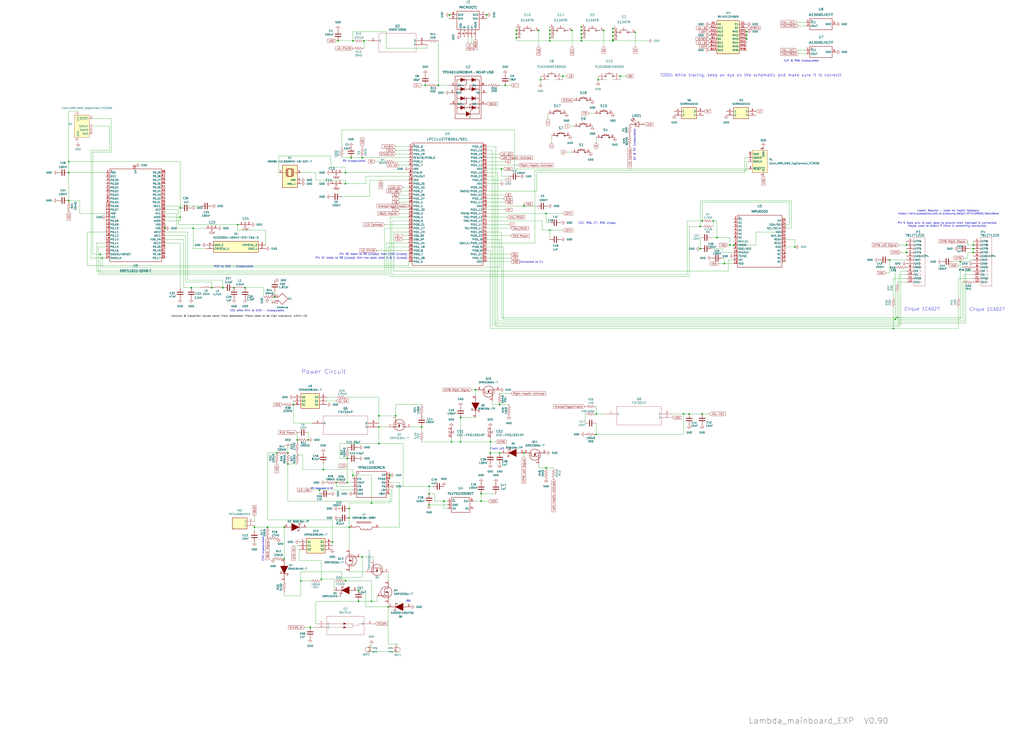
<source format=kicad_sch>
(kicad_sch (version 20250114) (generator "eeschema") (generator_version "9.0")
  (paper "User" 700.174 500)
  (lib_symbols
    (symbol "781271220_1" (pin_names (offset 0.254))
      (property "Reference" "P" (at 8.89 6.35 0))
      (property "Value" "781271220" (at 19.812 -5.588 0))
      (symbol "781271220_1_1_1"
        (pin unspecified line (at 0 0 0) (length 5.08) (name "ATP6") (number "1"))
        (pin unspecified line (at 0 -2.54 0) (length 5.08) (name "ATP6") (number "2"))
        (pin unspecified line (at 0 -5.08 0) (length 5.08) (name "ATP5") (number "3"))
        (pin unspecified line (at 0 -7.62 0) (length 5.08) (name "ATP5") (number "4"))
        (pin unspecified line (at 0 -10.16 0) (length 5.08) (name "GND/ATP4") (number "5"))
        (pin unspecified line (at 0 -12.7 0) (length 5.08) (name "VDD") (number "6"))
        (pin unspecified line (at 0 -15.24 0) (length 5.08) (name "GND") (number "7"))
        (pin unspecified line (at 0 -17.78 0) (length 5.08) (name "MOSI") (number "8"))
        (pin unspecified line (at 0 -20.32 0) (length 5.08) (name "DR") (number "9"))
        (pin unspecified line (at 0 -22.86 0) (length 5.08) (name "SS") (number "10"))
        (pin unspecified line (at 0 -25.4 0) (length 5.08) (name "MISO") (number "11"))
        (pin unspecified line (at 0 -27.94 0) (length 5.08) (name "SCK") (number "12"))
      )
      (symbol "781271220_1_1_2"
        (pin unspecified line (at 0 0 0) (length 5.08) (name "ATP6") (number "1"))
        (pin unspecified line (at 0 -2.54 0) (length 5.08) (name "ATP6") (number "2"))
        (pin unspecified line (at 0 -5.08 0) (length 5.08) (name "ATP5") (number "3"))
        (pin unspecified line (at 0 -7.62 0) (length 5.08) (name "ATP5") (number "4"))
        (pin unspecified line (at 0 -10.16 0) (length 5.08) (name "GND/ATP4") (number "5"))
        (pin unspecified line (at 0 -12.7 0) (length 5.08) (name "VDD") (number "6"))
        (pin unspecified line (at 0 -15.24 0) (length 5.08) (name "GND") (number "7"))
        (pin unspecified line (at 0 -17.78 0) (length 5.08) (name "MOSI") (number "8"))
        (pin unspecified line (at 0 -20.32 0) (length 5.08) (name "DR") (number "9"))
        (pin unspecified line (at 0 -22.86 0) (length 5.08) (name "SS") (number "10"))
        (pin unspecified line (at 0 -25.4 0) (length 5.08) (name "MISO") (number "11"))
        (pin unspecified line (at 0 -27.94 0) (length 5.08) (name "SCK") (number "12"))
      )
    )
    (symbol "C0402C120F5GACTU_1" (pin_names (offset 0.254))
      (property "Reference" "C" (at 3.81 3.81 0))
      (property "Value" "C0402C120F5GACTU" (at 4.826 -10.922 0))
      (symbol "C0402C120F5GACTU_1_1_1"
        (text "12pF" (at 4.064 -3.048 0) (effects (font (size 1.27 1.27))))
        (pin unspecified line (at 0 0 0) (length 2.54) (name "") (number "1"))
        (pin unspecified line (at 7.62 0 180) (length 2.54) (name "") (number "2"))
      )
      (symbol "C0402C120F5GACTU_1_1_2"
        (pin unspecified line (at 0 0 270) (length 2.54) (name "") (number "1"))
        (pin unspecified line (at 0 -7.62 90) (length 2.54) (name "") (number "2"))
      )
    )
    (symbol "C0402C180J3GACAUTO_1" (pin_names (offset 0.254))
      (property "Reference" "C" (at 3.81 3.81 0))
      (property "Value" "C0402C180J3GACAUTO" (at 4.318 -6.35 0))
      (symbol "C0402C180J3GACAUTO_1_1_1"
        (text "18pF" (at 4.064 -3.302 0) (effects (font (size 1.27 1.27))))
        (pin unspecified line (at 0 0 0) (length 2.54) (name "") (number "1"))
        (pin unspecified line (at 7.62 0 180) (length 2.54) (name "") (number "2"))
      )
      (symbol "C0402C180J3GACAUTO_1_1_2"
        (pin unspecified line (at 0 0 270) (length 2.54) (name "") (number "1"))
        (pin unspecified line (at 0 -7.62 90) (length 2.54) (name "") (number "2"))
      )
    )
    (symbol "Connector:Conn_ARM_SWD_TagConnect_TC2030" (in_bom no)
      (property "Reference" "J" (at 2.54 11.43 0))
      (property "Value" "Conn_ARM_SWD_TagConnect_TC2030" (at 5.08 8.89 0))
      (symbol "Conn_ARM_SWD_TagConnect_TC2030_0_0"
        (pin power_in line (at -2.54 10.16 270) (length 2.54) (name "VCC") (number "1"))
        (pin power_in line (at -2.54 -10.16 90) (length 2.54) (name "GND") (number "5"))
        (pin open_collector line (at 7.62 5.08 180) (length 2.54) (name "~{RESET}") (number "3"))
        (pin output line (at 7.62 0 180) (length 2.54) (name "SWCLK") (number "4"))
        (pin bidirectional line (at 7.62 -2.54 180) (length 2.54) (name "SWDIO") (number "2"))
        (pin input line (at 7.62 -5.08 180) (length 2.54) (name "SWO") (number "6"))
      )
    )
    (symbol "Device:C" (pin_numbers (hide yes)) (pin_names (offset 0.254))
      (property "Reference" "C" (at 0.635 2.54 0))
      (property "Value" "C" (at 0.635 -2.54 0))
      (symbol "C_1_1"
        (pin passive line (at 0 3.81 270) (length 2.794) (name "~") (number "1"))
        (pin passive line (at 0 -3.81 90) (length 2.794) (name "~") (number "2"))
      )
    )
    (symbol "Device:L" (pin_numbers (hide yes)) (pin_names (offset 1.016) (hide yes))
      (property "Reference" "L" (at -1.27 0 90))
      (property "Value" "L" (at 1.905 0 90))
      (symbol "L_1_1"
        (pin passive line (at 0 3.81 270) (length 1.27) (name "1") (number "1"))
        (pin passive line (at 0 -3.81 90) (length 1.27) (name "2") (number "2"))
      )
    )
    (symbol "Device:R_US" (pin_numbers (hide yes)) (pin_names (offset 0))
      (property "Reference" "R" (at 2.54 0 90))
      (property "Value" "R_US" (at -2.54 0 90))
      (symbol "R_US_1_1"
        (pin passive line (at 0 3.81 270) (length 1.27) (name "~") (number "1"))
        (pin passive line (at 0 -3.81 90) (length 1.27) (name "~") (number "2"))
      )
    )
    (symbol "Steam_Controller_Symbols:5134TR"
      (property "Reference" "S16" (at -1.4478 9.7917 0))
      (property "Value" "5134TR" (at -1.4478 7.5057 0))
      (symbol "5134TR_0_0"
        (pin bidirectional line (at -7.62 3.302 0) (length 2.4892) (name "1") (number "1"))
        (pin bidirectional line (at -7.62 0.762 0) (length 2.4892) (name "2") (number "2"))
        (pin bidirectional line (at -7.62 -1.778 0) (length 2.4892) (name "3") (number "3"))
        (pin bidirectional line (at -7.62 -4.318 0) (length 2.4892) (name "4") (number "4"))
        (pin bidirectional line (at 7.62 0.762 180) (length 2.4892) (name "5") (number "5"))
      )
    )
    (symbol "Steam_Controller_Symbols:781271220" (pin_names (offset 0.254))
      (property "Reference" "P" (at 8.89 6.35 0))
      (property "Value" "781271220" (at 19.812 -5.588 0))
      (symbol "781271220_1_1"
        (pin unspecified line (at 0 0 0) (length 5.08) (name "ATP6") (number "1"))
        (pin unspecified line (at 0 -2.54 0) (length 5.08) (name "ATP6") (number "2"))
        (pin unspecified line (at 0 -5.08 0) (length 5.08) (name "ATP5") (number "3"))
        (pin unspecified line (at 0 -7.62 0) (length 5.08) (name "ATP5") (number "4"))
        (pin unspecified line (at 0 -10.16 0) (length 5.08) (name "GND/ATP4") (number "5"))
        (pin unspecified line (at 0 -12.7 0) (length 5.08) (name "VDD") (number "6"))
        (pin unspecified line (at 0 -15.24 0) (length 5.08) (name "GND") (number "7"))
        (pin unspecified line (at 0 -17.78 0) (length 5.08) (name "MOSI") (number "8"))
        (pin unspecified line (at 0 -20.32 0) (length 5.08) (name "DR") (number "9"))
        (pin unspecified line (at 0 -22.86 0) (length 5.08) (name "SS") (number "10"))
        (pin unspecified line (at 0 -25.4 0) (length 5.08) (name "MISO") (number "11"))
        (pin unspecified line (at 0 -27.94 0) (length 5.08) (name "SCK") (number "12"))
      )
      (symbol "781271220_1_2"
        (pin unspecified line (at 0 0 0) (length 5.08) (name "ATP6") (number "1"))
        (pin unspecified line (at 0 -2.54 0) (length 5.08) (name "ATP6") (number "2"))
        (pin unspecified line (at 0 -5.08 0) (length 5.08) (name "ATP5") (number "3"))
        (pin unspecified line (at 0 -7.62 0) (length 5.08) (name "ATP5") (number "4"))
        (pin unspecified line (at 0 -10.16 0) (length 5.08) (name "GND/ATP4") (number "5"))
        (pin unspecified line (at 0 -12.7 0) (length 5.08) (name "VDD") (number "6"))
        (pin unspecified line (at 0 -15.24 0) (length 5.08) (name "GND") (number "7"))
        (pin unspecified line (at 0 -17.78 0) (length 5.08) (name "MOSI") (number "8"))
        (pin unspecified line (at 0 -20.32 0) (length 5.08) (name "DR") (number "9"))
        (pin unspecified line (at 0 -22.86 0) (length 5.08) (name "SS") (number "10"))
        (pin unspecified line (at 0 -25.4 0) (length 5.08) (name "MISO") (number "11"))
        (pin unspecified line (at 0 -27.94 0) (length 5.08) (name "SCK") (number "12"))
      )
    )
    (symbol "Steam_Controller_Symbols:A1304ELHLT-T_1"
      (property "Reference" "HALEFFECT1" (at -1.4986 8.5725 0))
      (property "Value" "A1304ELHLT-T" (at -1.4986 6.2611 0))
      (symbol "A1304ELHLT-T_1_0_0"
        (pin unspecified line (at -10.16 1.27 0) (length 2.54) (name "VCC") (number "1"))
        (pin unspecified line (at -10.16 -1.27 0) (length 2.54) (name "VOUT") (number "2"))
        (pin unspecified line (at 10.16 0 180) (length 2.54) (name "GND") (number "3"))
      )
    )
    (symbol "Steam_Controller_Symbols:ABM8-12.000MHZ-B2-T" (pin_names (offset 1.016))
      (property "Reference" "X" (at -5.0878 6.3559 0))
      (property "Value" "ABM8-12.000MHZ-B2-T" (at -5.0944 -12.7 0))
      (symbol "ABM8-12.000MHZ-B2-T_0_0"
        (pin passive line (at -7.62 0 0) (length 2.54) (name "~") (number "1"))
        (pin passive line (at 7.62 0 180) (length 2.54) (name "~") (number "3"))
        (pin power_in line (at 7.62 -5.08 180) (length 2.54) (name "GND") (number "2"))
        (pin power_in line (at 7.62 -7.62 180) (length 2.54) (name "GND__1") (number "4"))
      )
    )
    (symbol "Steam_Controller_Symbols:Antenna" (pin_numbers (hide yes)) (pin_names (offset 1.016) (hide yes))
      (property "Reference" "E" (at 1.27 6.35 0))
      (property "Value" "Antenna" (at 1.27 5.08 0))
      (symbol "Antenna_1_1"
        (text "ANT1" (at -1.016 -5.08 900) (effects (font (size 1.27 1.27))))
        (text "ANT2" (at 3.81 -5.08 900) (effects (font (size 1.27 1.27))))
        (pin input line (at 0 -5.08 90) (length 2.54) (name "ANT1") (number "1"))
        (pin input line (at 2.54 -5.08 90) (length 2.54) (name "ANT2") (number "2"))
      )
    )
    (symbol "Steam_Controller_Symbols:B5819W-TP" (pin_names (hide yes))
      (property "Reference" "D" (at 12.7 8.89 0))
      (property "Value" "B5819W-TP" (at 12.7 6.35 0))
      (symbol "B5819W-TP_1_1"
        (pin passive line (at 2.54 0 0) (length 2.54) (name "K") (number "1"))
        (pin passive line (at 17.78 0 180) (length 2.54) (name "A") (number "2"))
      )
    )
    (symbol "Steam_Controller_Symbols:BAT54C" (pin_names (offset 0.254))
      (property "Reference" "D" (at 20.32 10.16 0))
      (property "Value" "BAT54C" (at 20.32 7.62 0))
      (symbol "BAT54C_0_1"
        (pin unspecified line (at 0 0 0) (length 7.62) (name "1") (number "1"))
        (pin unspecified line (at 0 -2.54 0) (length 7.62) (name "2") (number "2"))
        (pin unspecified line (at 40.64 0 180) (length 7.62) (name "3") (number "3"))
      )
    )
    (symbol "Steam_Controller_Symbols:Battery" (in_bom no)
      (property "Reference" "B" (at 0 3.302 0))
      (symbol "Battery_1_1"
        (pin power_out line (at 0 1.27 180) (length 2.54) (name "pos") (number "1"))
        (pin input line (at 0 -1.27 180) (length 2.54) (name "neg") (number "2"))
      )
    )
    (symbol "Steam_Controller_Symbols:C0402C120F5GACTU" (pin_names (offset 0.254))
      (property "Reference" "C" (at 3.81 3.81 0))
      (property "Value" "C0402C120F5GACTU" (at 4.826 -10.922 0))
      (symbol "C0402C120F5GACTU_1_1"
        (text "12pF" (at 4.064 -3.048 0) (effects (font (size 1.27 1.27))))
        (pin unspecified line (at 0 0 0) (length 2.54) (name "") (number "1"))
        (pin unspecified line (at 7.62 0 180) (length 2.54) (name "") (number "2"))
      )
      (symbol "C0402C120F5GACTU_1_2"
        (pin unspecified line (at 0 0 270) (length 2.54) (name "") (number "1"))
        (pin unspecified line (at 0 -7.62 90) (length 2.54) (name "") (number "2"))
      )
    )
    (symbol "Steam_Controller_Symbols:C0402C180J3GACAUTO" (pin_names (offset 0.254))
      (property "Reference" "C" (at 3.81 3.81 0))
      (property "Value" "C0402C180J3GACAUTO" (at 4.318 -6.35 0))
      (symbol "C0402C180J3GACAUTO_1_1"
        (text "18pF" (at 4.064 -3.302 0) (effects (font (size 1.27 1.27))))
        (pin unspecified line (at 0 0 0) (length 2.54) (name "") (number "1"))
        (pin unspecified line (at 7.62 0 180) (length 2.54) (name "") (number "2"))
      )
      (symbol "C0402C180J3GACAUTO_1_2"
        (pin unspecified line (at 0 0 270) (length 2.54) (name "") (number "1"))
        (pin unspecified line (at 0 -7.62 90) (length 2.54) (name "") (number "2"))
      )
    )
    (symbol "Steam_Controller_Symbols:DMN2300U-7" (pin_names (hide yes))
      (property "Reference" "Q" (at 11.43 3.81 0))
      (property "Value" "DMN2300U-7" (at 11.43 1.27 0))
      (symbol "DMN2300U-7_1_1"
        (pin passive line (at 0 0 0) (length 2.54) (name "G") (number "1"))
        (pin passive line (at 7.62 10.16 270) (length 2.54) (name "D") (number "3"))
        (pin passive line (at 7.62 -5.08 90) (length 2.54) (name "S") (number "2"))
      )
    )
    (symbol "Steam_Controller_Symbols:DMN63D8LDW-7"
      (property "Reference" "Q" (at 19.05 7.62 0))
      (property "Value" "DMN63D8LDW-7" (at 19.05 5.08 0))
      (symbol "DMN63D8LDW-7_1_1"
        (pin passive line (at 0 0 0) (length 5.08) (name "S1") (number "1"))
        (pin passive line (at 0 -2.54 0) (length 5.08) (name "G1") (number "2"))
        (pin passive line (at 0 -5.08 0) (length 5.08) (name "D2") (number "3"))
        (pin passive line (at 22.86 0 180) (length 5.08) (name "D1") (number "6"))
        (pin passive line (at 22.86 -2.54 180) (length 5.08) (name "G2") (number "5"))
        (pin passive line (at 22.86 -5.08 180) (length 5.08) (name "S2") (number "4"))
      )
    )
    (symbol "Steam_Controller_Symbols:DMP2035U-7" (pin_names (hide yes))
      (property "Reference" "Q" (at 11.43 3.81 0))
      (property "Value" "DMP2035U-7" (at 11.43 1.27 0))
      (symbol "DMP2035U-7_1_1"
        (pin passive line (at 0 0 0) (length 2.54) (name "G") (number "1"))
        (pin passive line (at 7.62 10.16 270) (length 2.54) (name "D") (number "3"))
        (pin passive line (at 7.62 -5.08 90) (length 2.54) (name "S") (number "2"))
      )
    )
    (symbol "Steam_Controller_Symbols:E6C0805WWAY1UDA(1.1T_M)"
      (property "Reference" "LED1" (at -1.4986 9.0805 0))
      (property "Value" "E6C0805WWAY1UDA(1.1T_M)" (at -1.4986 6.7691 0))
      (symbol "E6C0805WWAY1UDA(1.1T_M)_0_0"
        (pin unspecified line (at -5.08 0 0) (length 2.54) (name "C") (number "1"))
        (pin unspecified line (at 5.08 0 180) (length 2.54) (name "A") (number "2"))
      )
    )
    (symbol "Steam_Controller_Symbols:EEE-FK0J331XP" (pin_names (offset 0.254))
      (property "Reference" "C" (at 3.81 3.81 0))
      (property "Value" "EEE-FK0J331XP" (at 3.81 -3.81 0))
      (symbol "EEE-FK0J331XP_1_1"
        (pin unspecified line (at 0 0 0) (length 2.54) (name "") (number "1"))
        (pin unspecified line (at 7.62 0 180) (length 2.54) (name "") (number "2"))
      )
      (symbol "EEE-FK0J331XP_1_2"
        (pin unspecified line (at 0 0 270) (length 2.54) (name "") (number "2"))
        (pin unspecified line (at 0 -7.62 90) (length 2.54) (name "") (number "1"))
      )
    )
    (symbol "Steam_Controller_Symbols:FDV304P" (pin_names (offset 0.254))
      (property "Reference" "U" (at 22.86 10.16 0))
      (property "Value" "FDV304P" (at 22.86 7.62 0))
      (symbol "FDV304P_0_1"
        (pin unspecified line (at 0 0 0) (length 7.62) (name "G") (number "1"))
        (pin unspecified line (at 45.72 0 180) (length 7.62) (name "D") (number "3"))
        (pin unspecified line (at 45.72 -2.54 180) (length 7.62) (name "S") (number "2"))
      )
    )
    (symbol "Steam_Controller_Symbols:LPC11U37FBD64/501,"
      (property "Reference" "MAIN" (at -1.524 46.5963 0))
      (property "Value" "LPC11U37FBD64/501," (at -1.524 44.3611 0))
      (symbol "LPC11U37FBD64/501,_0_0"
        (pin unspecified line (at -26.67 39.37 0) (length 2.54) (name "PIO1_0") (number "1"))
        (pin unspecified line (at -26.67 36.83 0) (length 2.54) (name "PIO1_25") (number "2"))
        (pin unspecified line (at -26.67 34.29 0) (length 2.54) (name "PIO1_19") (number "3"))
        (pin unspecified line (at -26.67 31.75 0) (length 2.54) (name "RESET#/PIO0_0") (number "4"))
        (pin unspecified line (at -26.67 29.21 0) (length 2.54) (name "PIO0_1") (number "5"))
        (pin unspecified line (at -26.67 26.67 0) (length 2.54) (name "PIO1_7") (number "6"))
        (pin unspecified line (at -26.67 24.13 0) (length 2.54) (name "VSS") (number "7"))
        (pin unspecified line (at -26.67 21.59 0) (length 2.54) (name "XTALIN") (number "8"))
        (pin unspecified line (at -26.67 19.05 0) (length 2.54) (name "XTALOUT") (number "9"))
        (pin unspecified line (at -26.67 16.51 0) (length 2.54) (name "VDD") (number "10"))
        (pin unspecified line (at -26.67 13.97 0) (length 2.54) (name "PIO0_20") (number "11"))
        (pin unspecified line (at -26.67 11.43 0) (length 2.54) (name "PIO1_10") (number "12"))
        (pin unspecified line (at -26.67 8.89 0) (length 2.54) (name "PIO0_2") (number "13"))
        (pin unspecified line (at -26.67 6.35 0) (length 2.54) (name "PIO1_26") (number "14"))
        (pin unspecified line (at -26.67 3.81 0) (length 2.54) (name "PIO1_27") (number "15"))
        (pin unspecified line (at -26.67 1.27 0) (length 2.54) (name "PIO1_4") (number "16"))
        (pin unspecified line (at -26.67 -1.27 0) (length 2.54) (name "PIO1_1") (number "17"))
        (pin unspecified line (at -26.67 -3.81 0) (length 2.54) (name "PIO1_20") (number "18"))
        (pin unspecified line (at -26.67 -6.35 0) (length 2.54) (name "PIO0_3") (number "19"))
        (pin unspecified line (at -26.67 -8.89 0) (length 2.54) (name "PIO0_4") (number "20"))
        (pin unspecified line (at -26.67 -11.43 0) (length 2.54) (name "PIO0_5") (number "21"))
        (pin unspecified line (at -26.67 -13.97 0) (length 2.54) (name "PIO0_21") (number "22"))
        (pin unspecified line (at -26.67 -16.51 0) (length 2.54) (name "PIO1_17") (number "23"))
        (pin unspecified line (at -26.67 -19.05 0) (length 2.54) (name "PIO1_23") (number "24"))
        (pin unspecified line (at -26.67 -21.59 0) (length 2.54) (name "USB_DM") (number "25"))
        (pin unspecified line (at -26.67 -24.13 0) (length 2.54) (name "USB_DP") (number "26"))
        (pin unspecified line (at -26.67 -26.67 0) (length 2.54) (name "PIO1_24") (number "27"))
        (pin unspecified line (at -26.67 -29.21 0) (length 2.54) (name "PIO1_18") (number "28"))
        (pin unspecified line (at -26.67 -31.75 0) (length 2.54) (name "PIO0_6") (number "29"))
        (pin unspecified line (at -26.67 -34.29 0) (length 2.54) (name "PIO0_7") (number "30"))
        (pin unspecified line (at -26.67 -36.83 0) (length 2.54) (name "PIO1_28") (number "31"))
        (pin unspecified line (at -26.67 -39.37 0) (length 2.54) (name "PIO1_5") (number "32"))
        (pin unspecified line (at 26.67 39.37 180) (length 2.54) (name "PIO1_6") (number "64"))
        (pin unspecified line (at 26.67 36.83 180) (length 2.54) (name "PIO1_16") (number "63"))
        (pin unspecified line (at 26.67 34.29 180) (length 2.54) (name "PIO0_19") (number "62"))
        (pin unspecified line (at 26.67 31.75 180) (length 2.54) (name "PIO0_18") (number "61"))
        (pin unspecified line (at 26.67 29.21 180) (length 2.54) (name "PIO0_17") (number "60"))
        (pin unspecified line (at 26.67 26.67 180) (length 2.54) (name "PIO1_12") (number "59"))
        (pin unspecified line (at 26.67 24.13 180) (length 2.54) (name "VDD") (number "58"))
        (pin unspecified line (at 26.67 21.59 180) (length 2.54) (name "PIO1_15") (number "57"))
        (pin unspecified line (at 26.67 19.05 180) (length 2.54) (name "PIO0_23") (number "56"))
        (pin unspecified line (at 26.67 16.51 180) (length 2.54) (name "PIO1_9") (number "55"))
        (pin unspecified line (at 26.67 13.97 180) (length 2.54) (name "VSS") (number "54"))
        (pin unspecified line (at 26.67 11.43 180) (length 2.54) (name "PIO0_16") (number "53"))
        (pin unspecified line (at 26.67 8.89 180) (length 2.54) (name "SWDIO/PIO0_15") (number "52"))
        (pin unspecified line (at 26.67 6.35 180) (length 2.54) (name "PIO1_22") (number "51"))
        (pin unspecified line (at 26.67 3.81 180) (length 2.54) (name "PIO1_3") (number "50"))
        (pin unspecified line (at 26.67 1.27 180) (length 2.54) (name "PIO1_14") (number "49"))
        (pin unspecified line (at 26.67 -1.27 180) (length 2.54) (name "VDD") (number "48"))
        (pin unspecified line (at 26.67 -3.81 180) (length 2.54) (name "PIO1_13") (number "47"))
        (pin unspecified line (at 26.67 -6.35 180) (length 2.54) (name "TRST#/PIO0_14") (number "46"))
        (pin unspecified line (at 26.67 -8.89 180) (length 2.54) (name "TDO/PIO0_13") (number "45"))
        (pin unspecified line (at 26.67 -11.43 180) (length 2.54) (name "TMS/PIO0_12") (number "44"))
        (pin unspecified line (at 26.67 -13.97 180) (length 2.54) (name "PIO1_11") (number "43"))
        (pin unspecified line (at 26.67 -16.51 180) (length 2.54) (name "TDI/PIO0_11") (number "42"))
        (pin unspecified line (at 26.67 -19.05 180) (length 2.54) (name "PIO1_29") (number "41"))
        (pin unspecified line (at 26.67 -21.59 180) (length 2.54) (name "PIO0_22") (number "40"))
        (pin unspecified line (at 26.67 -24.13 180) (length 2.54) (name "PIO1_8") (number "39"))
        (pin unspecified line (at 26.67 -26.67 180) (length 2.54) (name "SWCLK/PIO0_10") (number "38"))
        (pin unspecified line (at 26.67 -29.21 180) (length 2.54) (name "PIO0_9") (number "37"))
        (pin unspecified line (at 26.67 -31.75 180) (length 2.54) (name "PIO0_8") (number "36"))
        (pin unspecified line (at 26.67 -34.29 180) (length 2.54) (name "PIO1_21") (number "35"))
        (pin unspecified line (at 26.67 -36.83 180) (length 2.54) (name "PIO1_2") (number "34"))
        (pin unspecified line (at 26.67 -39.37 180) (length 2.54) (name "VDD") (number "33"))
      )
    )
    (symbol "Steam_Controller_Symbols:MICROQTJ"
      (property "Reference" "USB1" (at -22.5298 0.8763 0))
      (property "Value" "MICROQTJ" (at -22.5298 -1.4097 0))
      (symbol "MICROQTJ_0_0"
        (pin unspecified line (at -7.62 12.7 270) (length 5.08) (name "SH2") (number "7"))
        (pin unspecified line (at -7.62 -12.7 90) (length 5.08) (name "SH3") (number "8"))
        (pin unspecified line (at -5.08 12.7 270) (length 5.08) (name "SH1") (number "6"))
        (pin unspecified line (at -5.08 -12.7 90) (length 5.08) (name "SH4") (number "9"))
        (pin unspecified line (at 7.62 5.08 180) (length 5.08) (name "VBUS") (number "1"))
        (pin unspecified line (at 7.62 2.54 180) (length 5.08) (name "D-") (number "2"))
        (pin unspecified line (at 7.62 0 180) (length 5.08) (name "D+") (number "3"))
        (pin unspecified line (at 7.62 -2.54 180) (length 5.08) (name "ID") (number "4"))
        (pin unspecified line (at 7.62 -5.08 180) (length 5.08) (name "GND") (number "5"))
      )
    )
    (symbol "Steam_Controller_Symbols:MMBT3906" (pin_names (offset 0.254))
      (property "Reference" "U" (at 20.32 10.16 0))
      (property "Value" "MMBT3906" (at 20.32 7.62 0))
      (symbol "MMBT3906_0_1"
        (pin unspecified line (at 0 0 0) (length 7.62) (name "1") (number "1"))
        (pin unspecified line (at 40.64 0 180) (length 7.62) (name "3") (number "3"))
        (pin unspecified line (at 40.64 -2.54 180) (length 7.62) (name "2") (number "2"))
      )
    )
    (symbol "Steam_Controller_Symbols:MPU6500"
      (property "Reference" "GYRO" (at -1.4986 22.5425 0))
      (property "Value" "MPU6500" (at -1.4986 20.2311 0))
      (symbol "MPU6500_0_0"
        (pin unspecified line (at -17.78 15.24 0) (length 2.54) (name "NC") (number "1"))
        (pin unspecified line (at -17.78 12.7 0) (length 2.54) (name "NC") (number "2"))
        (pin unspecified line (at -17.78 10.16 0) (length 2.54) (name "NC") (number "3"))
        (pin unspecified line (at -17.78 7.62 0) (length 2.54) (name "NC") (number "4"))
        (pin unspecified line (at -17.78 5.08 0) (length 2.54) (name "NC") (number "5"))
        (pin unspecified line (at -17.78 2.54 0) (length 2.54) (name "NC") (number "6"))
        (pin unspecified line (at -17.78 0 0) (length 2.54) (name "AUX_CL") (number "7"))
        (pin unspecified line (at -17.78 -2.54 0) (length 2.54) (name "VDDIO") (number "8"))
        (pin unspecified line (at -17.78 -5.08 0) (length 2.54) (name "SDO/AD0") (number "9"))
        (pin unspecified line (at -17.78 -7.62 0) (length 2.54) (name "REGOUT") (number "10"))
        (pin unspecified line (at -17.78 -10.16 0) (length 2.54) (name "FSYNC") (number "11"))
        (pin unspecified line (at -17.78 -12.7 0) (length 2.54) (name "INT") (number "12"))
        (pin unspecified line (at -17.78 -15.24 0) (length 2.54) (name "VDD") (number "13"))
        (pin unspecified line (at 17.78 13.97 180) (length 2.54) (name "EP") (number "25"))
        (pin unspecified line (at 17.78 11.43 180) (length 2.54) (name "SDA/SDI") (number "24"))
        (pin unspecified line (at 17.78 8.89 180) (length 2.54) (name "SCL/SCLK") (number "23"))
        (pin unspecified line (at 17.78 6.35 180) (length 2.54) (name "nCS") (number "22"))
        (pin unspecified line (at 17.78 3.81 180) (length 2.54) (name "AUX_DA") (number "21"))
        (pin unspecified line (at 17.78 1.27 180) (length 2.54) (name "RESV") (number "20"))
        (pin unspecified line (at 17.78 -1.27 180) (length 2.54) (name "RESV") (number "19"))
        (pin unspecified line (at 17.78 -3.81 180) (length 2.54) (name "GND") (number "18"))
        (pin unspecified line (at 17.78 -6.35 180) (length 2.54) (name "NC") (number "17"))
        (pin unspecified line (at 17.78 -8.89 180) (length 2.54) (name "NC") (number "16"))
        (pin unspecified line (at 17.78 -11.43 180) (length 2.54) (name "NC") (number "15"))
        (pin unspecified line (at 17.78 -13.97 180) (length 2.54) (name "NC") (number "14"))
      )
    )
    (symbol "Steam_Controller_Symbols:MPZ1608S221A"
      (property "Reference" "FB" (at 16.51 7.62 0))
      (property "Value" "MPZ1608S221A" (at 16.51 5.08 0))
      (symbol "MPZ1608S221A_1_1"
        (pin passive line (at 0 0 0) (length 5.08) (name "1") (number "1"))
        (pin passive line (at 0 -2.54 0) (length 5.08) (name "2") (number "2"))
      )
    )
    (symbol "Steam_Controller_Symbols:NRF51822-QFAB-T"
      (property "Reference" "RADIO" (at -1.4986 -33.4899 0))
      (property "Value" "NRF51822-QFAB-T" (at -1.4986 -35.7759 0))
      (symbol "NRF51822-QFAB-T_0_0"
        (pin unspecified line (at -20.32 27.94 0) (length 2.54) (name "VDD") (number "1"))
        (pin unspecified line (at -20.32 25.4 0) (length 2.54) (name "DCC") (number "2"))
        (pin unspecified line (at -20.32 22.86 0) (length 2.54) (name "P0.30") (number "3"))
        (pin unspecified line (at -20.32 20.32 0) (length 2.54) (name "P0.00") (number "4"))
        (pin unspecified line (at -20.32 17.78 0) (length 2.54) (name "P0.01") (number "5"))
        (pin unspecified line (at -20.32 15.24 0) (length 2.54) (name "P0.02") (number "6"))
        (pin unspecified line (at -20.32 12.7 0) (length 2.54) (name "P0.03") (number "7"))
        (pin unspecified line (at -20.32 10.16 0) (length 2.54) (name "P0.04") (number "8"))
        (pin unspecified line (at -20.32 7.62 0) (length 2.54) (name "P0.05") (number "9"))
        (pin unspecified line (at -20.32 5.08 0) (length 2.54) (name "P0.06") (number "10"))
        (pin unspecified line (at -20.32 2.54 0) (length 2.54) (name "P0.07") (number "11"))
        (pin unspecified line (at -20.32 0 0) (length 2.54) (name "VDD") (number "12"))
        (pin unspecified line (at -20.32 -2.54 0) (length 2.54) (name "VSS") (number "13"))
        (pin unspecified line (at -20.32 -5.08 0) (length 2.54) (name "P0.08") (number "14"))
        (pin unspecified line (at -20.32 -7.62 0) (length 2.54) (name "P0.09") (number "15"))
        (pin unspecified line (at -20.32 -10.16 0) (length 2.54) (name "P0.10") (number "16"))
        (pin unspecified line (at -20.32 -12.7 0) (length 2.54) (name "P0.11") (number "17"))
        (pin unspecified line (at -20.32 -15.24 0) (length 2.54) (name "P0.12") (number "18"))
        (pin unspecified line (at -20.32 -17.78 0) (length 2.54) (name "P0.13") (number "19"))
        (pin unspecified line (at -20.32 -20.32 0) (length 2.54) (name "P0.14") (number "20"))
        (pin unspecified line (at -20.32 -22.86 0) (length 2.54) (name "P0.15") (number "21"))
        (pin unspecified line (at -20.32 -25.4 0) (length 2.54) (name "P0.16") (number "22"))
        (pin unspecified line (at -20.32 -27.94 0) (length 2.54) (name "SWDIO/nRESET") (number "23"))
        (pin unspecified line (at -20.32 -30.48 0) (length 2.54) (name "SWDCLK") (number "24"))
        (pin unspecified line (at 0 33.02 270) (length 2.54) (name "EP") (number "49"))
        (pin unspecified line (at 20.32 27.94 180) (length 2.54) (name "P0.29") (number "48"))
        (pin unspecified line (at 20.32 25.4 180) (length 2.54) (name "P0.28") (number "47"))
        (pin unspecified line (at 20.32 22.86 180) (length 2.54) (name "P0.27") (number "46"))
        (pin unspecified line (at 20.32 20.32 180) (length 2.54) (name "P0.26") (number "45"))
        (pin unspecified line (at 20.32 17.78 180) (length 2.54) (name "P0.25") (number "44"))
        (pin unspecified line (at 20.32 15.24 180) (length 2.54) (name "P0.24") (number "43"))
        (pin unspecified line (at 20.32 12.7 180) (length 2.54) (name "P0.23") (number "42"))
        (pin unspecified line (at 20.32 10.16 180) (length 2.54) (name "P0.22") (number "41"))
        (pin unspecified line (at 20.32 7.62 180) (length 2.54) (name "P0.21") (number "40"))
        (pin unspecified line (at 20.32 5.08 180) (length 2.54) (name "DEC1") (number "39"))
        (pin unspecified line (at 20.32 2.54 180) (length 2.54) (name "XC2") (number "38"))
        (pin unspecified line (at 20.32 0 180) (length 2.54) (name "XC1") (number "37"))
        (pin unspecified line (at 20.32 -2.54 180) (length 2.54) (name "AVDD") (number "36"))
        (pin unspecified line (at 20.32 -5.08 180) (length 2.54) (name "AVDD") (number "35"))
        (pin unspecified line (at 20.32 -7.62 180) (length 2.54) (name "VSS") (number "34"))
        (pin unspecified line (at 20.32 -10.16 180) (length 2.54) (name "VSS") (number "33"))
        (pin unspecified line (at 20.32 -12.7 180) (length 2.54) (name "ANT2") (number "32"))
        (pin unspecified line (at 20.32 -15.24 180) (length 2.54) (name "ANT1") (number "31"))
        (pin unspecified line (at 20.32 -17.78 180) (length 2.54) (name "VDD_PA") (number "30"))
        (pin unspecified line (at 20.32 -20.32 180) (length 2.54) (name "DEC2") (number "29"))
        (pin unspecified line (at 20.32 -22.86 180) (length 2.54) (name "P0.20") (number "28"))
        (pin unspecified line (at 20.32 -25.4 180) (length 2.54) (name "P0.19") (number "27"))
        (pin unspecified line (at 20.32 -27.94 180) (length 2.54) (name "P0.18") (number "26"))
        (pin unspecified line (at 20.32 -30.48 180) (length 2.54) (name "P0.17") (number "25"))
      )
    )
    (symbol "Steam_Controller_Symbols:NSR05F40NXT5G" (pin_names (hide yes))
      (property "Reference" "D" (at 12.7 8.89 0))
      (property "Value" "NSR05F40NXT5G" (at 12.7 6.35 0))
      (symbol "NSR05F40NXT5G_1_1"
        (pin passive line (at 2.54 0 0) (length 2.54) (name "K") (number "1"))
        (pin passive line (at 17.78 0 180) (length 2.54) (name "A") (number "2"))
      )
    )
    (symbol "Steam_Controller_Symbols:NX2520SA-16MHZ-STD-CSW-5"
      (property "Reference" "X" (at 36.83 7.62 0))
      (property "Value" "NX2520SA-16MHZ-STD-CSW-5" (at 36.83 5.08 0))
      (symbol "NX2520SA-16MHZ-STD-CSW-5_1_1"
        (pin passive line (at 0 0 0) (length 5.08) (name "GND_2") (number "4"))
        (pin passive line (at 0 -2.54 0) (length 5.08) (name "CRYSTAL_1") (number "1"))
        (pin passive line (at 40.64 0 180) (length 5.08) (name "CRYSTAL_2") (number "3"))
        (pin passive line (at 40.64 -2.54 180) (length 5.08) (name "GND_1") (number "2"))
      )
    )
    (symbol "Steam_Controller_Symbols:RKJXV122400R"
      (property "Reference" "JY" (at 21.59 7.62 0))
      (property "Value" "RKJXV122400R" (at 21.59 5.08 0))
      (symbol "RKJXV122400R_1_1"
        (pin passive line (at 0 0 0) (length 5.08) (name "A1") (number "A1"))
        (pin passive line (at 0 -2.54 0) (length 5.08) (name "A11") (number "A11"))
        (pin passive line (at 0 -5.08 0) (length 5.08) (name "A12") (number "A12"))
        (pin passive line (at 0 -7.62 0) (length 5.08) (name "A13") (number "A13"))
        (pin passive line (at 0 -10.16 0) (length 5.08) (name "B1") (number "B1"))
        (pin passive line (at 0 -12.7 0) (length 5.08) (name "B11") (number "B11"))
        (pin passive line (at 0 -15.24 0) (length 5.08) (name "B12") (number "B12"))
        (pin passive line (at 0 -17.78 0) (length 5.08) (name "B13") (number "B13"))
        (pin passive line (at 25.4 0 180) (length 5.08) (name "C1") (number "C1"))
        (pin passive line (at 25.4 -2.54 180) (length 5.08) (name "D1") (number "D1"))
        (pin passive line (at 25.4 -5.08 180) (length 5.08) (name "MH1") (number "MH1"))
        (pin passive line (at 25.4 -7.62 180) (length 5.08) (name "MH2") (number "MH2"))
        (pin passive line (at 25.4 -10.16 180) (length 5.08) (name "MH3") (number "MH3"))
        (pin passive line (at 25.4 -12.7 180) (length 5.08) (name "MH4") (number "MH4"))
        (pin passive line (at 25.4 -15.24 180) (length 5.08) (name "MH5") (number "MH5"))
        (pin passive line (at 25.4 -17.78 180) (length 5.08) (name "MH6") (number "MH6"))
      )
    )
    (symbol "Steam_Controller_Symbols:SDM10U45-7" (pin_names (hide yes))
      (property "Reference" "D" (at 12.7 8.89 0))
      (property "Value" "SDM10U45-7" (at 12.7 6.35 0))
      (symbol "SDM10U45-7_1_1"
        (pin passive line (at 2.54 0 0) (length 2.54) (name "K") (number "1"))
        (pin passive line (at 17.78 0 180) (length 2.54) (name "A") (number "2"))
      )
    )
    (symbol "Steam_Controller_Symbols:SKRRAAE010"
      (property "Reference" "S" (at 16.51 7.62 0))
      (property "Value" "SKRRAAE010" (at 16.51 5.08 0))
      (symbol "SKRRAAE010_1_1"
        (pin passive line (at 0 0 0) (length 5.08) (name "1") (number "1"))
        (pin passive line (at 0 -2.54 0) (length 5.08) (name "2") (number "2"))
        (pin passive line (at 20.32 0 180) (length 5.08) (name "3") (number "3"))
        (pin passive line (at 20.32 -2.54 180) (length 5.08) (name "4") (number "4"))
      )
    )
    (symbol "Steam_Controller_Symbols:SRR4818A-6R8Y" (pin_names (offset 1.016))
      (property "Reference" "L" (at -5.08 5.08 0))
      (property "Value" "SRR4818A-6R8Y" (at -5.08 -5.08 0))
      (symbol "SRR4818A-6R8Y_0_0"
        (pin passive line (at -10.16 0 0) (length 2.54) (name "~") (number "1"))
        (pin passive line (at 10.16 0 180) (length 2.54) (name "~") (number "2"))
      )
    )
    (symbol "Steam_Controller_Symbols:STEAM_Symbol"
      (property "Reference" "STEAM" (at -5.334 4.6609 0))
      (symbol "STEAM_Symbol_0_0"
        (pin unspecified line (at -7.62 0 0) (length 3.302) (name "1_in") (number "1"))
        (pin unspecified line (at 5.08 0 180) (length 3.302) (name "2_out") (number "2"))
      )
    )
    (symbol "Steam_Controller_Symbols:Steam_Controller_ButtonPads"
      (property "Reference" "X" (at -2.7686 5.9055 0))
      (symbol "Steam_Controller_ButtonPads_0_0"
        (pin input line (at -7.62 0 0) (length 3.302) (name "1_in") (number "1"))
        (pin output line (at 5.08 0 180) (length 3.302) (name "2_out") (number "2"))
      )
    )
    (symbol "Steam_Controller_Symbols:TL4100AF240QG"
      (property "Reference" "LB" (at -2.5654 7.5565 0))
      (property "Value" "TL4100AF240QG" (at -2.5654 5.2451 0))
      (symbol "TL4100AF240QG_0_0"
        (pin unspecified line (at -7.62 0 0) (length 5.08) (name "1") (number "1"))
        (pin unspecified line (at -7.62 -2.54 0) (length 5.08) (name "3") (number "3"))
        (pin unspecified line (at 7.62 0 180) (length 5.08) (name "2") (number "2"))
        (pin unspecified line (at 7.62 -2.54 180) (length 5.08) (name "4") (number "4"))
      )
    )
    (symbol "Steam_Controller_Symbols:TLV70230DBVT"
      (property "Reference" "REGULATOR" (at -1.4986 9.8425 0))
      (property "Value" "TLV70230DBVT" (at -1.4986 7.5311 0))
      (symbol "TLV70230DBVT_0_0"
        (pin unspecified line (at -8.89 2.54 0) (length 2.54) (name "IN") (number "1"))
        (pin unspecified line (at -8.89 0 0) (length 2.54) (name "GND") (number "2"))
        (pin unspecified line (at -8.89 -2.54 0) (length 2.54) (name "EN") (number "3"))
        (pin unspecified line (at 8.89 2.54 180) (length 2.54) (name "OUT") (number "5"))
        (pin unspecified line (at 8.89 -2.54 180) (length 2.54) (name "NC") (number "4"))
      )
    )
    (symbol "Steam_Controller_Symbols:TPD4E1U06DBVR"
      (property "Reference" "NG4P-U2" (at -5.1308 18.7071 0))
      (property "Value" "TPD4E1U06DBVR - NG4P USB" (at -5.1308 16.4211 0))
      (symbol "TPD4E1U06DBVR_0_0"
        (pin unspecified line (at -12.7 7.62 0) (length 5.08) (name "D1+") (number "1"))
        (pin unspecified line (at -12.7 2.54 0) (length 3.81) (name "GND") (number "2"))
        (pin unspecified line (at -12.7 -5.08 0) (length 5.08) (name "D2+") (number "3"))
        (pin unspecified line (at 12.7 7.62 180) (length 5.08) (name "D1-") (number "6"))
        (pin unspecified line (at 12.7 2.54 180) (length 3.81) (name "NC") (number "5"))
        (pin unspecified line (at 12.7 -5.08 180) (length 5.08) (name "D2-") (number "4"))
      )
    )
    (symbol "Steam_Controller_Symbols:TPS61029DRCR"
      (property "Reference" "BOOSTCONVERTER" (at -1.4986 12.3825 0))
      (property "Value" "TPS61029DRCR" (at -1.4986 10.0711 0))
      (symbol "TPS61029DRCR_0_0"
        (pin unspecified line (at -12.7 2.54 0) (length 2.54) (name "EN") (number "1"))
        (pin unspecified line (at -12.7 0 0) (length 2.54) (name "VOUT") (number "2"))
        (pin unspecified line (at -12.7 -2.54 0) (length 2.54) (name "FB") (number "3"))
        (pin unspecified line (at -12.7 -5.08 0) (length 2.54) (name "LBO") (number "4"))
        (pin unspecified line (at -12.7 -7.62 0) (length 2.54) (name "GND") (number "5"))
        (pin unspecified line (at 12.7 5.08 180) (length 2.54) (name "EP") (number "11"))
        (pin unspecified line (at 12.7 2.54 180) (length 2.54) (name "PGND") (number "10"))
        (pin unspecified line (at 12.7 0 180) (length 2.54) (name "SW") (number "9"))
        (pin unspecified line (at 12.7 -2.54 180) (length 2.54) (name "PS") (number "8"))
        (pin unspecified line (at 12.7 -5.08 180) (length 2.54) (name "LBI") (number "7"))
        (pin unspecified line (at 12.7 -7.62 180) (length 2.54) (name "VBAT") (number "6"))
      )
    )
    (symbol "power:GND" (power) (pin_numbers (hide yes)) (pin_names (offset 0) (hide yes))
      (property "Value" "GND" (at 0 -3.81 0))
      (symbol "GND_1_1"
        (pin power_in line (at 0 0 270) (length 0) (name "~") (number "1"))
      )
    )
  )
  (text "R20 to GND - Unpopulated" (at 159.766 182.372 0) (effects (font (size 1.27 1.27))))
  (text "Pin 31 leads to R8 (unpop) then two pads label A & K (unpop)" (at 247.142 176.53 0) (effects (font (size 1.27 1.27))))
  (text "Q1 & R2 Unpopulated" (at 433.832 99.06 90) (effects (font (size 1.27 1.27))))
  (text "R5 Unpopulated" (at 242.062 110.236 0) (effects (font (size 1.27 1.27))))
  (text "|86" (at 278.892 411.226 0) (effects (font (size 1.27 1.27))))
  (text "C31 after R44 to GND - Unpopulated" (at 175.768 212.598 0) (effects (font (size 1.27 1.27))))
  (text "Power Circuit" (at 221.234 254.508 0) (effects (font (size 3 3))))
  (text "Connected to C4" (at 363.22 179.324 0) (effects (font (size 1.27 1.27))))
  (text "Pin 5 Goes only to pad, goes to ground when trackpad is connected.\nMaybe used to detect if there is something connected." (at 647.7 153.67 0) (effects (font (size 1.27 1.27))))
  (text "R34 Unpopulated to VCC" (at 220.218 334.264 0) (effects (font (size 0.8 0.8))))
  (text "TODO: While tracing, keep an eye on the schematic and make sure it is correctt" (at 513.334 51.562 0) (effects (font (size 2 2))))
  (text "Pin 30 leads to R9 (unpop) then LED2 (unpop)" (at 255.27 173.99 0) (effects (font (size 1.27 1.27))))
  (text "Haptic Reactor - Used for haptic feedback\nhttps://tech.alpsalpine.com/e/products/detail/AFT14A903A/#ancBase" (at 648.462 145.288 0) (effects (font (size 1.27 1.27))))
  (text "Cirque 1CA027" (at 662.686 210.566 0) (effects (font (size 2.1717 2.1717)) (justify left top)))
  (text "Cirque 1CA027" (at 618.236 210.312 0) (effects (font (size 2.1717 2.1717)) (justify left top)))
  (text "C53 Unpopulated" (at 179.832 375.666 90) (effects (font (size 1.27 1.27))))
  (text "Front Left" (at 340.106 307.086 0) (effects (font (size 1.27 1.27))))
  (text "C21, R56, C7, R55 Unpop." (at 408.432 152.654 0) (effects (font (size 1.27 1.27))))
  (text "C21 & R56 Unpopulated" (at 547.878 41.656 0) (effects (font (size 1.27 1.27))))
  (junction (at 189.23 309.88))
  (junction (at 231.14 27.94))
  (junction (at 238.76 360.68))
  (junction (at 424.18 52.07))
  (junction (at 501.65 167.64))
  (junction (at 194.31 360.68))
  (junction (at 247.65 107.95))
  (junction (at 353.06 23.368))
  (junction (at 358.14 309.88))
  (junction (at 220.98 321.31))
  (junction (at 397.51 18.288))
  (junction (at 397.51 23.368))
  (junction (at 397.51 25.908))
  (junction (at 307.34 10.16))
  (junction (at 480.06 151.13))
  (junction (at 375.92 27.94))
  (junction (at 196.85 317.5))
  (junction (at 248.92 27.94))
  (junction (at 241.3 325.12))
  (junction (at 510.54 26.67))
  (junction (at 46.99 118.11))
  (junction (at 123.19 148.59))
  (junction (at 265.43 415.29))
  (junction (at 236.22 397.51))
  (junction (at 407.67 283.21))
  (junction (at 335.28 302.26))
  (junction (at 478.79 154.94))
  (junction (at 299.72 58.42))
  (junction (at 238.76 354.33))
  (junction (at 196.85 309.88))
  (junction (at 144.78 196.85))
  (junction (at 160.02 196.85))
  (junction (at 237.49 330.2))
  (junction (at 254 411.48))
  (junction (at 543.56 168.91))
  (junction (at 353.06 20.828))
  (junction (at 259.08 284.48))
  (junction (at 325.12 266.7))
  (junction (at 162.56 153.67))
  (junction (at 471.17 283.21))
  (junction (at 375.92 25.908))
  (junction (at 332.74 10.16))
  (junction (at 499.11 167.64))
  (junction (at 608.33 177.8))
  (junction (at 69.85 176.53))
  (junction (at 167.64 196.85))
  (junction (at 342.9 115.57))
  (junction (at 173.99 360.68))
  (junction (at 113.03 156.21))
  (junction (at 212.09 429.26))
  (junction (at 194.31 382.27))
  (junction (at 665.48 170.18))
  (junction (at 490.22 162.56))
  (junction (at 218.44 335.28))
  (junction (at 293.37 332.74))
  (junction (at 259.08 303.53))
  (junction (at 247.65 381))
  (junction (at 373.38 320.04))
  (junction (at 290.83 58.42))
  (junction (at 480.06 283.21))
  (junction (at 656.59 179.07))
  (junction (at 434.34 22.098))
  (junction (at 259.08 292.1))
  (junction (at 68.58 173.99))
  (junction (at 237.49 313.69))
  (junction (at 245.11 411.48))
  (junction (at 510.54 24.13))
  (junction (at 132.08 156.21))
  (junction (at 200.66 276.86))
  (junction (at 241.3 27.94))
  (junction (at 375.92 20.828))
  (junction (at 487.68 151.13))
  (junction (at 328.93 337.82))
  (junction (at 314.96 302.26))
  (junction (at 665.48 172.72))
  (junction (at 288.29 292.1))
  (junction (at 419.1 19.558))
  (junction (at 419.1 22.098))
  (junction (at 341.63 309.88))
  (junction (at 375.92 23.368))
  (junction (at 46.99 137.16))
  (junction (at 412.75 20.828))
  (junction (at 665.48 167.64))
  (junction (at 227.33 370.84))
  (junction (at 123.19 142.24))
  (junction (at 397.51 27.94))
  (junction (at 467.36 283.21))
  (junction (at 613.41 217.17))
  (junction (at 345.44 58.42))
  (junction (at 270.51 284.48))
  (junction (at 205.74 397.51))
  (junction (at 353.06 25.908))
  (junction (at 210.82 300.99))
  (junction (at 397.51 20.828))
  (junction (at 182.88 360.68))
  (junction (at 408.94 54.61))
  (junction (at 419.1 27.178))
  (junction (at 495.3 180.34))
  (junction (at 46.99 110.49))
  (junction (at 384.81 52.07))
  (junction (at 266.7 325.12))
  (junction (at 245.11 403.86))
  (junction (at 478.79 170.18))
  (junction (at 238.76 347.98))
  (junction (at 610.87 224.79))
  (junction (at 619.76 172.72))
  (junction (at 308.61 302.26))
  (junction (at 373.38 146.05))
  (junction (at 391.16 20.828))
  (junction (at 375.92 157.48))
  (junction (at 619.76 167.64))
  (junction (at 612.14 218.44))
  (junction (at 358.14 140.97))
  (junction (at 407.67 297.18))
  (junction (at 130.81 196.85))
  (junction (at 152.4 196.85))
  (junction (at 229.87 330.2))
  (junction (at 369.57 54.61))
  (junction (at 203.2 300.99))
  (junction (at 419.1 24.638))
  (junction (at 419.1 27.94))
  (junction (at 254 344.17))
  (junction (at 510.54 21.59))
  (junction (at 187.96 203.2))
  (junction (at 293.37 345.44))
  (junction (at 240.03 107.95))
  (junction (at 219.71 396.24))
  (junction (at 293.37 337.82))
  (junction (at 236.22 118.11))
  (junction (at 236.22 125.73))
  (junction (at 341.63 276.86))
  (junction (at 314.96 285.75))
  (junction (at 335.28 309.88))
  (junction (at 303.53 342.9))
  (junction (at 328.93 342.9))
  (junction (at 368.3 20.828))
  (wire (pts (xy 250.19 120.65) (xy 250.19 125.73)))
  (wire (pts (xy 182.88 355.6) (xy 182.88 309.88)))
  (wire (pts (xy 232.41 303.53) (xy 232.41 313.69)))
  (wire (pts (xy 187.96 199.39) (xy 187.96 203.2)))
  (wire (pts (xy 605.79 186.69) (xy 608.33 186.69)))
  (wire (pts (xy 279.4 181.61) (xy 279.4 179.07)))
  (wire (pts (xy 307.34 10.16) (xy 307.34 12.7)))
  (wire (pts (xy 236.22 397.51) (xy 236.22 396.24)))
  (wire (pts (xy 539.75 153.67) (xy 537.21 153.67)))
  (wire (pts (xy 375.92 23.368) (xy 375.92 25.908)))
  (wire (pts (xy 227.33 370.84) (xy 227.33 355.6)))
  (wire (pts (xy 662.94 170.18) (xy 665.48 170.18)))
  (wire (pts (xy 613.41 217.17) (xy 657.86 217.17)))
  (wire (pts (xy 655.32 190.5) (xy 665.48 190.5)))
  (wire (pts (xy 546.1 36.83) (xy 551.18 36.83)))
  (wire (pts (xy 266.7 330.2) (xy 273.05 330.2)))
  (wire (pts (xy 123.19 148.59) (xy 123.19 142.24)))
  (wire (pts (xy 121.92 153.67) (xy 162.56 153.67)))
  (wire (pts (xy 656.59 182.88) (xy 656.59 218.44)))
  (wire (pts (xy 69.85 176.53) (xy 62.23 176.53)))
  (wire (pts (xy 614.68 167.64) (xy 619.76 167.64)))
  (wire (pts (xy 256.54 110.49) (xy 262.89 110.49)))
  (wire (pts (xy 499.11 162.56) (xy 499.11 167.64)))
  (wire (pts (xy 247.65 107.95) (xy 279.4 107.95)))
  (wire (pts (xy 265.43 440.69) (xy 271.78 440.69)))
  (wire (pts (xy 241.3 332.74) (xy 229.87 332.74)))
  (wire (pts (xy 223.52 274.32) (xy 229.87 274.32)))
  (wire (pts (xy 335.28 302.26) (xy 314.96 302.26)))
  (wire (pts (xy 332.74 118.11) (xy 340.36 118.11)))
  (wire (pts (xy 486.41 162.56) (xy 490.22 162.56)))
  (wire (pts (xy 219.71 397.51) (xy 219.71 396.24)))
  (wire (pts (xy 332.74 153.67) (xy 347.98 153.67)))
  (wire (pts (xy 367.03 118.11) (xy 509.27 118.11)))
  (wire (pts (xy 375.92 157.48) (xy 375.92 163.83)))
  (wire (pts (xy 181.61 167.64) (xy 181.61 157.48)))
  (wire (pts (xy 251.46 445.77) (xy 271.78 445.77)))
  (wire (pts (xy 279.4 148.59) (xy 266.7 148.59)))
  (wire (pts (xy 491.49 180.34) (xy 495.3 180.34)))
  (wire (pts (xy 419.1 19.558) (xy 419.1 22.098)))
  (wire (pts (xy 219.71 396.24) (xy 219.71 383.54)))
  (wire (pts (xy 209.55 360.68) (xy 238.76 360.68)))
  (wire (pts (xy 407.67 297.18) (xy 467.36 297.18)))
  (wire (pts (xy 397.51 25.908) (xy 397.51 27.94)))
  (wire (pts (xy 391.16 20.32) (xy 391.16 20.828)))
  (wire (pts (xy 205.74 391.16) (xy 233.68 391.16)))
  (wire (pts (xy 397.51 17.78) (xy 397.51 18.288)))
  (wire (pts (xy 273.05 360.68) (xy 259.08 360.68)))
  (wire (pts (xy 419.1 22.098) (xy 419.1 24.638)))
  (wire (pts (xy 229.87 332.74) (xy 229.87 330.2)))
  (wire (pts (xy 238.76 360.68) (xy 238.76 375.92)))
  (wire (pts (xy 501.65 177.8) (xy 497.84 177.8)))
  (wire (pts (xy 408.94 54.61) (xy 408.94 55.88)))
  (wire (pts (xy 270.51 105.41) (xy 279.4 105.41)))
  (wire (pts (xy 125.73 163.83) (xy 125.73 196.85)))
  (wire (pts (xy 480.06 151.13) (xy 480.06 138.43)))
  (wire (pts (xy 660.4 220.98) (xy 660.4 185.42)))
  (wire (pts (xy 200.66 289.56) (xy 213.36 289.56)))
  (wire (pts (xy 314.96 285.75) (xy 325.12 285.75)))
  (wire (pts (xy 306.07 342.9) (xy 303.53 342.9)))
  (wire (pts (xy 659.13 187.96) (xy 665.48 187.96)))
  (wire (pts (xy 264.16 166.37) (xy 279.4 166.37)))
  (wire (pts (xy 205.74 397.51) (xy 212.09 397.51)))
  (wire (pts (xy 373.38 320.04) (xy 378.46 320.04)))
  (wire (pts (xy 190.5 118.11) (xy 190.5 106.68)))
  (wire (pts (xy 184.15 205.74) (xy 187.96 205.74)))
  (wire (pts (xy 325.12 266.7) (xy 325.12 270.51)))
  (wire (pts (xy 341.63 163.83) (xy 332.74 163.83)))
  (wire (pts (xy 226.06 114.3) (xy 236.22 114.3)))
  (wire (pts (xy 375.92 20.828) (xy 375.92 23.368)))
  (wire (pts (xy 478.79 137.16) (xy 541.02 137.16)))
  (wire (pts (xy 62.23 102.87) (xy 74.93 102.87)))
  (wire (pts (xy 332.74 173.99) (xy 349.25 173.99)))
  (wire (pts (xy 655.32 190.5) (xy 655.32 203.2)))
  (wire (pts (xy 335.28 171.45) (xy 335.28 224.79)))
  (wire (pts (xy 332.74 151.13) (xy 370.84 151.13)))
  (wire (pts (xy 243.84 403.86) (xy 245.11 403.86)))
  (wire (pts (xy 341.63 182.88) (xy 341.63 163.83)))
  (wire (pts (xy 651.51 179.07) (xy 656.59 179.07)))
  (wire (pts (xy 252.73 134.62) (xy 252.73 123.19)))
  (wire (pts (xy 375.92 25.908) (xy 375.92 27.94)))
  (wire (pts (xy 67.31 187.96) (xy 265.43 187.96)))
  (wire (pts (xy 267.97 342.9) (xy 196.85 342.9)))
  (wire (pts (xy 370.84 151.13) (xy 370.84 157.48)))
  (wire (pts (xy 335.28 302.26) (xy 339.09 302.26)))
  (wire (pts (xy 662.94 179.07) (xy 662.94 177.8)))
  (wire (pts (xy 255.27 381) (xy 247.65 381)))
  (wire (pts (xy 351.79 115.57) (xy 511.81 115.57)))
  (wire (pts (xy 254 397.51) (xy 254 411.48)))
  (wire (pts (xy 259.08 292.1) (xy 265.43 292.1)))
  (wire (pts (xy 335.28 299.72) (xy 335.28 302.26)))
  (wire (pts (xy 332.74 176.53) (xy 349.25 176.53)))
  (wire (pts (xy 162.56 157.48) (xy 162.56 153.67)))
  (wire (pts (xy 237.49 271.78) (xy 259.08 271.78)))
  (wire (pts (xy 236.22 114.3) (xy 236.22 118.11)))
  (wire (pts (xy 407.67 93.98) (xy 407.67 97.79)))
  (wire (pts (xy 288.29 276.86) (xy 270.51 276.86)))
  (wire (pts (xy 250.19 415.29) (xy 265.43 415.29)))
  (wire (pts (xy 543.56 163.83) (xy 543.56 168.91)))
  (wire (pts (xy 332.74 161.29) (xy 349.25 161.29)))
  (wire (pts (xy 510.54 24.13) (xy 510.54 26.67)))
  (wire (pts (xy 72.39 176.53) (xy 69.85 176.53)))
  (wire (pts (xy 236.22 125.73) (xy 233.68 125.73)))
  (wire (pts (xy 407.67 278.13) (xy 407.67 283.21)))
  (wire (pts (xy 375.92 18.288) (xy 375.92 20.828)))
  (wire (pts (xy 365.76 116.84) (xy 510.54 116.84)))
  (wire (pts (xy 203.2 311.15) (xy 207.01 311.15)))
  (wire (pts (xy 72.39 173.99) (xy 68.58 173.99)))
  (wire (pts (xy 665.48 165.1) (xy 665.48 167.64)))
  (wire (pts (xy 501.65 167.64) (xy 501.65 170.18)))
  (wire (pts (xy 226.06 106.68) (xy 226.06 114.3)))
  (wire (pts (xy 208.28 429.26) (xy 212.09 429.26)))
  (wire (pts (xy 325.12 25.4) (xy 325.12 26.67)))
  (wire (pts (xy 478.79 162.56) (xy 478.79 170.18)))
  (wire (pts (xy 257.81 411.48) (xy 254 411.48)))
  (wire (pts (xy 665.48 170.18) (xy 665.48 172.72)))
  (wire (pts (xy 218.44 335.28) (xy 218.44 337.82)))
  (wire (pts (xy 266.7 337.82) (xy 266.7 344.17)))
  (wire (pts (xy 203.2 300.99) (xy 203.2 302.26)))
  (wire (pts (xy 345.44 58.42) (xy 341.63 58.42)))
  (wire (pts (xy 349.25 58.42) (xy 345.44 58.42)))
  (wire (pts (xy 332.74 138.43) (xy 345.44 138.43)))
  (wire (pts (xy 353.06 23.368) (xy 353.06 25.908)))
  (wire (pts (xy 204.47 383.54) (xy 219.71 383.54)))
  (wire (pts (xy 391.16 20.828) (xy 391.16 31.75)))
  (wire (pts (xy 205.74 407.67) (xy 205.74 397.51)))
  (wire (pts (xy 267.97 335.28) (xy 267.97 342.9)))
  (wire (pts (xy 215.9 411.48) (xy 245.11 411.48)))
  (wire (pts (xy 332.74 158.75) (xy 342.9 158.75)))
  (wire (pts (xy 499.11 167.64) (xy 501.65 167.64)))
  (wire (pts (xy 510.54 110.49) (xy 511.81 110.49)))
  (wire (pts (xy 68.58 173.99) (xy 68.58 186.69)))
  (wire (pts (xy 419.1 24.638) (xy 419.1 27.178)))
  (wire (pts (xy 205.74 118.11) (xy 215.9 118.11)))
  (wire (pts (xy 237.49 330.2) (xy 241.3 330.2)))
  (wire (pts (xy 262.89 185.42) (xy 66.04 185.42)))
  (wire (pts (xy 238.76 391.16) (xy 250.19 391.16)))
  (wire (pts (xy 332.74 107.95) (xy 341.63 107.95)))
  (wire (pts (xy 53.34 76.2) (xy 46.99 76.2)))
  (wire (pts (xy 369.57 52.07) (xy 369.57 54.61)))
  (wire (pts (xy 233.68 100.33) (xy 233.68 88.9)))
  (wire (pts (xy 123.19 142.24) (xy 123.19 110.49)))
  (wire (pts (xy 123.19 110.49) (xy 46.99 110.49)))
  (wire (pts (xy 113.03 148.59) (xy 123.19 148.59)))
  (wire (pts (xy 375.92 152.4) (xy 373.38 152.4)))
  (wire (pts (xy 254 344.17) (xy 238.76 344.17)))
  (wire (pts (xy 207.01 311.15) (xy 207.01 321.31)))
  (wire (pts (xy 332.74 168.91) (xy 344.17 168.91)))
  (wire (pts (xy 389.89 86.36) (xy 392.43 86.36)))
  (wire (pts (xy 270.51 102.87) (xy 279.4 102.87)))
  (wire (pts (xy 46.99 118.11) (xy 46.99 137.16)))
  (wire (pts (xy 407.67 289.56) (xy 407.67 297.18)))
  (wire (pts (xy 478.79 154.94) (xy 478.79 137.16)))
  (wire (pts (xy 248.92 27.94) (xy 251.46 27.94)))
  (wire (pts (xy 275.59 303.53) (xy 259.08 303.53)))
  (wire (pts (xy 290.83 58.42) (xy 292.1 58.42)))
  (wire (pts (xy 180.34 203.2) (xy 180.34 196.85)))
  (wire (pts (xy 328.93 342.9) (xy 323.85 342.9)))
  (wire (pts (xy 46.99 110.49) (xy 46.99 118.11)))
  (wire (pts (xy 180.34 196.85) (xy 167.64 196.85)))
  (wire (pts (xy 377.19 92.71) (xy 377.19 97.79)))
  (wire (pts (xy 546.1 17.78) (xy 551.18 17.78)))
  (wire (pts (xy 212.09 429.26) (xy 215.9 429.26)))
  (wire (pts (xy 614.68 223.52) (xy 614.68 187.96)))
  (wire (pts (xy 265.43 168.91) (xy 279.4 168.91)))
  (wire (pts (xy 279.4 120.65) (xy 250.19 120.65)))
  (wire (pts (xy 251.46 443.23) (xy 254 443.23)))
  (wire (pts (xy 494.03 176.53) (xy 495.3 176.53)))
  (wire (pts (xy 332.74 125.73) (xy 341.63 125.73)))
  (wire (pts (xy 657.86 217.17) (xy 657.86 193.04)))
  (wire (pts (xy 373.38 146.05) (xy 384.81 146.05)))
  (wire (pts (xy 325.12 266.7) (xy 326.39 266.7)))
  (wire (pts (xy 332.74 115.57) (xy 342.9 115.57)))
  (wire (pts (xy 259.08 292.1) (xy 259.08 303.53)))
  (wire (pts (xy 241.3 321.31) (xy 241.3 325.12)))
  (wire (pts (xy 487.68 151.13) (xy 490.22 151.13)))
  (wire (pts (xy 173.99 353.06) (xy 173.99 356.87)))
  (wire (pts (xy 265.43 415.29) (xy 265.43 440.69)))
  (wire (pts (xy 254 443.23) (xy 254 440.69)))
  (wire (pts (xy 341.63 309.88) (xy 342.9 309.88)))
  (wire (pts (xy 196.85 317.5) (xy 203.2 317.5)))
  (wire (pts (xy 293.37 332.74) (xy 293.37 337.82)))
  (wire (pts (xy 293.37 332.74) (xy 275.59 332.74)))
  (wire (pts (xy 265.43 412.75) (xy 265.43 415.29)))
  (wire (pts (xy 544.83 15.24) (xy 551.18 15.24)))
  (wire (pts (xy 337.82 220.98) (xy 660.4 220.98)))
  (wire (pts (xy 537.21 168.91) (xy 543.56 168.91)))
  (wire (pts (xy 497.84 167.64) (xy 499.11 167.64)))
  (wire (pts (xy 196.85 342.9) (xy 196.85 317.5)))
  (wire (pts (xy 125.73 196.85) (xy 130.81 196.85)))
  (wire (pts (xy 271.78 440.69) (xy 271.78 443.23)))
  (wire (pts (xy 59.69 181.61) (xy 279.4 181.61)))
  (wire (pts (xy 63.5 104.14) (xy 76.2 104.14)))
  (wire (pts (xy 275.59 161.29) (xy 279.4 161.29)))
  (wire (pts (xy 661.67 167.64) (xy 665.48 167.64)))
  (wire (pts (xy 231.14 27.94) (xy 241.3 27.94)))
  (wire (pts (xy 247.65 381) (xy 246.38 381)))
  (wire (pts (xy 615.95 222.25) (xy 615.95 185.42)))
  (wire (pts (xy 487.68 151.13) (xy 487.68 154.94)))
  (wire (pts (xy 341.63 269.24) (xy 349.25 269.24)))
  (wire (pts (xy 610.87 210.82) (xy 610.87 224.79)))
  (wire (pts (xy 233.68 394.97) (xy 247.65 394.97)))
  (wire (pts (xy 295.91 332.74) (xy 293.37 332.74)))
  (wire (pts (xy 72.39 158.75) (xy 59.69 158.75)))
  (wire (pts (xy 661.67 176.53) (xy 661.67 172.72)))
  (wire (pts (xy 332.74 130.81) (xy 367.03 130.81)))
  (wire (pts (xy 397.51 20.828) (xy 397.51 23.368)))
  (wire (pts (xy 68.58 173.99) (xy 63.5 173.99)))
  (wire (pts (xy 384.81 52.07) (xy 384.81 54.61)))
  (wire (pts (xy 233.68 107.95) (xy 240.03 107.95)))
  (wire (pts (xy 46.99 137.16) (xy 54.61 137.16)))
  (wire (pts (xy 128.27 158.75) (xy 128.27 191.77)))
  (wire (pts (xy 213.36 335.28) (xy 218.44 335.28)))
  (wire (pts (xy 227.33 370.84) (xy 227.33 373.38)))
  (wire (pts (xy 76.2 81.28) (xy 63.5 81.28)))
  (wire (pts (xy 275.59 128.27) (xy 279.4 128.27)))
  (wire (pts (xy 347.98 120.65) (xy 342.9 120.65)))
  (wire (pts (xy 254 325.12) (xy 254 344.17)))
  (wire (pts (xy 661.67 165.1) (xy 661.67 167.64)))
  (wire (pts (xy 306.07 347.98) (xy 303.53 347.98)))
  (wire (pts (xy 279.4 156.21) (xy 262.89 156.21)))
  (wire (pts (xy 419.1 27.94) (xy 397.51 27.94)))
  (wire (pts (xy 332.74 171.45) (xy 335.28 171.45)))
  (wire (pts (xy 120.65 146.05) (xy 120.65 156.21)))
  (wire (pts (xy 46.99 118.11) (xy 72.39 118.11)))
  (wire (pts (xy 273.05 113.03) (xy 279.4 113.03)))
  (wire (pts (xy 384.81 52.07) (xy 387.35 52.07)))
  (wire (pts (xy 494.03 170.18) (xy 486.41 170.18)))
  (wire (pts (xy 113.03 161.29) (xy 127 161.29)))
  (wire (pts (xy 241.3 325.12) (xy 241.3 327.66)))
  (wire (pts (xy 299.72 27.94) (xy 299.72 58.42)))
  (wire (pts (xy 273.05 330.2) (xy 273.05 360.68)))
  (wire (pts (xy 113.03 158.75) (xy 128.27 158.75)))
  (wire (pts (xy 612.14 218.44) (xy 656.59 218.44)))
  (wire (pts (xy 335.28 224.79) (xy 610.87 224.79)))
  (wire (pts (xy 68.58 186.69) (xy 264.16 186.69)))
  (wire (pts (xy 358.14 140.97) (xy 367.03 140.97)))
  (wire (pts (xy 207.01 321.31) (xy 220.98 321.31)))
  (wire (pts (xy 63.5 173.99) (xy 63.5 104.14)))
  (wire (pts (xy 342.9 158.75) (xy 342.9 217.17)))
  (wire (pts (xy 408.94 52.07) (xy 408.94 54.61)))
  (wire (pts (xy 509.27 107.95) (xy 511.81 107.95)))
  (wire (pts (xy 62.23 176.53) (xy 62.23 102.87)))
  (wire (pts (xy 262.89 156.21) (xy 262.89 185.42)))
  (wire (pts (xy 250.19 403.86) (xy 250.19 415.29)))
  (wire (pts (xy 140.97 170.18) (xy 132.08 170.18)))
  (wire (pts (xy 619.76 170.18) (xy 619.76 172.72)))
  (wire (pts (xy 332.74 140.97) (xy 358.14 140.97)))
  (wire (pts (xy 368.3 20.828) (xy 368.3 31.75)))
  (wire (pts (xy 494.03 172.72) (xy 494.03 170.18)))
  (wire (pts (xy 233.68 118.11) (xy 236.22 118.11)))
  (wire (pts (xy 233.68 134.62) (xy 252.73 134.62)))
  (wire (pts (xy 541.02 137.16) (xy 541.02 156.21)))
  (wire (pts (xy 288.29 302.26) (xy 308.61 302.26)))
  (wire (pts (xy 266.7 325.12) (xy 266.7 327.66)))
  (wire (pts (xy 279.4 151.13) (xy 267.97 151.13)))
  (wire (pts (xy 332.74 156.21) (xy 349.25 156.21)))
  (wire (pts (xy 275.59 163.83) (xy 279.4 163.83)))
  (wire (pts (xy 59.69 158.75) (xy 59.69 181.61)))
  (wire (pts (xy 241.3 325.12) (xy 254 325.12)))
  (wire (pts (xy 655.32 210.82) (xy 655.32 224.79)))
  (wire (pts (xy 424.18 54.61) (xy 424.18 52.07)))
  (wire (pts (xy 467.36 283.21) (xy 471.17 283.21)))
  (wire (pts (xy 353.06 25.908) (xy 353.06 27.94)))
  (wire (pts (xy 72.39 168.91) (xy 67.31 168.91)))
  (wire (pts (xy 265.43 391.16) (xy 265.43 397.51)))
  (wire (pts (xy 196.85 306.07) (xy 196.85 309.88)))
  (wire (pts (xy 267.97 151.13) (xy 267.97 187.96)))
  (wire (pts (xy 509.27 118.11) (xy 509.27 107.95)))
  (wire (pts (xy 266.7 344.17) (xy 254 344.17)))
  (wire (pts (xy 336.55 274.32) (xy 336.55 276.86)))
  (wire (pts (xy 336.55 102.87) (xy 336.55 222.25)))
  (wire (pts (xy 270.51 284.48) (xy 259.08 284.48)))
  (wire (pts (xy 67.31 168.91) (xy 67.31 187.96)))
  (wire (pts (xy 233.68 88.9) (xy 351.79 88.9)))
  (wire (pts (xy 63.5 86.36) (xy 74.93 86.36)))
  (wire (pts (xy 270.51 100.33) (xy 279.4 100.33)))
  (wire (pts (xy 335.28 302.26) (xy 335.28 309.88)))
  (wire (pts (xy 241.3 27.94) (xy 241.3 21.59)))
  (wire (pts (xy 220.98 317.5) (xy 220.98 321.31)))
  (wire (pts (xy 510.54 116.84) (xy 510.54 110.49)))
  (wire (pts (xy 227.33 355.6) (xy 182.88 355.6)))
  (wire (pts (xy 205.74 397.51) (xy 205.74 391.16)))
  (wire (pts (xy 373.38 152.4) (xy 373.38 146.05)))
  (wire (pts (xy 259.08 303.53) (xy 232.41 303.53)))
  (wire (pts (xy 220.98 321.31) (xy 241.3 321.31)))
  (wire (pts (xy 314.96 302.26) (xy 308.61 302.26)))
  (wire (pts (xy 342.9 120.65) (xy 342.9 115.57)))
  (wire (pts (xy 279.4 133.35) (xy 273.05 133.35)))
  (wire (pts (xy 204.47 375.92) (xy 204.47 383.54)))
  (wire (pts (xy 397.51 23.368) (xy 397.51 25.908)))
  (wire (pts (xy 655.32 181.61) (xy 656.59 181.61)))
  (wire (pts (xy 340.36 219.71) (xy 659.13 219.71)))
  (wire (pts (xy 516.89 158.75) (xy 516.89 167.64)))
  (wire (pts (xy 336.55 222.25) (xy 615.95 222.25)))
  (wire (pts (xy 661.67 172.72) (xy 665.48 172.72)))
  (wire (pts (xy 215.9 118.11) (xy 215.9 123.19)))
  (wire (pts (xy 612.14 182.88) (xy 612.14 218.44)))
  (wire (pts (xy 210.82 295.91) (xy 210.82 300.99)))
  (wire (pts (xy 297.18 337.82) (xy 293.37 337.82)))
  (wire (pts (xy 254 411.48) (xy 245.11 411.48)))
  (wire (pts (xy 292.1 33.02) (xy 292.1 30.48)))
  (wire (pts (xy 434.34 21.59) (xy 434.34 22.098)))
  (wire (pts (xy 236.22 123.19) (xy 236.22 125.73)))
  (wire (pts (xy 279.4 158.75) (xy 269.24 158.75)))
  (wire (pts (xy 66.04 166.37) (xy 66.04 185.42)))
  (wire (pts (xy 490.22 162.56) (xy 499.11 162.56)))
  (wire (pts (xy 332.74 143.51) (xy 345.44 143.51)))
  (wire (pts (xy 337.82 120.65) (xy 337.82 220.98)))
  (wire (pts (xy 351.79 88.9) (xy 351.79 115.57)))
  (wire (pts (xy 265.43 187.96) (xy 265.43 168.91)))
  (wire (pts (xy 250.19 125.73) (xy 236.22 125.73)))
  (wire (pts (xy 434.34 22.098) (xy 434.34 31.75)))
  (wire (pts (xy 334.01 58.42) (xy 332.74 58.42)))
  (wire (pts (xy 480.06 154.94) (xy 478.79 154.94)))
  (wire (pts (xy 144.78 193.04) (xy 144.78 196.85)))
  (wire (pts (xy 332.74 100.33) (xy 339.09 100.33)))
  (wire (pts (xy 120.65 156.21) (xy 132.08 156.21)))
  (wire (pts (xy 241.3 21.59) (xy 264.16 21.59)))
  (wire (pts (xy 273.05 146.05) (xy 279.4 146.05)))
  (wire (pts (xy 374.65 77.47) (xy 374.65 81.28)))
  (wire (pts (xy 610.87 224.79) (xy 655.32 224.79)))
  (wire (pts (xy 200.66 274.32) (xy 200.66 276.86)))
  (wire (pts (xy 152.4 191.77) (xy 152.4 196.85)))
  (wire (pts (xy 332.74 113.03) (xy 354.33 113.03)))
  (wire (pts (xy 113.03 140.97) (xy 137.16 140.97)))
  (wire (pts (xy 387.35 104.14) (xy 391.16 104.14)))
  (wire (pts (xy 267.97 187.96) (xy 469.9 187.96)))
  (wire (pts (xy 335.28 309.88) (xy 341.63 309.88)))
  (wire (pts (xy 259.08 271.78) (xy 259.08 284.48)))
  (wire (pts (xy 275.59 332.74) (xy 275.59 303.53)))
  (wire (pts (xy 656.59 181.61) (xy 656.59 179.07)))
  (wire (pts (xy 544.83 34.29) (xy 551.18 34.29)))
  (wire (pts (xy 397.51 27.94) (xy 375.92 27.94)))
  (wire (pts (xy 270.51 276.86) (xy 270.51 284.48)))
  (wire (pts (xy 332.74 102.87) (xy 336.55 102.87)))
  (wire (pts (xy 328.93 342.9) (xy 334.01 342.9)))
  (wire (pts (xy 340.36 118.11) (xy 340.36 219.71)))
  (wire (pts (xy 341.63 276.86) (xy 347.98 276.86)))
  (wire (pts (xy 613.41 200.66) (xy 613.41 217.17)))
  (wire (pts (xy 344.17 218.44) (xy 612.14 218.44)))
  (wire (pts (xy 332.74 10.16) (xy 332.74 12.7)))
  (wire (pts (xy 510.54 21.59) (xy 510.54 24.13)))
  (wire (pts (xy 245.11 403.86) (xy 250.19 403.86)))
  (wire (pts (xy 614.68 187.96) (xy 619.76 187.96)))
  (wire (pts (xy 130.81 196.85) (xy 137.16 196.85)))
  (wire (pts (xy 358.14 309.88) (xy 358.14 312.42)))
  (wire (pts (xy 270.51 110.49) (xy 279.4 110.49)))
  (wire (pts (xy 369.57 54.61) (xy 369.57 57.15)))
  (wire (pts (xy 375.92 157.48) (xy 384.81 157.48)))
  (wire (pts (xy 181.61 157.48) (xy 162.56 157.48)))
  (wire (pts (xy 182.88 309.88) (xy 189.23 309.88)))
  (wire (pts (xy 339.09 223.52) (xy 614.68 223.52)))
  (wire (pts (xy 469.9 151.13) (xy 469.9 187.96)))
  (wire (pts (xy 269.24 158.75) (xy 269.24 185.42)))
  (wire (pts (xy 365.76 166.37) (xy 365.76 116.84)))
  (wire (pts (xy 332.74 110.49) (xy 345.44 110.49)))
  (wire (pts (xy 368.3 320.04) (xy 373.38 320.04)))
  (wire (pts (xy 490.22 151.13) (xy 490.22 162.56)))
  (wire (pts (xy 238.76 344.17) (xy 238.76 347.98)))
  (wire (pts (xy 308.61 299.72) (xy 308.61 302.26)))
  (wire (pts (xy 368.3 317.5) (xy 368.3 320.04)))
  (wire (pts (xy 264.16 33.02) (xy 292.1 33.02)))
  (wire (pts (xy 342.9 217.17) (xy 613.41 217.17)))
  (wire (pts (xy 72.39 166.37) (xy 66.04 166.37)))
  (wire (pts (xy 255.27 383.54) (xy 255.27 381)))
  (wire (pts (xy 424.18 52.07) (xy 427.99 52.07)))
  (wire (pts (xy 229.87 27.94) (xy 231.14 27.94)))
  (wire (pts (xy 322.58 266.7) (xy 325.12 266.7)))
  (wire (pts (xy 662.94 177.8) (xy 665.48 177.8)))
  (wire (pts (xy 537.21 158.75) (xy 516.89 158.75)))
  (wire (pts (xy 223.52 271.78) (xy 229.87 271.78)))
  (wire (pts (xy 238.76 354.33) (xy 238.76 360.68)))
  (wire (pts (xy 121.92 143.51) (xy 121.92 153.67)))
  (wire (pts (xy 264.16 186.69) (xy 264.16 166.37)))
  (wire (pts (xy 113.03 146.05) (xy 120.65 146.05)))
  (wire (pts (xy 173.99 360.68) (xy 182.88 360.68)))
  (wire (pts (xy 412.75 20.828) (xy 412.75 31.75)))
  (wire (pts (xy 303.53 342.9) (xy 297.18 342.9)))
  (wire (pts (xy 419.1 19.05) (xy 419.1 19.558)))
  (wire (pts (xy 332.74 123.19) (xy 345.44 123.19)))
  (wire (pts (xy 200.66 373.38) (xy 204.47 373.38)))
  (wire (pts (xy 127 161.29) (xy 127 193.04)))
  (wire (pts (xy 336.55 276.86) (xy 341.63 276.86)))
  (wire (pts (xy 353.06 18.288) (xy 353.06 20.828)))
  (wire (pts (xy 353.06 20.828) (xy 353.06 23.368)))
  (wire (pts (xy 123.19 151.13) (xy 123.19 148.59)))
  (wire (pts (xy 459.74 283.21) (xy 467.36 283.21)))
  (wire (pts (xy 54.61 137.16) (xy 54.61 146.05)))
  (wire (pts (xy 370.84 157.48) (xy 375.92 157.48)))
  (wire (pts (xy 132.08 170.18) (xy 132.08 156.21)))
  (wire (pts (xy 656.59 179.07) (xy 662.94 179.07)))
  (wire (pts (xy 610.87 190.5) (xy 619.76 190.5)))
  (wire (pts (xy 264.16 21.59) (xy 264.16 33.02)))
  (wire (pts (xy 608.33 177.8) (xy 619.76 177.8)))
  (wire (pts (xy 469.9 151.13) (xy 480.06 151.13)))
  (wire (pts (xy 215.9 123.19) (xy 236.22 123.19)))
  (wire (pts (xy 203.2 295.91) (xy 203.2 300.99)))
  (wire (pts (xy 273.05 138.43) (xy 279.4 138.43)))
  (wire (pts (xy 344.17 168.91) (xy 344.17 218.44)))
  (wire (pts (xy 266.7 148.59) (xy 266.7 189.23)))
  (wire (pts (xy 332.74 135.89) (xy 344.17 135.89)))
  (wire (pts (xy 613.41 193.04) (xy 619.76 193.04)))
  (wire (pts (xy 299.72 58.42) (xy 307.34 58.42)))
  (wire (pts (xy 610.87 190.5) (xy 610.87 203.2)))
  (wire (pts (xy 288.29 292.1) (xy 288.29 294.64)))
  (wire (pts (xy 162.56 153.67) (xy 163.83 153.67)))
  (wire (pts (xy 113.03 163.83) (xy 125.73 163.83)))
  (wire (pts (xy 240.03 107.95) (xy 247.65 107.95)))
  (wire (pts (xy 328.93 337.82) (xy 339.09 337.82)))
  (wire (pts (xy 293.37 345.44) (xy 306.07 345.44)))
  (wire (pts (xy 194.31 407.67) (xy 205.74 407.67)))
  (wire (pts (xy 659.13 219.71) (xy 659.13 187.96)))
  (wire (pts (xy 54.61 146.05) (xy 72.39 146.05)))
  (wire (pts (xy 237.49 313.69) (xy 237.49 330.2)))
  (wire (pts (xy 619.76 165.1) (xy 619.76 167.64)))
  (wire (pts (xy 332.74 148.59) (xy 346.71 148.59)))
  (wire (pts (xy 537.21 163.83) (xy 543.56 163.83)))
  (wire (pts (xy 659.13 176.53) (xy 661.67 176.53)))
  (wire (pts (xy 297.18 342.9) (xy 297.18 337.82)))
  (wire (pts (xy 248.92 27.94) (xy 248.92 33.02)))
  (wire (pts (xy 480.06 283.21) (xy 485.14 283.21)))
  (wire (pts (xy 495.3 176.53) (xy 495.3 180.34)))
  (wire (pts (xy 127 193.04) (xy 144.78 193.04)))
  (wire (pts (xy 288.29 58.42) (xy 290.83 58.42)))
  (wire (pts (xy 274.32 130.81) (xy 279.4 130.81)))
  (wire (pts (xy 280.67 292.1) (xy 288.29 292.1)))
  (wire (pts (xy 173.99 359.41) (xy 173.99 360.68)))
  (wire (pts (xy 615.95 172.72) (xy 619.76 172.72)))
  (wire (pts (xy 497.84 177.8) (xy 497.84 185.42)))
  (wire (pts (xy 228.6 403.86) (xy 228.6 397.51)))
  (wire (pts (xy 113.03 143.51) (xy 121.92 143.51)))
  (wire (pts (xy 332.74 146.05) (xy 373.38 146.05)))
  (wire (pts (xy 480.06 138.43) (xy 539.75 138.43)))
  (wire (pts (xy 497.84 185.42) (xy 269.24 185.42)))
  (wire (pts (xy 238.76 347.98) (xy 238.76 354.33)))
  (wire (pts (xy 367.03 130.81) (xy 367.03 118.11)))
  (wire (pts (xy 182.88 360.68) (xy 194.31 360.68)))
  (wire (pts (xy 76.2 104.14) (xy 76.2 81.28)))
  (wire (pts (xy 232.41 313.69) (xy 237.49 313.69)))
  (wire (pts (xy 419.1 27.178) (xy 419.1 27.94)))
  (wire (pts (xy 218.44 335.28) (xy 241.3 335.28)))
  (wire (pts (xy 194.31 360.68) (xy 194.31 382.27)))
  (wire (pts (xy 257.81 407.67) (xy 257.81 411.48)))
  (wire (pts (xy 46.99 76.2) (xy 46.99 110.49)))
  (wire (pts (xy 69.85 182.88) (xy 341.63 182.88)))
  (wire (pts (xy 541.02 156.21) (xy 537.21 156.21)))
  (wire (pts (xy 471.17 154.94) (xy 471.17 189.23)))
  (wire (pts (xy 368.3 20.32) (xy 368.3 20.828)))
  (wire (pts (xy 74.93 102.87) (xy 74.93 86.36)))
  (wire (pts (xy 320.04 25.4) (xy 320.04 29.21)))
  (wire (pts (xy 332.74 179.07) (xy 349.25 179.07)))
  (wire (pts (xy 339.09 100.33) (xy 339.09 223.52)))
  (wire (pts (xy 273.05 143.51) (xy 279.4 143.51)))
  (wire (pts (xy 303.53 347.98) (xy 303.53 342.9)))
  (wire (pts (xy 247.65 381) (xy 247.65 394.97)))
  (wire (pts (xy 495.3 180.34) (xy 501.65 180.34)))
  (wire (pts (xy 501.65 172.72) (xy 494.03 172.72)))
  (wire (pts (xy 252.73 123.19) (xy 279.4 123.19)))
  (wire (pts (xy 259.08 284.48) (xy 259.08 289.56)))
  (wire (pts (xy 332.74 120.65) (xy 337.82 120.65)))
  (wire (pts (xy 443.23 27.94) (xy 419.1 27.94)))
  (wire (pts (xy 273.05 135.89) (xy 279.4 135.89)))
  (wire (pts (xy 471.17 154.94) (xy 478.79 154.94)))
  (wire (pts (xy 407.67 283.21) (xy 414.02 283.21)))
  (wire (pts (xy 332.74 166.37) (xy 365.76 166.37)))
  (wire (pts (xy 471.17 283.21) (xy 480.06 283.21)))
  (wire (pts (xy 358.14 139.7) (xy 358.14 140.97)))
  (wire (pts (xy 53.34 96.52) (xy 53.34 97.79)))
  (wire (pts (xy 173.99 360.68) (xy 173.99 363.22)))
  (wire (pts (xy 257.81 171.45) (xy 279.4 171.45)))
  (wire (pts (xy 412.75 20.32) (xy 412.75 20.828)))
  (wire (pts (xy 516.89 167.64) (xy 501.65 167.64)))
  (wire (pts (xy 660.4 185.42) (xy 665.48 185.42)))
  (wire (pts (xy 314.96 285.75) (xy 314.96 302.26)))
  (wire (pts (xy 128.27 191.77) (xy 152.4 191.77)))
  (wire (pts (xy 402.59 77.47) (xy 406.4 77.47)))
  (wire (pts (xy 200.66 276.86) (xy 200.66 289.56)))
  (wire (pts (xy 132.08 156.21) (xy 140.97 156.21)))
  (wire (pts (xy 467.36 297.18) (xy 467.36 283.21)))
  (wire (pts (xy 656.59 182.88) (xy 657.86 182.88)))
  (wire (pts (xy 266.7 189.23) (xy 471.17 189.23)))
  (wire (pts (xy 236.22 118.11) (xy 279.4 118.11)))
  (wire (pts (xy 190.5 106.68) (xy 226.06 106.68)))
  (wire (pts (xy 510.54 26.67) (xy 510.54 29.21)))
  (wire (pts (xy 400.05 283.21) (xy 400.05 289.56)))
  (wire (pts (xy 215.9 426.72) (xy 215.9 411.48)))
  (wire (pts (xy 113.03 151.13) (xy 123.19 151.13)))
  (wire (pts (xy 266.7 335.28) (xy 267.97 335.28)))
  (wire (pts (xy 539.75 138.43) (xy 539.75 153.67)))
  (wire (pts (xy 332.74 105.41) (xy 341.63 105.41)))
  (wire (pts (xy 608.33 186.69) (xy 608.33 177.8)))
  (wire (pts (xy 375.92 27.94) (xy 353.06 27.94)))
  (wire (pts (xy 69.85 176.53) (xy 69.85 182.88)))
  (wire (pts (xy 233.68 391.16) (xy 233.68 394.97)))
  (wire (pts (xy 113.03 153.67) (xy 113.03 156.21)))
  (wire (pts (xy 123.19 166.37) (xy 123.19 196.85)))
  (wire (pts (xy 615.95 185.42) (xy 619.76 185.42)))
  (wire (pts (xy 332.74 133.35) (xy 345.44 133.35)))
  (wire (pts (xy 194.31 405.13) (xy 194.31 407.67)))
  (wire (pts (xy 113.03 166.37) (xy 123.19 166.37)))
  (wire (pts (xy 219.71 396.24) (xy 236.22 396.24)))
  (wire (pts (xy 397.51 18.288) (xy 397.51 20.828)))
  (wire (pts (xy 236.22 397.51) (xy 254 397.51)))
  (wire (pts (xy 322.58 25.4) (xy 322.58 29.21)))
  (wire (pts (xy 328.93 337.82) (xy 328.93 342.9)))
  (wire (pts (xy 262.89 153.67) (xy 279.4 153.67)))
  (wire (pts (xy 342.9 115.57) (xy 344.17 115.57)))
  (label "V0.90" (at 590.55 496.57 0) (effects (font (size 4 4))))
  (label "Lambda_mainboard_EXP" (at 511.81 496.57 0) (effects (font (size 4 4))))
  (label "Inductor & Capacitor values taken from datasheet. These need to be high tolerance, within 1%" (at 116.84 217.17 0))
  (global_label "LB" (shape input) (at 387.35 52.07 0) (property "Intersheetrefs" "${INTERSHEET_REFS}" (effects (hide yes))))
  (global_label "VDD" (shape input) (at 497.84 167.64 180) (property "Intersheetrefs" "${INTERSHEET_REFS}" (effects (hide yes))))
  (global_label "LED Cathode" (shape input) (at 262.89 153.67 180) (property "Intersheetrefs" "${INTERSHEET_REFS}" (effects (hide yes))))
  (global_label "VDD" (shape input) (at 459.74 285.75 0) (property "Intersheetrefs" "${INTERSHEET_REFS}" (effects (hide yes))))
  (global_label "ATP6 Right Signal" (shape input) (at 322.58 266.7 180) (property "Intersheetrefs" "${INTERSHEET_REFS}" (effects (hide yes))))
  (global_label "S14" (shape input) (at 270.51 102.87 180) (property "Intersheetrefs" "${INTERSHEET_REFS}" (effects (hide yes))))
  (global_label "VDD" (shape input) (at 521.97 120.65 270) (property "Intersheetrefs" "${INTERSHEET_REFS}" (effects (hide yes))))
  (global_label "S5" (shape input) (at 412.75 31.75 270) (property "Intersheetrefs" "${INTERSHEET_REFS}" (effects (hide yes))))
  (global_label "VBUS" (shape input) (at 325.12 26.67 270) (property "Intersheetrefs" "${INTERSHEET_REFS}" (effects (hide yes))))
  (global_label "Y" (shape input) (at 389.89 86.36 180) (property "Intersheetrefs" "${INTERSHEET_REFS}" (effects (hide yes))))
  (global_label "ATP6 Left Signal" (shape input) (at 358.14 312.42 270) (property "Intersheetrefs" "${INTERSHEET_REFS}" (effects (hide yes))))
  (global_label "LED" (shape input) (at 237.49 318.77 180) (property "Intersheetrefs" "${INTERSHEET_REFS}" (effects (hide yes))))
  (global_label "S14" (shape input) (at 391.16 31.75 270) (property "Intersheetrefs" "${INTERSHEET_REFS}" (effects (hide yes))))
  (global_label "VBUS-Signal" (shape input) (at 182.88 368.3 270) (property "Intersheetrefs" "${INTERSHEET_REFS}" (effects (hide yes))))
  (global_label "RT" (shape input) (at 345.44 143.51 0) (property "Intersheetrefs" "${INTERSHEET_REFS}" (effects (hide yes))))
  (global_label "VDD" (shape input) (at 334.01 342.9 0) (property "Intersheetrefs" "${INTERSHEET_REFS}" (effects (hide yes))))
  (global_label "VDD" (shape input) (at 247.65 100.33 90) (property "Intersheetrefs" "${INTERSHEET_REFS}" (effects (hide yes))))
  (global_label "X" (shape input) (at 377.19 97.79 270) (property "Intersheetrefs" "${INTERSHEET_REFS}" (effects (hide yes))))
  (global_label "G1 U9" (shape input) (at 273.05 113.03 180) (property "Intersheetrefs" "${INTERSHEET_REFS}" (effects (hide yes))))
  (global_label "LED" (shape input) (at 440.69 85.09 0) (property "Intersheetrefs" "${INTERSHEET_REFS}" (effects (hide yes))))
  (global_label "Right-Haptic-Activate" (shape input) (at 349.25 269.24 0) (property "Intersheetrefs" "${INTERSHEET_REFS}" (effects (hide yes))))
  (global_label "VBUS" (shape input) (at 332.74 71.12 0) (property "Intersheetrefs" "${INTERSHEET_REFS}" (effects (hide yes))))
  (global_label "U1-62" (shape input) (at 485.14 19.05 180) (property "Intersheetrefs" "${INTERSHEET_REFS}" (effects (hide yes))))
  (global_label "VDD" (shape input) (at 349.25 179.07 0) (property "Intersheetrefs" "${INTERSHEET_REFS}" (effects (hide yes))))
  (global_label "FL" (shape input) (at 273.05 143.51 180) (property "Intersheetrefs" "${INTERSHEET_REFS}" (effects (hide yes))))
  (global_label "ATP5" (shape input) (at 659.13 176.53 180) (property "Intersheetrefs" "${INTERSHEET_REFS}" (effects (hide yes))))
  (global_label "VDD" (shape input) (at 491.49 180.34 180) (property "Intersheetrefs" "${INTERSHEET_REFS}" (effects (hide yes))))
  (global_label "ATP6 Left Signal" (shape input) (at 614.68 167.64 180) (property "Intersheetrefs" "${INTERSHEET_REFS}" (effects (hide yes))))
  (global_label "AnalogTriggerEnable" (shape input) (at 400.05 278.13 180) (property "Intersheetrefs" "${INTERSHEET_REFS}" (effects (hide yes))))
  (global_label "D+" (shape input) (at 320.04 29.21 270) (property "Intersheetrefs" "${INTERSHEET_REFS}" (effects (hide yes))))
  (global_label "VDD" (shape input) (at 344.17 115.57 0) (property "Intersheetrefs" "${INTERSHEET_REFS}" (effects (hide yes))))
  (global_label "LB" (shape input) (at 273.05 138.43 180) (property "Intersheetrefs" "${INTERSHEET_REFS}" (effects (hide yes))))
  (global_label "LT" (shape input) (at 516.89 76.2 0) (property "Intersheetrefs" "${INTERSHEET_REFS}" (effects (hide yes))))
  (global_label "D+" (shape input) (at 288.29 58.42 180) (property "Intersheetrefs" "${INTERSHEET_REFS}" (effects (hide yes))))
  (global_label "VDD" (shape input) (at 358.14 139.7 0) (property "Intersheetrefs" "${INTERSHEET_REFS}" (effects (hide yes))))
  (global_label "STEAM" (shape input) (at 256.54 426.72 0) (property "Intersheetrefs" "${INTERSHEET_REFS}" (effects (hide yes))))
  (global_label "S2" (shape input) (at 273.05 133.35 180) (property "Intersheetrefs" "${INTERSHEET_REFS}" (effects (hide yes))))
  (global_label "X" (shape input) (at 345.44 123.19 0) (property "Intersheetrefs" "${INTERSHEET_REFS}" (effects (hide yes))))
  (global_label "S16" (shape input) (at 368.3 31.75 270) (property "Intersheetrefs" "${INTERSHEET_REFS}" (effects (hide yes))))
  (global_label "FL" (shape input) (at 374.65 81.28 270) (property "Intersheetrefs" "${INTERSHEET_REFS}" (effects (hide yes))))
  (global_label "JOYBTN" (shape input) (at 485.14 26.67 180) (property "Intersheetrefs" "${INTERSHEET_REFS}" (effects (hide yes))))
  (global_label "HALLTRIG1" (shape input) (at 546.1 17.78 180) (property "Intersheetrefs" "${INTERSHEET_REFS}" (effects (hide yes))))
  (global_label "LT" (shape input) (at 273.05 135.89 180) (property "Intersheetrefs" "${INTERSHEET_REFS}" (effects (hide yes))))
  (global_label "S16" (shape input) (at 344.17 135.89 0) (property "Intersheetrefs" "${INTERSHEET_REFS}" (effects (hide yes))))
  (global_label "AnalogTriggerEnable" (shape input) (at 279.4 140.97 180) (property "Intersheetrefs" "${INTERSHEET_REFS}" (effects (hide yes))))
  (global_label "RT" (shape input) (at 256.54 110.49 180) (property "Intersheetrefs" "${INTERSHEET_REFS}" (effects (hide yes))))
  (global_label "HALLTRIG2" (shape input) (at 546.1 36.83 180) (property "Intersheetrefs" "${INTERSHEET_REFS}" (effects (hide yes))))
  (global_label "FR" (shape input) (at 402.59 77.47 180) (property "Intersheetrefs" "${INTERSHEET_REFS}" (effects (hide yes))))
  (global_label "HALLTRIG1" (shape input) (at 349.25 156.21 0) (property "Intersheetrefs" "${INTERSHEET_REFS}" (effects (hide yes))))
  (global_label "Left-Haptic-Activate" (shape input) (at 341.63 107.95 0) (property "Intersheetrefs" "${INTERSHEET_REFS}" (effects (hide yes))))
  (global_label "B" (shape input) (at 407.67 97.79 270) (property "Intersheetrefs" "${INTERSHEET_REFS}" (effects (hide yes))))
  (global_label "D-" (shape input) (at 275.59 161.29 180) (property "Intersheetrefs" "${INTERSHEET_REFS}" (effects (hide yes))))
  (global_label "U10-G1" (shape input) (at 200.66 373.38 270) (property "Intersheetrefs" "${INTERSHEET_REFS}" (effects (hide yes))))
  (global_label "U3-LBO" (shape input) (at 274.32 130.81 180) (property "Intersheetrefs" "${INTERSHEET_REFS}" (effects (hide yes))))
  (global_label "JOYX" (shape input) (at 485.14 31.75 180) (property "Intersheetrefs" "${INTERSHEET_REFS}" (effects (hide yes))))
  (global_label "VDD" (shape input) (at 229.87 27.94 180) (property "Intersheetrefs" "${INTERSHEET_REFS}" (effects (hide yes))))
  (global_label "U3-Pin29" (shape input) (at 257.81 171.45 180) (property "Intersheetrefs" "${INTERSHEET_REFS}" (effects (hide yes))))
  (global_label "VDD" (shape input) (at 189.23 317.5 270) (property "Intersheetrefs" "${INTERSHEET_REFS}" (effects (hide yes))))
  (global_label "JOYX" (shape input) (at 384.81 157.48 0) (property "Intersheetrefs" "${INTERSHEET_REFS}" (effects (hide yes))))
  (global_label "RB" (shape input) (at 427.99 52.07 0) (property "Intersheetrefs" "${INTERSHEET_REFS}" (effects (hide yes))))
  (global_label "HAL-VCC" (shape input) (at 485.14 283.21 0) (property "Intersheetrefs" "${INTERSHEET_REFS}" (effects (hide yes))))
  (global_label "JOYBTN" (shape input) (at 510.54 19.05 0) (property "Intersheetrefs" "${INTERSHEET_REFS}" (effects (hide yes))))
  (global_label "VDD" (shape input) (at 605.79 186.69 180) (property "Intersheetrefs" "${INTERSHEET_REFS}" (effects (hide yes))))
  (global_label "HAL-VCC" (shape input) (at 544.83 34.29 180) (property "Intersheetrefs" "${INTERSHEET_REFS}" (effects (hide yes))))
  (global_label "R10 Power" (shape input) (at 349.25 161.29 0) (property "Intersheetrefs" "${INTERSHEET_REFS}" (effects (hide yes))))
  (global_label "HALLTRIG2" (shape input) (at 346.71 148.59 0) (property "Intersheetrefs" "${INTERSHEET_REFS}" (effects (hide yes))))
  (global_label "D-" (shape input) (at 322.58 29.21 270) (property "Intersheetrefs" "${INTERSHEET_REFS}" (effects (hide yes))))
  (global_label "STEAM_IN" (shape input) (at 208.28 429.26 180) (property "Intersheetrefs" "${INTERSHEET_REFS}" (effects (hide yes))))
  (global_label "FR" (shape input) (at 349.25 176.53 0) (property "Intersheetrefs" "${INTERSHEET_REFS}" (effects (hide yes))))
  (global_label "STEAM_IN" (shape input) (at 270.51 105.41 180) (property "Intersheetrefs" "${INTERSHEET_REFS}" (effects (hide yes))))
  (global_label "RB" (shape input) (at 345.44 138.43 0) (property "Intersheetrefs" "${INTERSHEET_REFS}" (effects (hide yes))))
  (global_label "LED Cathode" (shape input) (at 430.53 100.33 270) (property "Intersheetrefs" "${INTERSHEET_REFS}" (effects (hide yes))))
  (global_label "Right-Haptic-Activate" (shape input) (at 354.33 113.03 0) (property "Intersheetrefs" "${INTERSHEET_REFS}" (effects (hide yes))))
  (global_label "U3-Pin29" (shape input) (at 241.3 33.02 180) (property "Intersheetrefs" "${INTERSHEET_REFS}" (effects (hide yes))))
  (global_label "JOYY" (shape input) (at 384.81 146.05 0) (property "Intersheetrefs" "${INTERSHEET_REFS}" (effects (hide yes))))
  (global_label "A" (shape input) (at 345.44 110.49 0) (property "Intersheetrefs" "${INTERSHEET_REFS}" (effects (hide yes))))
  (global_label "B" (shape input) (at 345.44 133.35 0) (property "Intersheetrefs" "${INTERSHEET_REFS}" (effects (hide yes))))
  (global_label "D+" (shape input) (at 275.59 163.83 180) (property "Intersheetrefs" "${INTERSHEET_REFS}" (effects (hide yes))))
  (global_label "U1-62" (shape input) (at 485.14 29.21 180) (property "Intersheetrefs" "${INTERSHEET_REFS}" (effects (hide yes))))
  (global_label "G1 U9" (shape input) (at 229.87 274.32 0) (property "Intersheetrefs" "${INTERSHEET_REFS}" (effects (hide yes))))
  (global_label "JOYBTN" (shape input) (at 270.51 100.33 180) (property "Intersheetrefs" "${INTERSHEET_REFS}" (effects (hide yes))))
  (global_label "Y" (shape input) (at 347.98 153.67 0) (property "Intersheetrefs" "${INTERSHEET_REFS}" (effects (hide yes))))
  (global_label "S5" (shape input) (at 349.25 173.99 0) (property "Intersheetrefs" "${INTERSHEET_REFS}" (effects (hide yes))))
  (global_label "R10 Power" (shape input) (at 203.2 295.91 180) (property "Intersheetrefs" "${INTERSHEET_REFS}" (effects (hide yes))))
  (global_label "ATP5" (shape input) (at 339.09 302.26 0) (property "Intersheetrefs" "${INTERSHEET_REFS}" (effects (hide yes))))
  (global_label "U1-62" (shape input) (at 341.63 105.41 0) (property "Intersheetrefs" "${INTERSHEET_REFS}" (effects (hide yes))))
  (global_label "ATP5" (shape input) (at 615.95 172.72 180) (property "Intersheetrefs" "${INTERSHEET_REFS}" (effects (hide yes))))
  (global_label "ATP6 Right Signal" (shape input) (at 661.67 165.1 180) (property "Intersheetrefs" "${INTERSHEET_REFS}" (effects (hide yes))))
  (global_label "U3-LBO" (shape input) (at 213.36 335.28 180) (property "Intersheetrefs" "${INTERSHEET_REFS}" (effects (hide yes))))
  (global_label "Left-Haptic-Activate" (shape input) (at 378.46 327.66 270) (property "Intersheetrefs" "${INTERSHEET_REFS}" (effects (hide yes))))
  (global_label "VDD" (shape input) (at 193.04 276.86 180) (property "Intersheetrefs" "${INTERSHEET_REFS}" (effects (hide yes))))
  (global_label "STEAM" (shape input) (at 392.43 68.58 180) (property "Intersheetrefs" "${INTERSHEET_REFS}" (effects (hide yes))))
  (global_label "D-" (shape input) (at 349.25 58.42 0) (property "Intersheetrefs" "${INTERSHEET_REFS}" (effects (hide yes))))
  (global_label "VDD" (shape input) (at 46.99 144.78 270) (property "Intersheetrefs" "${INTERSHEET_REFS}" (effects (hide yes))))
  (global_label "S2" (shape input) (at 434.34 31.75 270) (property "Intersheetrefs" "${INTERSHEET_REFS}" (effects (hide yes))))
  (global_label "VDD" (shape input) (at 260.35 123.19 270) (property "Intersheetrefs" "${INTERSHEET_REFS}" (effects (hide yes))))
  (global_label "VBUS" (shape input) (at 173.99 353.06 90) (property "Intersheetrefs" "${INTERSHEET_REFS}" (effects (hide yes))))
  (global_label "RT" (shape input) (at 481.33 76.2 0) (property "Intersheetrefs" "${INTERSHEET_REFS}" (effects (hide yes))))
  (global_label "A" (shape input) (at 387.35 104.14 180) (property "Intersheetrefs" "${INTERSHEET_REFS}" (effects (hide yes))))
  (global_label "JOYY" (shape input) (at 485.14 21.59 180) (property "Intersheetrefs" "${INTERSHEET_REFS}" (effects (hide yes))))
  (global_label "HAL-VCC" (shape input) (at 544.83 15.24 180) (property "Intersheetrefs" "${INTERSHEET_REFS}" (effects (hide yes))))
  (global_label "VDD" (shape input) (at 655.32 181.61 180) (property "Intersheetrefs" "${INTERSHEET_REFS}" (effects (hide yes))))
  (global_label "U10-G1" (shape input) (at 275.59 128.27 180) (property "Intersheetrefs" "${INTERSHEET_REFS}" (effects (hide yes))))
  (global_label "VBUS-Signal" (shape input) (at 273.05 146.05 180) (property "Intersheetrefs" "${INTERSHEET_REFS}" (effects (hide yes))))
  (symbol (lib_id "power:GND") (at 496.57 78.74 0) (unit 1)
    (property "Reference" "#PWR011" (effects (hide yes)))
    (property "Value" "GND" (at 496.57 83.82 0))
    (property "Description" "Power symbol creates a global label with name \"GND\" , ground" (effects (hide yes)))
  )
  (symbol (lib_id "Device:C") (at 482.6 162.56 270) (unit 1)
    (property "Reference" "C37" (at 474.472 161.29 90) (effects (justify left)))
    (property "Value" "10nF" (at 473.71 163.322 90) (effects (justify left)))
    (property "Footprint" "Capacitor_SMD:C_0201_0603Metric" (effects (hide yes)))
    (property "Description" "Unpolarized capacitor" (effects (hide yes)))
  )
  (symbol (lib_id "Device:R_US") (at 655.32 207.01 0) (unit 1)
    (property "Reference" "R45" (at 650.748 204.978 90) (effects (justify right)))
    (property "Value" "33Ω" (at 653.034 204.724 90) (effects (justify right)))
    (property "Footprint" "Resistor_SMD:R_0201_0603Metric" (effects (hide yes)))
    (property "Description" "Resistor, US symbol" (effects (hide yes)))
  )
  (symbol (lib_id "Device:R_US") (at 430.53 88.9 0) (unit 1)
    (property "Reference" "R1" (at 426.212 87.376 90) (effects (justify right)))
    (property "Value" "50Ω" (at 428.244 86.868 90) (effects (justify right)))
    (property "Footprint" "Resistor_SMD:R_0201_0603Metric" (effects (hide yes)))
    (property "Description" "Resistor, US symbol" (effects (hide yes)))
  )
  (symbol (lib_id "power:GND") (at 347.98 284.48 0) (unit 1)
    (property "Reference" "#PWR055" (effects (hide yes)))
    (property "Value" "GND" (at 347.98 289.56 0))
    (property "Description" "Power symbol creates a global label with name \"GND\" , ground" (effects (hide yes)))
  )
  (symbol (lib_id "power:GND") (at 92.71 113.03 90) (unit 1)
    (property "Reference" "#PWR085" (effects (hide yes)))
    (property "Value" "GND" (at 96.52 113.0299 90) (effects (justify right)))
    (property "Description" "Power symbol creates a global label with name \"GND\" , ground" (effects (hide yes)))
  )
  (symbol (lib_id "Steam_Controller_Symbols:A1304ELHLT-T_1") (at 561.34 35.56 0) (unit 1)
    (property "Reference" "U7" (at 561.34 25.4 0) (effects (font (size 1.6891 1.6891))))
    (property "Value" "A1304ELHLT-T" (at 561.34 29.21 0) (effects (font (size 1.6891 1.6891))))
    (property "Footprint" "Package_TO_SOT_SMD:SOT-23W" (effects (hide yes)))
    (property "Manufacturer Part" "A1304ELHLT-T" (effects (hide yes)))
    (property "Manufacturer" "ALLEGRO(美国埃戈罗)" (effects (hide yes)))
    (property "Supplier Part" "C17645045" (effects (hide yes)))
    (property "Supplier" "LCSC" (effects (hide yes)))
  )
  (symbol (lib_id "Device:C") (at 403.86 289.56 270) (unit 1)
    (property "Reference" "C47" (at 395.986 288.544 90) (effects (justify left)))
    (property "Value" "10nF" (at 395.478 290.83 90) (effects (justify left)))
    (property "Footprint" "Capacitor_SMD:C_0201_0603Metric" (effects (hide yes)))
    (property "Description" "Unpolarized capacitor" (effects (hide yes)))
  )
  (symbol (lib_id "Steam_Controller_Symbols:SDM10U45-7") (at 226.06 403.86 0) (unit 1)
    (property "Reference" "D1" (at 229.108 405.892 0))
    (property "Value" "SDM10U45-7" (at 226.822 407.924 0))
    (property "Footprint" "Diode_SMD:D_SOD-523" (effects (hide yes)))
    (property "Datasheet" "https://www.diodes.com//assets/Datasheets/SDM10U45.pdf" (effects (hide yes)))
    (property "Description" "Diode 40 V 100mA Surface Mount SOD-523" (effects (hide yes)))
    (property "Height" "0.65" (effects (hide yes)))
    (property "Mouser Part Number" "621-SDM10U45" (effects (hide yes)))
    (property "Mouser Price/Stock" "https://www.mouser.co.uk/ProductDetail/Diodes-Incorporated/SDM10U45-7?qs=BJo294706Gz0nL33Gp8hJg%3D%3D" (effects (hide yes)))
    (property "Manufacturer_Name" "Diodes Incorporated" (effects (hide yes)))
    (property "Manufacturer_Part_Number" "SDM10U45-7" (effects (hide yes)))
  )
  (symbol (lib_id "power:GND") (at 200.66 271.78 270) (unit 1)
    (property "Reference" "#PWR064" (effects (hide yes)))
    (property "Value" "GND" (at 196.85 271.7799 90) (effects (justify right)))
    (property "Description" "Power symbol creates a global label with name \"GND\" , ground" (effects (hide yes)))
  )
  (symbol (lib_id "Device:C") (at 293.37 341.63 180) (unit 1)
    (property "Reference" "C18" (at 289.56 340.36 0) (effects (justify left)))
    (property "Value" "100nF" (at 290.576 342.9 0) (effects (justify left)))
    (property "Footprint" "Capacitor_SMD:C_0201_0603Metric" (effects (hide yes)))
    (property "Description" "Unpolarized capacitor" (effects (hide yes)))
  )
  (symbol (lib_id "Device:R_US") (at 232.41 397.51 90) (unit 1)
    (property "Reference" "R30" (at 231.648 395.224 90))
    (property "Value" "215kΩ" (at 232.664 399.542 90))
    (property "Footprint" "Resistor_SMD:R_0201_0603Metric" (effects (hide yes)))
    (property "Description" "Resistor, US symbol" (effects (hide yes)))
  )
  (symbol (lib_id "power:GND") (at 226.06 337.82 90) (unit 1)
    (property "Reference" "#PWR060" (effects (hide yes)))
    (property "Value" "GND" (at 231.14 337.82 0))
    (property "Description" "Power symbol creates a global label with name \"GND\" , ground" (effects (hide yes)))
  )
  (symbol (lib_id "Device:L") (at 140.97 196.85 90) (unit 1)
    (property "Reference" "L5" (at 140.97 198.882 90))
    (property "Value" "10nH" (at 140.97 201.168 90))
    (property "Footprint" "Inductor_SMD:L_0201_0603Metric" (effects (hide yes)))
    (property "Description" "Inductor" (effects (hide yes)))
  )
  (symbol (lib_id "power:GND") (at 478.79 170.18 270) (unit 1)
    (property "Reference" "#PWR074" (effects (hide yes)))
    (property "Value" "GND" (at 474.98 170.1799 90) (effects (justify right)))
    (property "Description" "Power symbol creates a global label with name \"GND\" , ground" (effects (hide yes)))
  )
  (symbol (lib_id "Steam_Controller_Symbols:C0402C180J3GACAUTO") (at 226.06 118.11 0) (unit 1)
    (property "Reference" "C10" (at 226.822 115.316 0) (effects (font (size 1.524 1.524))))
    (property "Value" "C0402C180J3GACAUTO" (effects (hide yes)))
    (property "Footprint" "Capacitor_SMD:C_0201_0603Metric" (effects (hide yes)))
    (property "Datasheet" "C0402C180J3GACAUTO" (effects (hide yes)))
  )
  (symbol (lib_id "power:GND") (at 123.19 204.47 0) (unit 1)
    (property "Reference" "#PWR081" (effects (hide yes)))
    (property "Value" "GND" (at 123.19 209.55 0))
    (property "Description" "Power symbol creates a global label with name \"GND\" , ground" (effects (hide yes)))
  )
  (symbol (lib_id "power:GND") (at 222.25 330.2 270) (unit 1)
    (property "Reference" "#PWR037" (effects (hide yes)))
    (property "Value" "GND" (at 218.44 330.1999 90) (effects (justify right)))
    (property "Description" "Power symbol creates a global label with name \"GND\" , ground" (effects (hide yes)))
  )
  (symbol (lib_id "Steam_Controller_Symbols:NX2520SA-16MHZ-STD-CSW-5") (at 140.97 167.64 0) (unit 1)
    (property "Reference" "X2" (at 161.29 160.02 0))
    (property "Value" "NX2520SA-16MHZ-STD-CSW-5" (at 161.29 162.56 0))
    (property "Footprint" "Steam_Controller:NX2520SA16MHZSTDCSW5" (effects (hide yes)))
    (property "Datasheet" "https://www.mouser.in/datasheet/2/905/c_NX2520SA_STD_CSW_5_e-1317549.pdf" (effects (hide yes)))
    (property "Description" "NDK 16MHz Crystal Unit +/-15ppm SMD 4-Pin 2.5 x 2 x 0.5mm" (effects (hide yes)))
    (property "Height" "0.55" (effects (hide yes)))
    (property "Mouser Part Number" "344-NX2520SA16MCSW5" (effects (hide yes)))
    (property "Mouser Price/Stock" "https://www.mouser.co.uk/ProductDetail/NDK/NX2520SA-16MHZ-STD-CSW-5?qs=55YtniHzbhCW9opBWU2Ikg%3D%3D" (effects (hide yes)))
    (property "Manufacturer_Name" "NDK" (effects (hide yes)))
    (property "Manufacturer_Part_Number" "NX2520SA-16MHZ-STD-CSW-5" (effects (hide yes)))
  )
  (symbol (lib_id "power:GND") (at 335.28 317.5 0) (unit 1)
    (property "Reference" "#PWR050" (effects (hide yes)))
    (property "Value" "GND" (at 335.28 322.58 0))
    (property "Description" "Power symbol creates a global label with name \"GND\" , ground" (effects (hide yes)))
  )
  (symbol (lib_id "power:GND") (at 231.14 347.98 270) (unit 1)
    (property "Reference" "#PWR034" (effects (hide yes)))
    (property "Value" "GND" (at 227.33 347.9799 90) (effects (justify right)))
    (property "Description" "Power symbol creates a global label with name \"GND\" , ground" (effects (hide yes)))
  )
  (symbol (lib_id "Steam_Controller_Symbols:Battery") (at 271.78 444.5 0) (unit 1) (in_bom no)
    (property "Reference" "BAT1" (at 272.034 448.056 0))
    (property "Value" "~" (at 271.408 440.69 0))
    (property "Footprint" "Steam_Controller:BatteryPads" (effects (hide yes)))
  )
  (symbol (lib_id "Device:R_US") (at 295.91 27.94 270) (unit 1)
    (property "Reference" "R14" (at 297.942 23.368 90) (effects (justify right)))
    (property "Value" "1kΩ" (at 297.942 25.654 90) (effects (justify right)))
    (property "Footprint" "Resistor_SMD:R_0201_0603Metric" (effects (hide yes)))
    (property "Description" "Resistor, US symbol" (effects (hide yes)))
  )
  (symbol (lib_id "power:GND") (at 314.96 25.4 270) (unit 1)
    (property "Reference" "#PWR014" (effects (hide yes)))
    (property "Value" "GND" (at 309.88 25.4 0))
    (property "Description" "Power symbol creates a global label with name \"GND\" , ground" (effects (hide yes)))
  )
  (symbol (lib_id "Steam_Controller_Symbols:TPS61029DRCR") (at 254 330.2 0) (unit 1)
    (property "Reference" "U3" (at 254 316.23 0) (effects (font (size 1.6891 1.6891))))
    (property "Value" "TPS61029DRCR" (at 254 320.04 0) (effects (font (size 1.6891 1.6891))))
    (property "Footprint" "Package_SON:VSON-10-1EP_3x3mm_P0.5mm_EP1.2x2mm" (effects (hide yes)))
    (property "Manufacturer Part" "TPS61029DRCR" (effects (hide yes)))
    (property "Manufacturer" "TI(德州仪器)" (effects (hide yes)))
    (property "Supplier Part" "C140284" (effects (hide yes)))
    (property "Supplier" "LCSC" (effects (hide yes)))
  )
  (symbol (lib_id "power:GND") (at 39.37 118.11 270) (unit 1)
    (property "Reference" "#PWR076" (effects (hide yes)))
    (property "Value" "GND" (at 35.56 118.1099 90) (effects (justify right)))
    (property "Description" "Power symbol creates a global label with name \"GND\" , ground" (effects (hide yes)))
  )
  (symbol (lib_id "power:GND") (at 210.82 300.99 90) (unit 1)
    (property "Reference" "#PWR063" (effects (hide yes)))
    (property "Value" "GND" (at 214.63 300.9899 90) (effects (justify right)))
    (property "Description" "Power symbol creates a global label with name \"GND\" , ground" (effects (hide yes)))
  )
  (symbol (lib_id "power:GND") (at 53.34 97.79 0) (unit 1)
    (property "Reference" "#PWR019" (effects (hide yes)))
    (property "Value" "GND" (at 53.34 102.108 0))
    (property "Description" "Power symbol creates a global label with name \"GND\" , ground" (effects (hide yes)))
  )
  (symbol (lib_id "power:GND") (at 383.54 163.83 90) (unit 1)
    (property "Reference" "#PWR092" (effects (hide yes)))
    (property "Value" "GND" (at 387.35 163.8299 90) (effects (justify right)))
    (property "Description" "Power symbol creates a global label with name \"GND\" , ground" (effects (hide yes)))
  )
  (symbol (lib_id "Steam_Controller_Symbols:Steam_Controller_ButtonPads") (at 415.29 93.98 0) (unit 1)
    (property "Reference" "S4" (at 414.02 88.9 0) (effects (font (size 1.6891 1.6891))))
    (property "Value" "Steam_Controller_ButtonPads" (effects (hide yes)))
    (property "Footprint" "Steam_Controller:BUTTONPADS" (effects (hide yes)))
  )
  (symbol (lib_id "power:GND") (at 184.15 205.74 270) (unit 1)
    (property "Reference" "#PWR086" (effects (hide yes)))
    (property "Value" "GND" (at 179.07 205.74 0))
    (property "Description" "Power symbol creates a global label with name \"GND\" , ground" (effects (hide yes)))
  )
  (symbol (lib_id "Device:R_US") (at 483.87 151.13 270) (unit 1)
    (property "Reference" "R7" (at 485.394 146.812 90) (effects (justify right)))
    (property "Value" "4.7kΩ" (at 486.918 148.844 90) (effects (justify right)))
    (property "Footprint" "Resistor_SMD:R_0201_0603Metric" (effects (hide yes)))
    (property "Description" "Resistor, US symbol" (effects (hide yes)))
  )
  (symbol (lib_id "Device:C") (at 490.22 176.53 270) (unit 1)
    (property "Reference" "C35" (at 488.188 171.704 90) (effects (justify left)))
    (property "Value" "100nF" (at 487.426 173.482 90) (effects (justify left)))
    (property "Footprint" "Capacitor_SMD:C_0201_0603Metric" (effects (hide yes)))
    (property "Description" "Unpolarized capacitor" (effects (hide yes)))
  )
  (symbol (lib_id "Device:C") (at 290.83 54.61 180) (unit 1)
    (property "Reference" "C8" (at 286.512 52.07 0) (effects (justify left)))
    (property "Value" "18pF" (at 287.274 54.61 0) (effects (justify left)))
    (property "Footprint" "Capacitor_SMD:C_0201_0603Metric" (effects (hide yes)))
    (property "Description" "Unpolarized capacitor" (effects (hide yes)))
  )
  (symbol (lib_id "Device:C") (at 241.3 306.07 270) (unit 1)
    (property "Reference" "C13" (at 236.728 302.514 90) (effects (justify left)))
    (property "Value" "30 µF" (at 241.554 302.514 90) (effects (justify left)))
    (property "Footprint" "Capacitor_SMD:C_1206_3216Metric" (effects (hide yes)))
    (property "Description" "Unpolarized capacitor" (effects (hide yes)))
  )
  (symbol (lib_id "Steam_Controller_Symbols:SRR4818A-6R8Y") (at 248.92 360.68 0) (unit 1)
    (property "Reference" "L1" (at 248.92 351.79 0))
    (property "Value" "SRR4818A-6R8Y" (at 248.92 354.33 0))
    (property "Footprint" "Steam_Controller:IND_SRR4818A-6R8Y" (effects (hide yes)))
    (property "DigiKey_Part_Number" "SRR4818A-6R8YTR-ND" (effects (hide yes)))
    (property "MF" "Bourns Inc." (effects (hide yes)))
    (property "MOUSER-PURCHASE-URL" "https://snapeda.com/shop?store=Mouser&id=3215017" (effects (hide yes)))
    (property "DESCRIPTION" "15µH Shielded Wirewound Inductor 1.5A 220mOhm Max Nonstandard" (effects (hide yes)))
    (property "PACKAGE" "Nonstandard Bourns Inc." (effects (hide yes)))
    (property "PRICE" "None" (effects (hide yes)))
    (property "Package" "Nonstandard Bourns Inc." (effects (hide yes)))
    (property "Check_prices" "https://www.snapeda.com/parts/SRR4818A-6R8Y/Bourns/view-part/?ref=eda" (effects (hide yes)))
    (property "SnapEDA_Link" "https://www.snapeda.com/parts/SRR4818A-6R8Y/Bourns/view-part/?ref=snap" (effects (hide yes)))
    (property "MP" "SRR4818A-6R8Y" (effects (hide yes)))
    (property "DIGIKEY-PURCHASE-URL" "https://snapeda.com/shop?store=DigiKey&id=3215017" (effects (hide yes)))
    (property "AVAILABILITY" "Good" (effects (hide yes)))
    (property "Description_1" "\n                        \n                            Ind, 4.8x4.8x1.8mm, 6.8uH30%, 2.2A, shdSMD | Bourns SRR4818A-6R8Y\n                        \n" (effects (hide yes)))
  )
  (symbol (lib_id "Device:C") (at 229.87 134.62 90) (unit 1)
    (property "Reference" "C5" (at 231.14 138.176 90) (effects (justify left)))
    (property "Value" "100nF" (at 233.172 140.462 90) (effects (justify left)))
    (property "Footprint" "Capacitor_SMD:C_0201_0603Metric" (effects (hide yes)))
    (property "Description" "Unpolarized capacitor" (effects (hide yes)))
  )
  (symbol (lib_id "Device:C") (at 379.73 152.4 270) (unit 1)
    (property "Reference" "C48" (at 374.396 150.876 90) (effects (justify left)))
    (property "Value" "1nF" (at 377.952 148.336 90) (effects (justify left)))
    (property "Footprint" "Capacitor_SMD:C_0201_0603Metric" (effects (hide yes)))
    (property "Description" "Unpolarized capacitor" (effects (hide yes)))
  )
  (symbol (lib_id "Steam_Controller_Symbols:Steam_Controller_ButtonPads") (at 398.78 104.14 0) (unit 1)
    (property "Reference" "S1" (at 397.51 99.06 0) (effects (font (size 1.6891 1.6891))))
    (property "Value" "Steam_Controller_ButtonPads" (effects (hide yes)))
    (property "Footprint" "Steam_Controller:BUTTONPADS" (effects (hide yes)))
  )
  (symbol (lib_id "power:GND") (at 187.96 191.77 90) (unit 1)
    (property "Reference" "#PWR089" (effects (hide yes)))
    (property "Value" "GND" (at 191.77 191.7699 90) (effects (justify right)))
    (property "Description" "Power symbol creates a global label with name \"GND\" , ground" (effects (hide yes)))
  )
  (symbol (lib_id "Steam_Controller_Symbols:NRF51822-QFAB-T") (at 92.71 146.05 0) (unit 1)
    (property "Reference" "U5" (at 92.71 181.61 0) (effects (font (size 1.6891 1.6891))))
    (property "Value" "NRF51822-QFAB-T" (at 92.71 185.42 0) (effects (font (size 1.6891 1.6891))))
    (property "Footprint" "Steam_Controller:QFN-48_L6.0-W6.0-P0.40-TL-EP4.6" (effects (hide yes)))
    (property "Manufacturer Part" "NRF51822-QFAB-T" (effects (hide yes)))
    (property "Manufacturer" "NORDIC" (effects (hide yes)))
    (property "Supplier Part" "C7250036" (effects (hide yes)))
    (property "Supplier" "LCSC" (effects (hide yes)))
  )
  (symbol (lib_id "Device:R_US") (at 182.88 364.49 180) (unit 1)
    (property "Reference" "R17" (at 179.07 366.268 90) (effects (justify right)))
    (property "Value" "20KΩ" (at 180.848 367.284 90) (effects (justify right)))
    (property "Footprint" "Resistor_SMD:R_0201_0603Metric" (effects (hide yes)))
    (property "Description" "Resistor, US symbol" (effects (hide yes)))
  )
  (symbol (lib_id "Steam_Controller_Symbols:TL4100AF240QG") (at 416.56 52.07 0) (unit 1)
    (property "Reference" "S10" (at 416.56 41.91 0) (effects (font (size 1.6891 1.6891))))
    (property "Value" "TL4100AF240QG" (at 416.56 45.72 0) (effects (font (size 1.6891 1.6891))))
    (property "Footprint" "Steam_Controller:SW-SMD_TL4100AF240QG" (effects (hide yes)))
    (property "Manufacturer Part" "TL4100AF240QG" (effects (hide yes)))
    (property "Manufacturer" "E-Switch" (effects (hide yes)))
    (property "Supplier Part" "C4364513" (effects (hide yes)))
    (property "Supplier" "LCSC" (effects (hide yes)))
  )
  (symbol (lib_id "Device:C") (at 647.7 179.07 270) (unit 1)
    (property "Reference" "C44" (at 642.366 181.864 90) (effects (justify left)))
    (property "Value" "100nF" (at 641.35 183.896 90) (effects (justify left)))
    (property "Footprint" "Resistor_SMD:R_0201_0603Metric" (effects (hide yes)))
    (property "Description" "Unpolarized capacitor" (effects (hide yes)))
  )
  (symbol (lib_id "power:GND") (at 280.67 415.29 90) (unit 1)
    (property "Reference" "#PWR030" (effects (hide yes)))
    (property "Value" "GND" (at 284.48 415.2899 90) (effects (justify right)))
    (property "Description" "Power symbol creates a global label with name \"GND\" , ground" (effects (hide yes)))
  )
  (symbol (lib_id "power:GND") (at 279.4 115.57 270) (unit 1)
    (property "Reference" "#PWR094" (effects (hide yes)))
    (property "Value" "GND" (at 275.59 115.5699 90) (effects (justify right)))
    (property "Description" "Power symbol creates a global label with name \"GND\" , ground" (effects (hide yes)))
  )
  (symbol (lib_id "Device:R_US") (at 661.67 182.88 90) (unit 1)
    (property "Reference" "R46" (at 655.574 184.658 90) (effects (justify right)))
    (property "Value" "33Ω" (at 659.638 184.658 90) (effects (justify right)))
    (property "Footprint" "Resistor_SMD:R_0201_0603Metric" (effects (hide yes)))
    (property "Description" "Resistor, US symbol" (effects (hide yes)))
  )
  (symbol (lib_id "Device:C") (at 339.09 334.01 0) (unit 1)
    (property "Reference" "C17" (at 342.138 331.978 0) (effects (justify left)))
    (property "Value" "1 µF" (at 342.392 334.264 0) (effects (justify left)))
    (property "Footprint" "Capacitor_SMD:C_0402_1005Metric" (effects (hide yes)))
    (property "Description" "Unpolarized capacitor" (effects (hide yes)))
  )
  (symbol (lib_id "power:GND") (at 190.5 368.3 0) (unit 1)
    (property "Reference" "#PWR031" (effects (hide yes)))
    (property "Value" "GND" (at 191.77 372.11 0))
    (property "Description" "Power symbol creates a global label with name \"GND\" , ground" (effects (hide yes)))
  )
  (symbol (lib_id "Device:C") (at 370.84 140.97 270) (unit 1)
    (property "Reference" "C3" (at 369.57 134.112 90) (effects (justify left)))
    (property "Value" "100nF" (at 368.554 136.906 90) (effects (justify left)))
    (property "Footprint" "Capacitor_SMD:C_0201_0603Metric" (effects (hide yes)))
    (property "Description" "Unpolarized capacitor" (effects (hide yes)))
  )
  (symbol (lib_id "Device:C") (at 659.13 170.18 270) (unit 1)
    (property "Reference" "C55" (at 654.304 168.656 90) (effects (justify left)))
    (property "Value" "1 µF" (at 654.304 171.704 90) (effects (justify left)))
    (property "Footprint" "Capacitor_SMD:C_0402_1005Metric" (effects (hide yes)))
    (property "Description" "Unpolarized capacitor" (effects (hide yes)))
  )
  (symbol (lib_id "Device:C") (at 604.52 177.8 270) (unit 1)
    (property "Reference" "C43" (at 599.44 180.34 90) (effects (justify left)))
    (property "Value" "100nF" (at 598.678 182.626 90) (effects (justify left)))
    (property "Footprint" "Capacitor_SMD:C_0201_0603Metric" (effects (hide yes)))
    (property "Description" "Unpolarized capacitor" (effects (hide yes)))
  )
  (symbol (lib_id "Device:L") (at 163.83 196.85 90) (unit 1)
    (property "Reference" "L2" (at 163.83 192.024 90))
    (property "Value" "3.3nH" (at 164.084 194.564 90))
    (property "Footprint" "Inductor_SMD:L_0201_0603Metric" (effects (hide yes)))
    (property "Description" "Inductor" (effects (hide yes)))
  )
  (symbol (lib_id "Device:R_US") (at 373.38 323.85 0) (unit 1)
    (property "Reference" "R48" (at 369.062 321.818 90) (effects (justify right)))
    (property "Value" "10kΩ" (at 371.094 321.31 90) (effects (justify right)))
    (property "Footprint" "Resistor_SMD:R_0201_0603Metric" (effects (hide yes)))
    (property "Description" "Resistor, US symbol" (effects (hide yes)))
  )
  (symbol (lib_id "power:GND") (at 341.63 125.73 90) (unit 1)
    (property "Reference" "#PWR098" (effects (hide yes)))
    (property "Value" "GND" (at 345.44 125.7299 90) (effects (justify right)))
    (property "Description" "Power symbol creates a global label with name \"GND\" , ground" (effects (hide yes)))
  )
  (symbol (lib_id "power:GND") (at 341.63 317.5 0) (unit 1)
    (property "Reference" "#PWR049" (effects (hide yes)))
    (property "Value" "GND" (at 341.63 322.58 0))
    (property "Description" "Power symbol creates a global label with name \"GND\" , ground" (effects (hide yes)))
  )
  (symbol (lib_id "Device:R_US") (at 203.2 306.07 0) (unit 1)
    (property "Reference" "R10" (at 199.39 303.53 90) (effects (justify right)))
    (property "Value" "27KΩ" (at 201.168 302.768 90) (effects (justify right)))
    (property "Footprint" "Resistor_SMD:R_0201_0603Metric" (effects (hide yes)))
    (property "Description" "Resistor, US symbol" (effects (hide yes)))
  )
  (symbol (lib_id "Steam_Controller_Symbols:DMP2035U-7") (at 257.81 407.67 0) (unit 1)
    (property "Reference" "Q4" (at 269.24 403.8599 0) (effects (justify left)))
    (property "Value" "DMP2035U-7" (at 269.24 406.3999 0) (effects (justify left)))
    (property "Footprint" "Package_TO_SOT_SMD:SOT-23-3" (effects (hide yes)))
    (property "Datasheet" "https://www.diodes.com//assets/Datasheets/DMP2035U.pdf" (effects (hide yes)))
    (property "Description" "Diodes Inc DMP2035U-7 P-channel MOSFET Transistor, 3.6 A, -20 V, 3-Pin SOT-23" (effects (hide yes)))
    (property "Height" "1.15" (effects (hide yes)))
    (property "Manufacturer_Name" "Diodes Incorporated" (effects (hide yes)))
    (property "Manufacturer_Part_Number" "DMP2035U-7" (effects (hide yes)))
    (property "Arrow Part Number" "DMP2035U-7" (effects (hide yes)))
    (property "Arrow Price/Stock" "https://www.arrow.com/en/products/dmp2035u-7/diodes-incorporated?utm_currency=USD&region=europe" (effects (hide yes)))
  )
  (symbol (lib_id "Steam_Controller_Symbols:Steam_Controller_ButtonPads") (at 400.05 86.36 0) (unit 1)
    (property "Reference" "S9" (at 398.78 81.28 0) (effects (font (size 1.6891 1.6891))))
    (property "Value" "Steam_Controller_ButtonPads" (effects (hide yes)))
    (property "Footprint" "Steam_Controller:BUTTONPADS" (effects (hide yes)))
  )
  (symbol (lib_id "power:GND") (at 486.41 176.53 270) (unit 1)
    (property "Reference" "#PWR012" (effects (hide yes)))
    (property "Value" "GND" (at 482.6 176.5299 90) (effects (justify right)))
    (property "Description" "Power symbol creates a global label with name \"GND\" , ground" (effects (hide yes)))
  )
  (symbol (lib_id "Device:R_US") (at 288.29 280.67 0) (unit 1)
    (property "Reference" "R24" (at 283.718 278.384 90) (effects (justify right)))
    (property "Value" "100Ω" (at 286.004 277.876 90) (effects (justify right)))
    (property "Footprint" "Resistor_SMD:R_0201_0603Metric" (effects (hide yes)))
    (property "Description" "Resistor, US symbol" (effects (hide yes)))
  )
  (symbol (lib_id "Connector:Conn_ARM_SWD_TagConnect_TC2030") (at 519.43 110.49 180) (unit 1) (in_bom no)
    (property "Reference" "P1" (at 525.78 109.2199 0) (effects (justify right)))
    (property "Value" "Conn_ARM_SWD_TagConnect_TC2030" (at 525.78 111.7599 0) (effects (justify right)))
    (property "Footprint" "Connector:Tag-Connect_TC2030-IDC-FP_2x03_P1.27mm_Vertical" (effects (hide yes)))
    (property "Datasheet" "https://www.tag-connect.com/wp-content/uploads/bsk-pdf-manager/TC2030-CTX_1.pdf" (effects (hide yes)))
    (property "Description" "Tag-Connect ARM Cortex SWD JTAG connector, 6 pin" (effects (hide yes)))
  )
  (symbol (lib_id "Device:C") (at 222.25 337.82 270) (unit 1) (exclude_from_sim yes)
    (property "Reference" "C56" (at 216.408 339.598 90) (effects (justify left)))
    (property "Value" "1nF" (at 216.662 341.63 90) (effects (justify left)))
    (property "Footprint" "Capacitor_SMD:C_0201_0603Metric" (effects (hide yes)))
    (property "Description" "Unpolarized capacitor" (effects (hide yes)))
  )
  (symbol (lib_id "power:GND") (at 130.81 142.24 90) (unit 1)
    (property "Reference" "#PWR077" (effects (hide yes)))
    (property "Value" "GND" (at 134.62 142.2399 90) (effects (justify right)))
    (property "Description" "Power symbol creates a global label with name \"GND\" , ground" (effects (hide yes)))
  )
  (symbol (lib_id "Steam_Controller_Symbols:Steam_Controller_ButtonPads") (at 414.02 77.47 0) (unit 1)
    (property "Reference" "S15" (at 412.75 72.39 0) (effects (font (size 1.6891 1.6891))))
    (property "Value" "Steam_Controller_ButtonPads" (effects (hide yes)))
    (property "Footprint" "Steam_Controller:BUTTONPADS" (effects (hide yes)))
  )
  (symbol (lib_id "Steam_Controller_Symbols:DMN63D8LDW-7") (at 223.52 276.86 180) (unit 1)
    (property "Reference" "U9" (at 212.09 264.16 0))
    (property "Value" "DMN63D8LDW-7" (at 212.09 266.7 0))
    (property "Footprint" "Package_TO_SOT_SMD:SOT-363_SC-70-6" (effects (hide yes)))
    (property "Datasheet" "https://www.diodes.com//assets/Datasheets/DMN63D8LDW.pdf" (effects (hide yes)))
    (property "Description" "Diodes Inc DMN63D8LDW-7 Dual N-channel MOSFET Transistor, 0.26 A, 30 V, 6-Pin SOT-363" (effects (hide yes)))
    (property "Height" "1.1" (effects (hide yes)))
    (property "Mouser Part Number" "621-DMN63D8LDW-7" (effects (hide yes)))
    (property "Mouser Price/Stock" "https://www.mouser.co.uk/ProductDetail/Diodes-Incorporated/DMN63D8LDW-7?qs=wo71MgyKIyE2w30D2buODQ%3D%3D" (effects (hide yes)))
    (property "Manufacturer_Name" "Diodes Incorporated" (effects (hide yes)))
    (property "Manufacturer_Part_Number" "DMN63D8LDW-7" (effects (hide yes)))
  )
  (symbol (lib_id "power:GND") (at 130.81 204.47 0) (unit 1)
    (property "Reference" "#PWR082" (effects (hide yes)))
    (property "Value" "GND" (at 130.81 209.55 0))
    (property "Description" "Power symbol creates a global label with name \"GND\" , ground" (effects (hide yes)))
  )
  (symbol (lib_id "Device:R_US") (at 233.68 330.2 270) (unit 1)
    (property "Reference" "R26" (at 235.204 326.136 90) (effects (justify right)))
    (property "Value" "976kΩ" (at 236.22 328.168 90) (effects (justify right)))
    (property "Footprint" "Resistor_SMD:R_0201_0603Metric" (effects (hide yes)))
    (property "Description" "Resistor, US symbol" (effects (hide yes)))
  )
  (symbol (lib_id "Device:C") (at 160.02 200.66 0) (unit 1)
    (property "Reference" "C29" (at 154.432 203.2 0) (effects (justify left)))
    (property "Value" "1pF" (at 154.686 205.486 0) (effects (justify left)))
    (property "Footprint" "Capacitor_SMD:C_0201_0603Metric" (effects (hide yes)))
    (property "Description" "Unpolarized capacitor" (effects (hide yes)))
  )
  (symbol (lib_id "Device:R_US") (at 661.67 193.04 90) (unit 1)
    (property "Reference" "R41" (at 660.4 197.612 90) (effects (justify right)))
    (property "Value" "33Ω" (at 660.146 195.58 90) (effects (justify right)))
    (property "Footprint" "Resistor_SMD:R_0201_0603Metric" (effects (hide yes)))
    (property "Description" "Resistor, US symbol" (effects (hide yes)))
  )
  (symbol (lib_id "Device:C") (at 167.64 200.66 180) (unit 1)
    (property "Reference" "C30" (at 172.974 202.946 0) (effects (justify left)))
    (property "Value" "1.5pF" (at 174.244 204.724 0) (effects (justify left)))
    (property "Footprint" "Capacitor_SMD:C_0201_0603Metric" (effects (hide yes)))
    (property "Description" "Unpolarized capacitor" (effects (hide yes)))
  )
  (symbol (lib_id "Steam_Controller_Symbols:FDV304P") (at 414.02 283.21 0) (unit 1)
    (property "Reference" "Q8" (at 436.88 273.05 0) (effects (font (size 1.524 1.524))))
    (property "Value" "FDV304P" (at 436.88 275.59 0) (effects (font (size 1.524 1.524))))
    (property "Footprint" "Package_TO_SOT_SMD:SOT-23-3" (effects (hide yes)))
    (property "Datasheet" "FDV304P" (effects (hide yes)))
  )
  (symbol (lib_id "Device:R_US") (at 194.31 401.32 180) (unit 1)
    (property "Reference" "R33" (at 189.992 403.606 90) (effects (justify right)))
    (property "Value" "510Ω" (at 192.024 404.368 90) (effects (justify right)))
    (property "Footprint" "Resistor_SMD:R_0201_0603Metric" (effects (hide yes)))
    (property "Description" "Resistor, US symbol" (effects (hide yes)))
  )
  (symbol (lib_id "power:GND") (at 643.89 179.07 270) (unit 1)
    (property "Reference" "#PWR058" (effects (hide yes)))
    (property "Value" "GND" (at 640.08 179.0699 90) (effects (justify right)))
    (property "Description" "Power symbol creates a global label with name \"GND\" , ground" (effects (hide yes)))
  )
  (symbol (lib_id "Steam_Controller_Symbols:781271220") (at 619.76 165.1 0) (unit 1)
    (property "Reference" "P3" (at 626.11 158.75 0) (effects (font (size 1.524 1.524)) (justify left)))
    (property "Value" "781271220" (at 618.744 161.036 0) (effects (font (size 1.524 1.524)) (justify left)))
    (property "Footprint" "Steam_Controller:CON_781271220" (effects (hide yes)))
    (property "Datasheet" "781271220" (effects (hide yes)))
  )
  (symbol (lib_id "power:GND") (at 308.61 292.1 180) (unit 1)
    (property "Reference" "#PWR047" (effects (hide yes)))
    (property "Value" "GND" (at 308.61 287.02 0))
    (property "Description" "Power symbol creates a global label with name \"GND\" , ground" (effects (hide yes)))
  )
  (symbol (lib_id "Device:C") (at 480.06 287.02 0) (unit 1)
    (property "Reference" "C42" (at 482.854 289.052 0) (effects (justify left)))
    (property "Value" "10nF" (at 482.6 291.338 0) (effects (justify left)))
    (property "Footprint" "Capacitor_SMD:C_0201_0603Metric" (effects (hide yes)))
    (property "Description" "Unpolarized capacitor" (effects (hide yes)))
  )
  (symbol (lib_id "power:GND") (at 223.52 276.86 90) (unit 1)
    (property "Reference" "#PWR040" (effects (hide yes)))
    (property "Value" "GND" (at 227.33 276.8599 90) (effects (justify right)))
    (property "Description" "Power symbol creates a global label with name \"GND\" , ground" (effects (hide yes)))
  )
  (symbol (lib_id "power:GND") (at 600.71 177.8 270) (unit 1)
    (property "Reference" "#PWR057" (effects (hide yes)))
    (property "Value" "GND" (at 596.9 177.7999 90) (effects (justify right)))
    (property "Description" "Power symbol creates a global label with name \"GND\" , ground" (effects (hide yes)))
  )
  (symbol (lib_id "Device:C") (at 345.44 54.61 180) (unit 1)
    (property "Reference" "C9" (at 351.536 52.07 0) (effects (justify left)))
    (property "Value" "18pF" (at 353.06 54.356 0) (effects (justify left)))
    (property "Footprint" "Capacitor_SMD:C_0201_0603Metric" (effects (hide yes)))
    (property "Description" "Unpolarized capacitor" (effects (hide yes)))
  )
  (symbol (lib_id "Steam_Controller_Symbols:DMN63D8LDW-7") (at 204.47 370.84 0) (unit 1)
    (property "Reference" "U10" (at 215.9 363.22 0))
    (property "Value" "DMN63D8LDW-7" (at 215.9 365.76 0))
    (property "Footprint" "Package_TO_SOT_SMD:SOT-363_SC-70-6" (effects (hide yes)))
    (property "Datasheet" "https://www.diodes.com//assets/Datasheets/DMN63D8LDW.pdf" (effects (hide yes)))
    (property "Description" "Diodes Inc DMN63D8LDW-7 Dual N-channel MOSFET Transistor, 0.26 A, 30 V, 6-Pin SOT-363" (effects (hide yes)))
    (property "Height" "1.1" (effects (hide yes)))
    (property "Mouser Part Number" "621-DMN63D8LDW-7" (effects (hide yes)))
    (property "Mouser Price/Stock" "https://www.mouser.co.uk/ProductDetail/Diodes-Incorporated/DMN63D8LDW-7?qs=wo71MgyKIyE2w30D2buODQ%3D%3D" (effects (hide yes)))
    (property "Manufacturer_Name" "Diodes Incorporated" (effects (hide yes)))
    (property "Manufacturer_Part_Number" "DMN63D8LDW-7" (effects (hide yes)))
  )
  (symbol (lib_id "power:GND") (at 231.14 354.33 270) (unit 1)
    (property "Reference" "#PWR035" (effects (hide yes)))
    (property "Value" "GND" (at 227.33 354.3299 90) (effects (justify right)))
    (property "Description" "Power symbol creates a global label with name \"GND\" , ground" (effects (hide yes)))
  )
  (symbol (lib_id "power:GND") (at 212.09 436.88 0) (unit 1)
    (property "Reference" "#PWR010" (effects (hide yes)))
    (property "Value" "GND" (at 212.09 441.96 0))
    (property "Description" "Power symbol creates a global label with name \"GND\" , ground" (effects (hide yes)))
  )
  (symbol (lib_id "Device:R_US") (at 196.85 276.86 270) (unit 1)
    (property "Reference" "R38" (at 198.882 279.146 90) (effects (justify right)))
    (property "Value" "220kΩ" (at 199.898 281.178 90) (effects (justify right)))
    (property "Footprint" "Resistor_SMD:R_0201_0603Metric" (effects (hide yes)))
    (property "Description" "Resistor, US symbol" (effects (hide yes)))
  )
  (symbol (lib_id "Device:C") (at 328.93 334.01 0) (unit 1)
    (property "Reference" "C16" (at 321.818 331.47 0) (effects (justify left)))
    (property "Value" "100nF" (at 320.548 333.756 0) (effects (justify left)))
    (property "Footprint" "Capacitor_SMD:C_0201_0603Metric" (effects (hide yes)))
    (property "Description" "Unpolarized capacitor" (effects (hide yes)))
  )
  (symbol (lib_id "power:GND") (at 461.01 78.74 0) (unit 1)
    (property "Reference" "#PWR071" (effects (hide yes)))
    (property "Value" "GND" (at 461.01 83.82 0))
    (property "Description" "Power symbol creates a global label with name \"GND\" , ground" (effects (hide yes)))
  )
  (symbol (lib_id "Steam_Controller_Symbols:DMP2035U-7") (at 246.38 381 180) (unit 1)
    (property "Reference" "Q12" (at 234.95 382.2699 0) (effects (justify left)))
    (property "Value" "DMP2035U-7" (at 234.95 384.8099 0) (effects (justify left)))
    (property "Footprint" "Package_TO_SOT_SMD:SOT-23-3" (effects (hide yes)))
    (property "Datasheet" "https://www.diodes.com//assets/Datasheets/DMP2035U.pdf" (effects (hide yes)))
    (property "Description" "Diodes Inc DMP2035U-7 P-channel MOSFET Transistor, 3.6 A, -20 V, 3-Pin SOT-23" (effects (hide yes)))
    (property "Height" "1.15" (effects (hide yes)))
    (property "Manufacturer_Name" "Diodes Incorporated" (effects (hide yes)))
    (property "Manufacturer_Part_Number" "DMP2035U-7" (effects (hide yes)))
    (property "Arrow Part Number" "DMP2035U-7" (effects (hide yes)))
    (property "Arrow Price/Stock" "https://www.arrow.com/en/products/dmp2035u-7/diodes-incorporated?utm_currency=USD&region=europe" (effects (hide yes)))
  )
  (symbol (lib_id "power:GND") (at 226.06 125.73 270) (unit 1)
    (property "Reference" "#PWR096" (effects (hide yes)))
    (property "Value" "GND" (at 222.25 125.7299 90) (effects (justify right)))
    (property "Description" "Power symbol creates a global label with name \"GND\" , ground" (effects (hide yes)))
  )
  (symbol (lib_id "Steam_Controller_Symbols:5134TR") (at 360.68 21.59 0) (unit 1)
    (property "Reference" "S16" (at 360.5149 10.16 0) (effects (font (size 1.6891 1.6891))))
    (property "Value" "5134TR" (at 360.5149 13.97 0) (effects (font (size 1.6891 1.6891))))
    (property "Footprint" "Steam_Controller:SW_5134TR" (effects (hide yes)))
  )
  (symbol (lib_id "Steam_Controller_Symbols:MICROQTJ") (at 320.04 17.78 270) (unit 1)
    (property "Reference" "J1" (at 320.04 1.27 90) (effects (font (size 1.6891 1.6891))))
    (property "Value" "MICROQTJ" (at 320.04 5.08 90) (effects (font (size 1.6891 1.6891))))
    (property "Footprint" "Steam_Controller:MICRO-USB-SMD_MICROQTJ-5P" (effects (hide yes)))
    (property "Manufacturer Part" "MicroQTJ" (effects (hide yes)))
    (property "Manufacturer" "SHOU HAN(首韩)" (effects (hide yes)))
    (property "Supplier Part" "C404968" (effects (hide yes)))
    (property "Supplier" "LCSC" (effects (hide yes)))
  )
  (symbol (lib_id "Device:C") (at 379.73 163.83 270) (unit 1)
    (property "Reference" "C49" (at 377.952 168.148 90) (effects (justify left)))
    (property "Value" "1nF" (at 377.952 170.688 90) (effects (justify left)))
    (property "Footprint" "Capacitor_SMD:C_0201_0603Metric" (effects (hide yes)))
    (property "Description" "Unpolarized capacitor" (effects (hide yes)))
  )
  (symbol (lib_id "power:GND") (at 373.38 327.66 0) (unit 1)
    (property "Reference" "#PWR052" (effects (hide yes)))
    (property "Value" "GND" (at 373.38 332.74 0))
    (property "Description" "Power symbol creates a global label with name \"GND\" , ground" (effects (hide yes)))
  )
  (symbol (lib_id "power:GND") (at 266.7 332.74 90) (unit 1)
    (property "Reference" "#PWR062" (effects (hide yes)))
    (property "Value" "GND" (at 270.51 332.7399 90) (effects (justify right)))
    (property "Description" "Power symbol creates a global label with name \"GND\" , ground" (effects (hide yes)))
  )
  (symbol (lib_id "power:GND") (at 619.76 180.34 270) (unit 1)
    (property "Reference" "#PWR021" (effects (hide yes)))
    (property "Value" "GND" (at 615.95 180.3399 90) (effects (justify right)))
    (property "Description" "Power symbol creates a global label with name \"GND\" , ground" (effects (hide yes)))
  )
  (symbol (lib_id "power:GND") (at 345.44 50.8 180) (unit 1)
    (property "Reference" "#PWR070" (effects (hide yes)))
    (property "Value" "GND" (at 345.44 45.72 0))
    (property "Description" "Power symbol creates a global label with name \"GND\" , ground" (effects (hide yes)))
  )
  (symbol (lib_id "Device:C") (at 43.18 118.11 270) (unit 1)
    (property "Reference" "C28" (at 41.148 111.506 90) (effects (justify left)))
    (property "Value" "100nF" (at 40.132 114.3 90) (effects (justify left)))
    (property "Footprint" "Capacitor_SMD:C_0201_0603Metric" (effects (hide yes)))
    (property "Description" "Unpolarized capacitor" (effects (hide yes)))
  )
  (symbol (lib_id "power:GND") (at 148.59 156.21 90) (unit 1)
    (property "Reference" "#PWR079" (effects (hide yes)))
    (property "Value" "GND" (at 152.4 156.2099 90) (effects (justify right)))
    (property "Description" "Power symbol creates a global label with name \"GND\" , ground" (effects (hide yes)))
  )
  (symbol (lib_id "Device:C") (at 241.3 313.69 270) (unit 1)
    (property "Reference" "C15" (at 239.014 310.134 90) (effects (justify left)))
    (property "Value" "2.0 µF" (at 243.332 310.134 90) (effects (justify left)))
    (property "Footprint" "Capacitor_SMD:C_0402_1005Metric" (effects (hide yes)))
    (property "Description" "Unpolarized capacitor" (effects (hide yes)))
  )
  (symbol (lib_id "Steam_Controller_Symbols:TLV70230DBVT") (at 314.96 345.44 0) (unit 1)
    (property "Reference" "U4" (at 314.96 334.01 0) (effects (font (size 1.6891 1.6891))))
    (property "Value" "TLV70230DBVT" (at 314.96 337.82 0) (effects (font (size 1.6891 1.6891))))
    (property "Footprint" "Package_TO_SOT_SMD:SOT-23-5" (effects (hide yes)))
    (property "Manufacturer Part" "TLV70230DBVT" (effects (hide yes)))
    (property "Manufacturer" "TI(德州仪器)" (effects (hide yes)))
    (property "Supplier Part" "C2861797" (effects (hide yes)))
    (property "Supplier" "LCSC" (effects (hide yes)))
  )
  (symbol (lib_id "Device:C") (at 231.14 24.13 180) (unit 1)
    (property "Reference" "C4" (at 227.584 21.082 0) (effects (justify left)))
    (property "Value" "100nF" (at 228.092 23.622 0) (effects (justify left)))
    (property "Footprint" "Capacitor_SMD:C_0201_0603Metric" (effects (hide yes)))
    (property "Description" "Unpolarized capacitor" (effects (hide yes)))
  )
  (symbol (lib_id "power:GND") (at 226.06 134.62 270) (unit 1)
    (property "Reference" "#PWR097" (effects (hide yes)))
    (property "Value" "GND" (at 222.25 134.6199 90) (effects (justify right)))
    (property "Description" "Power symbol creates a global label with name \"GND\" , ground" (effects (hide yes)))
  )
  (symbol (lib_id "power:GND") (at 387.35 77.47 0) (unit 1)
    (property "Reference" "#PWR04" (effects (hide yes)))
    (property "Value" "GND" (at 387.35 82.55 0))
    (property "Description" "Power symbol creates a global label with name \"GND\" , ground" (effects (hide yes)))
  )
  (symbol (lib_id "power:GND") (at 307.34 10.16 270) (unit 1)
    (property "Reference" "#PWR01" (effects (hide yes)))
    (property "Value" "GND" (at 302.26 10.16 0))
    (property "Description" "Power symbol creates a global label with name \"GND\" , ground" (effects (hide yes)))
  )
  (symbol (lib_id "power:GND") (at 231.14 20.32 180) (unit 1)
    (property "Reference" "#PWR069" (effects (hide yes)))
    (property "Value" "GND" (at 231.14 15.24 0))
    (property "Description" "Power symbol creates a global label with name \"GND\" , ground" (effects (hide yes)))
  )
  (symbol (lib_id "power:GND") (at 335.28 292.1 180) (unit 1)
    (property "Reference" "#PWR048" (effects (hide yes)))
    (property "Value" "GND" (at 335.28 287.02 0))
    (property "Description" "Power symbol creates a global label with name \"GND\" , ground" (effects (hide yes)))
  )
  (symbol (lib_id "power:GND") (at 144.78 140.97 90) (unit 1)
    (property "Reference" "#PWR078" (effects (hide yes)))
    (property "Value" "GND" (at 148.59 140.9699 90) (effects (justify right)))
    (property "Description" "Power symbol creates a global label with name \"GND\" , ground" (effects (hide yes)))
  )
  (symbol (lib_name "C0402C120F5GACTU_1") (lib_id "Steam_Controller_Symbols:C0402C120F5GACTU") (at 140.97 156.21 0) (unit 1)
    (property "Reference" "C23" (at 145.034 152.146 0) (effects (font (size 1.524 1.524))))
    (property "Value" "C0402C120F5GACTU" (effects (hide yes)))
    (property "Footprint" "Capacitor_SMD:C_0201_0603Metric" (effects (hide yes)))
    (property "Datasheet" "C0402C120F5GACTU" (effects (hide yes)))
  )
  (symbol (lib_id "Steam_Controller_Symbols:EEE-FK0J331XP") (at 308.61 299.72 90) (unit 1)
    (property "Reference" "C51" (at 312.42 295.1225 90) (effects (font (size 1.524 1.524)) (justify right)))
    (property "Value" "EEE-FK0J331XP" (at 312.42 297.6625 90) (effects (font (size 1.524 1.524)) (justify right)))
    (property "Footprint" "Steam_Controller:CAP_EEFK_D8_PAN" (effects (hide yes)))
    (property "Datasheet" "EEE-FK0J331XP" (effects (hide yes)))
  )
  (symbol (lib_id "Device:R_US") (at 184.15 203.2 90) (unit 1)
    (property "Reference" "R44" (at 182.118 198.628 90) (effects (justify right)))
    (property "Value" "50mΩ" (at 181.356 200.66 90) (effects (justify right)))
    (property "Footprint" "Resistor_SMD:R_0201_0603Metric" (effects (hide yes)))
    (property "Description" "Resistor, US symbol" (effects (hide yes)))
  )
  (symbol (lib_id "Device:R_US") (at 613.41 196.85 0) (unit 1)
    (property "Reference" "R37" (at 607.568 195.072 90) (effects (justify right)))
    (property "Value" "33Ω" (at 609.6 195.072 90) (effects (justify right)))
    (property "Footprint" "Resistor_SMD:R_0201_0603Metric" (effects (hide yes)))
    (property "Description" "Resistor, US symbol" (effects (hide yes)))
  )
  (symbol (lib_id "Device:R_US") (at 203.2 313.69 0) (unit 1)
    (property "Reference" "R27" (at 199.39 311.912 90) (effects (justify right)))
    (property "Value" "523kΩ" (at 201.168 310.896 90) (effects (justify right)))
    (property "Footprint" "Resistor_SMD:R_0201_0603Metric" (effects (hide yes)))
    (property "Description" "Resistor, US symbol" (effects (hide yes)))
  )
  (symbol (lib_id "power:GND") (at 226.06 118.11 270) (unit 1)
    (property "Reference" "#PWR095" (effects (hide yes)))
    (property "Value" "GND" (at 222.25 118.1099 90) (effects (justify right)))
    (property "Description" "Power symbol creates a global label with name \"GND\" , ground" (effects (hide yes)))
  )
  (symbol (lib_id "Device:C") (at 207.01 295.91 270) (unit 1)
    (property "Reference" "C6" (at 205.74 290.576 90) (effects (justify left)))
    (property "Value" "10nF" (at 204.978 292.608 90) (effects (justify left)))
    (property "Footprint" "Capacitor_SMD:C_0201_0603Metric" (effects (hide yes)))
    (property "Description" "Unpolarized capacitor" (effects (hide yes)))
  )
  (symbol (lib_id "Steam_Controller_Symbols:STEAM_Symbol") (at 400.05 68.58 0) (unit 1)
    (property "Reference" "S18" (at 398.78 63.5 0) (effects (font (size 1.6891 1.6891))))
    (property "Value" "STEAM_Symbol" (effects (hide yes)))
    (property "Footprint" "Steam_Controller:STEAM" (effects (hide yes)))
  )
  (symbol (lib_id "Device:R_US") (at 186.69 368.3 270) (unit 1)
    (property "Reference" "R18" (at 189.738 363.982 90) (effects (justify right)))
    (property "Value" "27kΩ" (at 191.008 366.268 90) (effects (justify right)))
    (property "Footprint" "Resistor_SMD:R_0201_0603Metric" (effects (hide yes)))
    (property "Description" "Resistor, US symbol" (effects (hide yes)))
  )
  (symbol (lib_id "Device:R_US") (at 247.65 104.14 0) (unit 1)
    (property "Reference" "R3" (at 245.364 103.124 90) (effects (justify right)))
    (property "Value" "10KΩ" (at 249.936 101.6 90) (effects (justify right)))
    (property "Footprint" "Resistor_SMD:R_0201_0603Metric" (effects (hide yes)))
    (property "Description" "Resistor, US symbol" (effects (hide yes)))
  )
  (symbol (lib_id "Device:C") (at 127 142.24 270) (unit 1)
    (property "Reference" "C26" (at 124.968 135.636 90) (effects (justify left)))
    (property "Value" "1nF" (at 125.476 138.43 90) (effects (justify left)))
    (property "Footprint" "Capacitor_SMD:C_0201_0603Metric" (effects (hide yes)))
    (property "Description" "Unpolarized capacitor" (effects (hide yes)))
  )
  (symbol (lib_id "power:GND") (at 339.09 330.2 180) (unit 1)
    (property "Reference" "#PWR046" (effects (hide yes)))
    (property "Value" "GND" (at 339.09 325.12 0))
    (property "Description" "Power symbol creates a global label with name \"GND\" , ground" (effects (hide yes)))
  )
  (symbol (lib_id "power:GND") (at 571.5 35.56 90) (unit 1)
    (property "Reference" "#PWR025" (effects (hide yes)))
    (property "Value" "GND" (at 575.31 35.5599 90) (effects (justify right)))
    (property "Description" "Power symbol creates a global label with name \"GND\" , ground" (effects (hide yes)))
  )
  (symbol (lib_id "Device:R_US") (at 295.91 58.42 270) (unit 1)
    (property "Reference" "R15" (at 298.196 60.452 90) (effects (justify right)))
    (property "Value" "33Ω" (at 297.942 62.484 90) (effects (justify right)))
    (property "Footprint" "Resistor_SMD:R_0201_0603Metric" (effects (hide yes)))
    (property "Description" "Resistor, US symbol" (effects (hide yes)))
  )
  (symbol (lib_id "Device:R_US") (at 207.01 300.99 90) (unit 1)
    (property "Reference" "R11" (at 205.486 303.022 90) (effects (justify right)))
    (property "Value" "100KΩ" (at 205.232 304.8 90) (effects (justify right)))
    (property "Footprint" "Resistor_SMD:R_0201_0603Metric" (effects (hide yes)))
    (property "Description" "Resistor, US symbol" (effects (hide yes)))
  )
  (symbol (lib_id "Device:R_US") (at 403.86 278.13 270) (unit 1)
    (property "Reference" "R36" (at 405.892 273.304 90) (effects (justify right)))
    (property "Value" "1kΩ" (at 405.892 275.59 90) (effects (justify right)))
    (property "Footprint" "Resistor_SMD:R_0201_0603Metric" (effects (hide yes)))
    (property "Description" "Resistor, US symbol" (effects (hide yes)))
  )
  (symbol (lib_id "power:GND") (at 521.97 100.33 180) (unit 1)
    (property "Reference" "#PWR018" (effects (hide yes)))
    (property "Value" "GND" (at 521.97 96.012 0))
    (property "Description" "Power symbol creates a global label with name \"GND\" , ground" (effects (hide yes)))
  )
  (symbol (lib_id "Steam_Controller_Symbols:SKRRAAE010") (at 496.57 76.2 0) (unit 1)
    (property "Reference" "S3" (at 506.73 68.58 0))
    (property "Value" "SKRRAAE010" (at 506.73 71.12 0))
    (property "Footprint" "Steam_Controller:SKRR" (effects (hide yes)))
    (property "Datasheet" "https://www.alps.com/prod/info/E/HTML/Tact/SurfaceMount/SKRR/SKRRAAE010.html" (effects (hide yes)))
    (property "Description" "Tactile Switches 7.5x7.0x0.6mm 100gf" (effects (hide yes)))
    (property "Mouser Part Number" "688-SKRRAA" (effects (hide yes)))
    (property "Mouser Price/Stock" "https://www.mouser.co.uk/ProductDetail/Alps-Alpine/SKRRAAE010?qs=m0BA540hBPeKhAe3239t1w%3D%3D" (effects (hide yes)))
    (property "Manufacturer_Name" "ALPS Electric" (effects (hide yes)))
    (property "Manufacturer_Part_Number" "SKRRAAE010" (effects (hide yes)))
  )
  (symbol (lib_id "power:GND") (at 245.11 313.69 90) (unit 1)
    (property "Reference" "#PWR038" (effects (hide yes)))
    (property "Value" "GND" (at 248.92 313.6899 90) (effects (justify right)))
    (property "Description" "Power symbol creates a global label with name \"GND\" , ground" (effects (hide yes)))
  )
  (symbol (lib_id "Device:C") (at 220.98 313.69 0) (unit 1)
    (property "Reference" "C46" (at 213.868 311.912 0) (effects (justify left)))
    (property "Value" "8.2 µF" (at 213.106 313.944 0) (effects (justify left)))
    (property "Footprint" "Capacitor_SMD:C_0805_2012Metric" (effects (hide yes)))
    (property "Description" "Unpolarized capacitor" (effects (hide yes)))
  )
  (symbol (lib_id "Steam_Controller_Symbols:E6C0805WWAY1UDA(1.1T_M)") (at 435.61 85.09 0) (unit 1)
    (property "Reference" "LED1" (at 435.356 79.248 0) (effects (font (size 1.6891 1.6891))))
    (property "Value" "E6C0805WWAY1UDA(1.1T_M)" (effects (hide yes)))
    (property "Footprint" "Steam_Controller:LED0805-RD_WHITE" (effects (hide yes)))
    (property "Manufacturer Part" "E6C0805WWAY1UDA(1.1T M)" (effects (hide yes)))
    (property "Manufacturer" "ekinglux(亿晶源)" (effects (hide yes)))
    (property "Supplier Part" "C6916225" (effects (hide yes)))
    (property "Supplier" "LCSC" (effects (hide yes)))
  )
  (symbol (lib_id "power:GND") (at 332.74 10.16 90) (unit 1)
    (property "Reference" "#PWR02" (effects (hide yes)))
    (property "Value" "GND" (at 337.82 10.16 0))
    (property "Description" "Power symbol creates a global label with name \"GND\" , ground" (effects (hide yes)))
  )
  (symbol (lib_id "Steam_Controller_Symbols:LPC11U37FBD64/501,") (at 306.07 139.7 0) (unit 1)
    (property "Reference" "U1" (at 306.07 91.44 0) (effects (font (size 1.6891 1.6891))))
    (property "Value" "LPC11U37FBD64/501," (at 306.07 95.25 0) (effects (font (size 1.6891 1.6891))))
    (property "Footprint" "Steam_Controller:LQFP-64_L10.0-W10.0-P0.50-LS12.0-BL" (effects (hide yes)))
    (property "Manufacturer Part" "LPC11U37FBD64/501," (effects (hide yes)))
    (property "Manufacturer" "NXP(恩智浦)" (effects (hide yes)))
    (property "Supplier Part" "C184956" (effects (hide yes)))
    (property "Supplier" "LCSC" (effects (hide yes)))
  )
  (symbol (lib_id "Steam_Controller_Symbols:Battery") (at 251.46 444.5 180) (unit 1) (in_bom no)
    (property "Reference" "BAT2" (at 252.73 447.802 0) (effects (justify left)))
    (property "Value" "~" (at 250.562 447.04 90) (effects (justify left)))
    (property "Footprint" "Steam_Controller:BatteryPads" (effects (hide yes)))
  )
  (symbol (lib_id "Steam_Controller_Symbols:5134TR") (at 426.72 22.86 0) (unit 1)
    (property "Reference" "S2" (at 426.5549 11.43 0) (effects (font (size 1.6891 1.6891))))
    (property "Value" "5134TR" (at 426.5549 15.24 0) (effects (font (size 1.6891 1.6891))))
    (property "Footprint" "Steam_Controller:SW_5134TR" (effects (hide yes)))
  )
  (symbol (lib_id "power:GND") (at 240.03 100.33 180) (unit 1)
    (property "Reference" "#PWR093" (effects (hide yes)))
    (property "Value" "GND" (at 240.03 95.25 0))
    (property "Description" "Power symbol creates a global label with name \"GND\" , ground" (effects (hide yes)))
  )
  (symbol (lib_id "power:GND") (at 420.37 93.98 0) (unit 1)
    (property "Reference" "#PWR06" (effects (hide yes)))
    (property "Value" "GND" (at 420.37 99.06 0))
    (property "Description" "Power symbol creates a global label with name \"GND\" , ground" (effects (hide yes)))
  )
  (symbol (lib_id "Device:C") (at 240.03 104.14 0) (unit 1)
    (property "Reference" "C1" (at 235.966 98.806 0) (effects (justify left)))
    (property "Value" "10nF" (at 234.95 101.6 0) (effects (justify left)))
    (property "Footprint" "Capacitor_SMD:C_0201_0603Metric" (effects (hide yes)))
    (property "Description" "Unpolarized capacitor" (effects (hide yes)))
  )
  (symbol (lib_id "Device:C") (at 156.21 196.85 270) (unit 1)
    (property "Reference" "C27" (at 154.178 190.5 90) (effects (justify left)))
    (property "Value" "2.2pF" (at 153.67 193.04 90) (effects (justify left)))
    (property "Footprint" "Capacitor_SMD:C_0201_0603Metric" (effects (hide yes)))
    (property "Description" "Unpolarized capacitor" (effects (hide yes)))
  )
  (symbol (lib_id "Device:C") (at 123.19 200.66 0) (unit 1)
    (property "Reference" "C32" (at 115.824 200.66 0) (effects (justify left)))
    (property "Value" "47nF" (at 115.57 202.946 0) (effects (justify left)))
    (property "Footprint" "Capacitor_SMD:C_0201_0603Metric" (effects (hide yes)))
    (property "Description" "Unpolarized capacitor" (effects (hide yes)))
  )
  (symbol (lib_id "Device:L") (at 148.59 196.85 90) (unit 1)
    (property "Reference" "L3" (at 148.59 199.136 90))
    (property "Value" "4.7nH" (at 148.59 201.422 90))
    (property "Footprint" "Inductor_SMD:L_0201_0603Metric" (effects (hide yes)))
    (property "Description" "Inductor" (effects (hide yes)))
  )
  (symbol (lib_id "Steam_Controller_Symbols:MPU6500") (at 519.43 165.1 0) (unit 1)
    (property "Reference" "U6" (at 519.43 140.97 0) (effects (font (size 1.6891 1.6891))))
    (property "Value" "MPU6500" (at 519.43 144.78 0) (effects (font (size 1.6891 1.6891))))
    (property "Footprint" "Steam_Controller:QFN-24_L3.0-W3.0-P0.40-BL-EP" (effects (hide yes)))
    (property "Manufacturer Part" "MPU-6500" (effects (hide yes)))
    (property "Manufacturer" "TDK InvenSense(应美盛)" (effects (hide yes)))
    (property "Supplier Part" "C50278" (effects (hide yes)))
    (property "Supplier" "LCSC" (effects (hide yes)))
  )
  (symbol (lib_id "power:GND") (at 405.13 86.36 0) (unit 1)
    (property "Reference" "#PWR05" (effects (hide yes)))
    (property "Value" "GND" (at 405.13 91.44 0))
    (property "Description" "Power symbol creates a global label with name \"GND\" , ground" (effects (hide yes)))
  )
  (symbol (lib_id "Steam_Controller_Symbols:FDV304P") (at 213.36 289.56 0) (unit 1)
    (property "Reference" "Q6" (at 236.22 279.4 0) (effects (font (size 1.524 1.524))))
    (property "Value" "FDV304P" (at 236.22 281.94 0) (effects (font (size 1.524 1.524))))
    (property "Footprint" "Package_TO_SOT_SMD:SOT-23-3" (effects (hide yes)))
    (property "Datasheet" "FDV304P" (effects (hide yes)))
  )
  (symbol (lib_id "Steam_Controller_Symbols:MMBT3906") (at 251.46 27.94 0) (unit 1)
    (property "Reference" "Q3" (at 271.78 17.78 0) (effects (font (size 1.524 1.524))))
    (property "Value" "MMBT3906" (at 271.78 20.32 0) (effects (font (size 1.524 1.524))))
    (property "Footprint" "Package_TO_SOT_SMD:SOT-23-3" (effects (hide yes)))
    (property "Datasheet" "MMBT3906" (effects (hide yes)))
  )
  (symbol (lib_id "Device:C") (at 173.99 367.03 180) (unit 1)
    (property "Reference" "C12" (at 169.672 366.268 0) (effects (justify left)))
    (property "Value" "10nF" (at 170.18 368.554 0) (effects (justify left)))
    (property "Footprint" "Capacitor_SMD:C_0201_0603Metric" (effects (hide yes)))
    (property "Description" "Unpolarized capacitor" (effects (hide yes)))
  )
  (symbol (lib_id "power:GND") (at 160.02 204.47 0) (unit 1)
    (property "Reference" "#PWR083" (effects (hide yes)))
    (property "Value" "GND" (at 160.02 209.55 0))
    (property "Description" "Power symbol creates a global label with name \"GND\" , ground" (effects (hide yes)))
  )
  (symbol (lib_id "power:GND") (at 665.48 180.34 270) (unit 1)
    (property "Reference" "#PWR020" (effects (hide yes)))
    (property "Value" "GND" (at 661.67 180.3399 90) (effects (justify right)))
    (property "Description" "Power symbol creates a global label with name \"GND\" , ground" (effects (hide yes)))
  )
  (symbol (lib_id "Device:R_US") (at 245.11 27.94 270) (unit 1)
    (property "Reference" "R12" (at 247.142 23.114 90) (effects (justify right)))
    (property "Value" "221kΩ" (at 248.666 25.654 90) (effects (justify right)))
    (property "Footprint" "Resistor_SMD:R_0201_0603Metric" (effects (hide yes)))
    (property "Description" "Resistor, US symbol" (effects (hide yes)))
  )
  (symbol (lib_id "power:GND") (at 266.7 325.12 90) (unit 1)
    (property "Reference" "#PWR036" (effects (hide yes)))
    (property "Value" "GND" (at 270.51 325.1199 90) (effects (justify right)))
    (property "Description" "Power symbol creates a global label with name \"GND\" , ground" (effects (hide yes)))
  )
  (symbol (lib_id "power:GND") (at 400.05 297.18 270) (unit 1)
    (property "Reference" "#PWR067" (effects (hide yes)))
    (property "Value" "GND" (at 396.24 297.1799 90) (effects (justify right)))
    (property "Description" "Power symbol creates a global label with name \"GND\" , ground" (effects (hide yes)))
  )
  (symbol (lib_id "Device:C") (at 314.96 281.94 180) (unit 1)
    (property "Reference" "C40" (at 310.642 280.67 0) (effects (justify left)))
    (property "Value" "100nF" (at 311.912 282.956 0) (effects (justify left)))
    (property "Footprint" "Resistor_SMD:R_0201_0603Metric" (effects (hide yes)))
    (property "Description" "Unpolarized capacitor" (effects (hide yes)))
  )
  (symbol (lib_id "power:GND") (at 205.74 125.73 90) (unit 1)
    (property "Reference" "#PWR23" (effects (hide yes)))
    (property "Value" "GND" (at 209.55 125.7299 90) (effects (justify right)))
    (property "Description" "Power symbol creates a global label with name \"GND\" , ground" (effects (hide yes)))
  )
  (symbol (lib_id "Device:C") (at 341.63 313.69 0) (unit 1)
    (property "Reference" "C38" (at 343.154 315.722 0) (effects (justify left)))
    (property "Value" "1 µF" (at 343.154 317.754 0) (effects (justify left)))
    (property "Footprint" "Capacitor_SMD:C_0402_1005Metric" (effects (hide yes)))
    (property "Description" "Unpolarized capacitor" (effects (hide yes)))
  )
  (symbol (lib_id "Device:R_US") (at 233.68 271.78 270) (unit 1)
    (property "Reference" "R19" (at 235.712 267.462 90) (effects (justify right)))
    (property "Value" "120kΩ" (at 237.236 269.494 90) (effects (justify right)))
    (property "Footprint" "Resistor_SMD:R_0201_0603Metric" (effects (hide yes)))
    (property "Description" "Resistor, US symbol" (effects (hide yes)))
  )
  (symbol (lib_id "power:GND") (at 543.56 168.91 90) (unit 1)
    (property "Reference" "#PWR072" (effects (hide yes)))
    (property "Value" "GND" (at 547.37 168.9099 90) (effects (justify right)))
    (property "Description" "Power symbol creates a global label with name \"GND\" , ground" (effects (hide yes)))
  )
  (symbol (lib_id "Device:R_US") (at 46.99 140.97 0) (unit 1)
    (property "Reference" "R21" (at 49.276 138.938 90) (effects (justify right)))
    (property "Value" "50mΩ" (at 51.562 137.922 90) (effects (justify right)))
    (property "Footprint" "Resistor_SMD:R_0201_0603Metric" (effects (hide yes)))
    (property "Description" "Resistor, US symbol" (effects (hide yes)))
  )
  (symbol (lib_id "power:GND") (at 501.65 175.26 270) (unit 1)
    (property "Reference" "#PWR073" (effects (hide yes)))
    (property "Value" "GND" (at 497.84 175.2599 90) (effects (justify right)))
    (property "Description" "Power symbol creates a global label with name \"GND\" , ground" (effects (hide yes)))
  )
  (symbol (lib_id "Device:C") (at 212.09 433.07 0) (unit 1)
    (property "Reference" "C58" (at 206.756 433.578 0))
    (property "Value" "1nF" (at 206.756 435.864 0))
    (property "Footprint" "Capacitor_SMD:C_0201_0603Metric" (effects (hide yes)))
    (property "Description" "Unpolarized capacitor" (effects (hide yes)))
  )
  (symbol (lib_id "Device:R_US") (at 347.98 280.67 0) (unit 1)
    (property "Reference" "R49" (at 343.916 278.638 90) (effects (justify right)))
    (property "Value" "10kΩ" (at 345.948 278.384 90) (effects (justify right)))
    (property "Footprint" "Resistor_SMD:R_0201_0603Metric" (effects (hide yes)))
    (property "Description" "Resistor, US symbol" (effects (hide yes)))
  )
  (symbol (lib_id "power:GND") (at 341.63 266.7 90) (unit 1)
    (property "Reference" "#PWR054" (effects (hide yes)))
    (property "Value" "GND" (at 345.44 266.6999 90) (effects (justify right)))
    (property "Description" "Power symbol creates a global label with name \"GND\" , ground" (effects (hide yes)))
  )
  (symbol (lib_id "power:GND") (at 373.38 309.88 90) (unit 1)
    (property "Reference" "#PWR051" (effects (hide yes)))
    (property "Value" "GND" (at 377.19 309.8799 90) (effects (justify right)))
    (property "Description" "Power symbol creates a global label with name \"GND\" , ground" (effects (hide yes)))
  )
  (symbol (lib_id "power:GND") (at 408.94 55.88 0) (unit 1)
    (property "Reference" "#PWR026" (effects (hide yes)))
    (property "Value" "GND" (at 408.94 60.96 0))
    (property "Description" "Power symbol creates a global label with name \"GND\" , ground" (effects (hide yes)))
  )
  (symbol (lib_id "power:GND") (at 355.6 120.65 90) (unit 1)
    (property "Reference" "#PWR099" (effects (hide yes)))
    (property "Value" "GND" (at 359.41 120.6499 90) (effects (justify right)))
    (property "Description" "Power symbol creates a global label with name \"GND\" , ground" (effects (hide yes)))
  )
  (symbol (lib_id "power:GND") (at 254 440.69 180) (unit 1)
    (property "Reference" "#PWR027" (effects (hide yes)))
    (property "Value" "GND" (at 254 435.61 0))
    (property "Description" "Power symbol creates a global label with name \"GND\" , ground" (effects (hide yes)))
  )
  (symbol (lib_id "Device:R_US") (at 215.9 397.51 90) (unit 1)
    (property "Reference" "R31" (at 215.9 401.828 90))
    (property "Value" "100kΩ" (at 215.9 399.796 90))
    (property "Footprint" "Resistor_SMD:R_0201_0603Metric" (effects (hide yes)))
    (property "Description" "Resistor, US symbol" (effects (hide yes)))
  )
  (symbol (lib_id "Steam_Controller_Symbols:TL4100AF240QG") (at 377.19 52.07 0) (unit 1)
    (property "Reference" "S8" (at 377.19 41.91 0) (effects (font (size 1.6891 1.6891))))
    (property "Value" "TL4100AF240QG" (at 377.19 45.72 0) (effects (font (size 1.6891 1.6891))))
    (property "Footprint" "Steam_Controller:SW-SMD_TL4100AF240QG" (effects (hide yes)))
    (property "Manufacturer Part" "TL4100AF240QG" (effects (hide yes)))
    (property "Manufacturer" "E-Switch" (effects (hide yes)))
    (property "Supplier Part" "C4364513" (effects (hide yes)))
    (property "Supplier" "LCSC" (effects (hide yes)))
  )
  (symbol (lib_id "power:GND") (at 328.93 330.2 180) (unit 1)
    (property "Reference" "#PWR045" (effects (hide yes)))
    (property "Value" "GND" (at 328.93 325.12 0))
    (property "Description" "Power symbol creates a global label with name \"GND\" , ground" (effects (hide yes)))
  )
  (symbol (lib_id "power:GND") (at 480.06 290.83 0) (unit 1)
    (property "Reference" "#PWR066" (effects (hide yes)))
    (property "Value" "GND" (at 480.06 295.91 0))
    (property "Description" "Power symbol creates a global label with name \"GND\" , ground" (effects (hide yes)))
  )
  (symbol (lib_id "Device:R_US") (at 245.11 33.02 270) (unit 1)
    (property "Reference" "R13" (at 247.142 35.56 90) (effects (justify right)))
    (property "Value" "20kΩ" (at 247.65 37.846 90) (effects (justify right)))
    (property "Footprint" "Resistor_SMD:R_0201_0603Metric" (effects (hide yes)))
    (property "Description" "Resistor, US symbol" (effects (hide yes)))
  )
  (symbol (lib_id "power:GND") (at 220.98 309.88 180) (unit 1)
    (property "Reference" "#PWR061" (effects (hide yes)))
    (property "Value" "GND" (at 220.98 304.8 0))
    (property "Description" "Power symbol creates a global label with name \"GND\" , ground" (effects (hide yes)))
  )
  (symbol (lib_id "Device:C") (at 43.18 137.16 270) (unit 1)
    (property "Reference" "C34" (at 41.148 130.302 90) (effects (justify left)))
    (property "Value" "100nF" (at 40.132 132.842 90) (effects (justify left)))
    (property "Footprint" "Capacitor_SMD:C_0201_0603Metric" (effects (hide yes)))
    (property "Description" "Unpolarized capacitor" (effects (hide yes)))
  )
  (symbol (lib_id "Device:R_US") (at 196.85 313.69 0) (unit 1)
    (property "Reference" "R29" (at 192.532 311.912 90) (effects (justify right)))
    (property "Value" "390kΩ" (at 194.564 311.15 90) (effects (justify right)))
    (property "Footprint" "Resistor_SMD:R_0201_0603Metric" (effects (hide yes)))
    (property "Description" "Resistor, US symbol" (effects (hide yes)))
  )
  (symbol (lib_id "Steam_Controller_Symbols:BAT54C") (at 215.9 426.72 0) (unit 1)
    (property "Reference" "D2" (at 236.22 416.56 0) (effects (font (size 1.524 1.524))))
    (property "Value" "BAT54C" (at 236.22 419.1 0) (effects (font (size 1.524 1.524))))
    (property "Footprint" "Package_TO_SOT_SMD:SOT-23-3" (effects (hide yes)))
    (property "Datasheet" "BAT54C" (effects (hide yes)))
  )
  (symbol (lib_id "Steam_Controller_Symbols:C0402C120F5GACTU") (at 163.83 153.67 0) (unit 1)
    (property "Reference" "C24" (at 167.894 149.606 0) (effects (font (size 1.524 1.524))))
    (property "Value" "C0402C120F5GACTU" (effects (hide yes)))
    (property "Footprint" "Capacitor_SMD:C_0201_0603Metric" (effects (hide yes)))
    (property "Datasheet" "C0402C120F5GACTU" (effects (hide yes)))
  )
  (symbol (lib_id "Device:C") (at 288.29 288.29 180) (unit 1)
    (property "Reference" "C14" (at 295.91 286.766 0) (effects (justify left)))
    (property "Value" "100nF" (at 297.18 288.798 0) (effects (justify left)))
    (property "Footprint" "Capacitor_SMD:C_0201_0603Metric" (effects (hide yes)))
    (property "Description" "Unpolarized capacitor" (effects (hide yes)))
  )
  (symbol (lib_id "Steam_Controller_Symbols:DMP2035U-7") (at 255.27 383.54 270) (unit 1)
    (property "Reference" "Q5" (at 256.5399 394.97 90) (effects (justify left)))
    (property "Value" "DMP2035U-7" (at 252.476 376.174 0) (effects (justify left)))
    (property "Footprint" "Package_TO_SOT_SMD:SOT-23-3" (effects (hide yes)))
    (property "Datasheet" "https://www.diodes.com//assets/Datasheets/DMP2035U.pdf" (effects (hide yes)))
    (property "Description" "Diodes Inc DMP2035U-7 P-channel MOSFET Transistor, 3.6 A, -20 V, 3-Pin SOT-23" (effects (hide yes)))
    (property "Height" "1.15" (effects (hide yes)))
    (property "Manufacturer_Name" "Diodes Incorporated" (effects (hide yes)))
    (property "Manufacturer_Part_Number" "DMP2035U-7" (effects (hide yes)))
    (property "Arrow Part Number" "DMP2035U-7" (effects (hide yes)))
    (property "Arrow Price/Stock" "https://www.arrow.com/en/products/dmp2035u-7/diodes-incorporated?utm_currency=USD&region=europe" (effects (hide yes)))
  )
  (symbol (lib_id "Device:C") (at 130.81 200.66 0) (unit 1)
    (property "Reference" "C33" (at 133.604 200.914 0) (effects (justify left)))
    (property "Value" "2.2nF" (at 132.842 203.708 0) (effects (justify left)))
    (property "Footprint" "Capacitor_SMD:C_0201_0603Metric" (effects (hide yes)))
    (property "Description" "Unpolarized capacitor" (effects (hide yes)))
  )
  (symbol (lib_id "Steam_Controller_Symbols:TPD4E1U06DBVR") (at 320.04 66.04 0) (unit 1)
    (property "Reference" "U2" (at 320.04 45.72 0) (effects (font (size 1.6891 1.6891))))
    (property "Value" "TPD4E1U06DBVR - NG4P USB" (at 320.04 49.53 0) (effects (font (size 1.6891 1.6891))))
    (property "Footprint" "Package_TO_SOT_SMD:SOT-23-6" (effects (hide yes)))
    (property "Manufacturer Part" "TPD4E1U06DBVR" (effects (hide yes)))
    (property "Manufacturer" "TI(德州仪器)" (effects (hide yes)))
    (property "Supplier Part" "C124691" (effects (hide yes)))
    (property "Supplier" "LCSC" (effects (hide yes)))
  )
  (symbol (lib_id "Device:R_US") (at 341.63 273.05 0) (unit 1)
    (property "Reference" "R51" (at 345.44 271.526 90) (effects (justify right)))
    (property "Value" "50mΩ" (at 343.662 270.256 90) (effects (justify right)))
    (property "Footprint" "Resistor_SMD:R_0201_0603Metric" (effects (hide yes)))
    (property "Description" "Resistor, US symbol" (effects (hide yes)))
  )
  (symbol (lib_id "power:GND") (at 39.37 137.16 270) (unit 1)
    (property "Reference" "#PWR075" (effects (hide yes)))
    (property "Value" "GND" (at 35.56 137.1599 90) (effects (justify right)))
    (property "Description" "Power symbol creates a global label with name \"GND\" , ground" (effects (hide yes)))
  )
  (symbol (lib_id "Device:R_US") (at 430.53 96.52 0) (unit 1)
    (property "Reference" "R25" (at 426.72 94.488 90) (effects (justify right)))
    (property "Value" "50mΩ" (at 428.498 93.726 90) (effects (justify right)))
    (property "Footprint" "Resistor_SMD:R_0201_0603Metric" (effects (hide yes)))
    (property "Description" "Resistor, US symbol" (effects (hide yes)))
  )
  (symbol (lib_id "Steam_Controller_Symbols:5134TR") (at 383.54 21.59 0) (unit 1)
    (property "Reference" "S14" (at 383.3749 10.16 0) (effects (font (size 1.6891 1.6891))))
    (property "Value" "5134TR" (at 383.3749 13.97 0) (effects (font (size 1.6891 1.6891))))
    (property "Footprint" "Steam_Controller:SW_5134TR" (effects (hide yes)))
  )
  (symbol (lib_id "power:GND") (at 173.99 370.84 0) (unit 1)
    (property "Reference" "#PWR059" (effects (hide yes)))
    (property "Value" "GND" (at 173.99 375.92 0))
    (property "Description" "Power symbol creates a global label with name \"GND\" , ground" (effects (hide yes)))
  )
  (symbol (lib_id "Device:R_US") (at 190.5 382.27 90) (unit 1)
    (property "Reference" "R42" (at 188.468 377.19 90) (effects (justify right)))
    (property "Value" "220kΩ" (at 187.198 379.73 90) (effects (justify right)))
    (property "Footprint" "Resistor_SMD:R_0201_0603Metric" (effects (hide yes)))
    (property "Description" "Resistor, US symbol" (effects (hide yes)))
  )
  (symbol (lib_id "Device:R_US") (at 610.87 207.01 0) (unit 1)
    (property "Reference" "R39" (at 606.298 205.232 90) (effects (justify right)))
    (property "Value" "33Ω" (at 608.33 204.978 90) (effects (justify right)))
    (property "Footprint" "Resistor_SMD:R_0201_0603Metric" (effects (hide yes)))
    (property "Description" "Resistor, US symbol" (effects (hide yes)))
  )
  (symbol (lib_id "power:GND") (at 303.53 332.74 180) (unit 1)
    (property "Reference" "#PWR044" (effects (hide yes)))
    (property "Value" "GND" (at 303.53 327.66 0))
    (property "Description" "Power symbol creates a global label with name \"GND\" , ground" (effects (hide yes)))
  )
  (symbol (lib_id "power:GND") (at 196.85 306.07 180) (unit 1)
    (property "Reference" "#PWR042" (effects (hide yes)))
    (property "Value" "GND" (at 196.85 300.99 0))
    (property "Description" "Power symbol creates a global label with name \"GND\" , ground" (effects (hide yes)))
  )
  (symbol (lib_id "power:GND") (at 419.1 77.47 0) (unit 1)
    (property "Reference" "#PWR09" (effects (hide yes)))
    (property "Value" "GND" (at 419.1 82.55 0))
    (property "Description" "Power symbol creates a global label with name \"GND\" , ground" (effects (hide yes)))
  )
  (symbol (lib_id "power:GND") (at 369.57 57.15 0) (unit 1)
    (property "Reference" "#PWR017" (effects (hide yes)))
    (property "Value" "GND" (at 369.57 62.23 0))
    (property "Description" "Power symbol creates a global label with name \"GND\" , ground" (effects (hide yes)))
  )
  (symbol (lib_id "Steam_Controller_Symbols:Steam_Controller_ButtonPads") (at 382.27 77.47 0) (unit 1)
    (property "Reference" "S17" (at 381 72.39 0) (effects (font (size 1.6891 1.6891))))
    (property "Value" "Steam_Controller_ButtonPads" (effects (hide yes)))
    (property "Footprint" "Steam_Controller:BUTTONPADS" (effects (hide yes)))
  )
  (symbol (lib_id "Device:C") (at 482.6 170.18 270) (unit 1)
    (property "Reference" "C36" (at 484.124 166.878 90) (effects (justify left)))
    (property "Value" "100nF" (at 483.87 168.91 90) (effects (justify left)))
    (property "Footprint" "Capacitor_SMD:C_0201_0603Metric" (effects (hide yes)))
    (property "Description" "Unpolarized capacitor" (effects (hide yes)))
  )
  (symbol (lib_id "Steam_Controller_Symbols:B5819W-TP") (at 212.09 360.68 180) (unit 1)
    (property "Reference" "D3" (at 197.866 356.87 0))
    (property "Value" "B5819W-TP" (at 205.74 356.87 0))
    (property "Footprint" "Diode_SMD:D_SOD-123" (effects (hide yes)))
    (property "Datasheet" "https://mccsemi.com/pdf/Products/B5817W-B5819W(SOD-123).pdf" (effects (hide yes)))
    (property "Description" "Small Signal Schottky Diodes" (effects (hide yes)))
    (property "Height" "1.35" (effects (hide yes)))
    (property "Mouser Part Number" "833-B5819W-TP" (effects (hide yes)))
    (property "Mouser Price/Stock" "https://www.mouser.co.uk/ProductDetail/Micro-Commercial-Components-MCC/B5819W-TP?qs=JeAkOuORR2UynazlTTFg%252BA%3D%3D" (effects (hide yes)))
    (property "Manufacturer_Name" "MCC" (effects (hide yes)))
    (property "Manufacturer_Part_Number" "B5819W-TP" (effects (hide yes)))
  )
  (symbol (lib_id "Steam_Controller_Symbols:DMP2035U-7") (at 270.51 284.48 270) (unit 1)
    (property "Reference" "Q2" (at 273.05 297.18 90))
    (property "Value" "DMP2035U-7" (at 273.05 299.72 90))
    (property "Footprint" "Package_TO_SOT_SMD:SOT-23-3" (effects (hide yes)))
    (property "Datasheet" "https://www.diodes.com//assets/Datasheets/DMP2035U.pdf" (effects (hide yes)))
    (property "Description" "Diodes Inc DMP2035U-7 P-channel MOSFET Transistor, 3.6 A, -20 V, 3-Pin SOT-23" (effects (hide yes)))
    (property "Height" "1.15" (effects (hide yes)))
    (property "Manufacturer_Name" "Diodes Incorporated" (effects (hide yes)))
    (property "Manufacturer_Part_Number" "DMP2035U-7" (effects (hide yes)))
    (property "Arrow Part Number" "DMP2035U-7" (effects (hide yes)))
    (property "Arrow Price/Stock" "https://www.arrow.com/en/products/dmp2035u-7/diodes-incorporated?utm_currency=USD&region=europe" (effects (hide yes)))
  )
  (symbol (lib_id "Device:R_US") (at 288.29 298.45 0) (unit 1)
    (property "Reference" "R22" (at 286.004 296.164 90) (effects (justify right)))
    (property "Value" "5.1Ω" (at 283.972 295.91 90) (effects (justify right)))
    (property "Footprint" "Resistor_SMD:R_1206_3216Metric" (effects (hide yes)))
    (property "Description" "Resistor, US symbol" (effects (hide yes)))
  )
  (symbol (lib_id "Device:R_US") (at 403.86 283.21 270) (unit 1)
    (property "Reference" "R35" (at 401.32 281.432 90) (effects (justify right)))
    (property "Value" "100Ω" (at 406.654 281.432 90) (effects (justify right)))
    (property "Footprint" "Resistor_SMD:R_0201_0603Metric" (effects (hide yes)))
    (property "Description" "Resistor, US symbol" (effects (hide yes)))
  )
  (symbol (lib_id "Device:C") (at 335.28 313.69 0) (unit 1)
    (property "Reference" "C39" (at 328.422 314.452 0) (effects (justify left)))
    (property "Value" "100nF" (at 327.406 316.738 0) (effects (justify left)))
    (property "Footprint" "Capacitor_SMD:C_0201_0603Metric" (effects (hide yes)))
    (property "Description" "Unpolarized capacitor" (effects (hide yes)))
  )
  (symbol (lib_id "Steam_Controller_Symbols:RKJXV122400R") (at 485.14 16.51 0) (unit 1)
    (property "Reference" "JY1" (at 497.84 8.89 0))
    (property "Value" "RKJXV122400R" (at 497.84 11.43 0))
    (property "Footprint" "Steam_Controller:RKJXV122400R" (effects (hide yes)))
    (property "Datasheet" "https://tech.alpsalpine.com/prod/e/html/multicontrol/potentiometer/rkjxk/rkjxv122400r.html" (effects (hide yes)))
    (property "Description" "Multi Control Devices Potentiometer Type ThumbPointer (Stick Controller) RKJXV Series" (effects (hide yes)))
    (property "Height" "18.95" (effects (hide yes)))
    (property "Mouser Part Number" "688-RKJXV122400R" (effects (hide yes)))
    (property "Mouser Price/Stock" "https://www.mouser.co.uk/ProductDetail/Alps-Alpine/RKJXV122400R?qs=GedFDFLaBXEbB%252ByoOVwLBg%3D%3D" (effects (hide yes)))
    (property "Manufacturer_Name" "ALPS Electric" (effects (hide yes)))
    (property "Manufacturer_Part_Number" "RKJXV122400R" (effects (hide yes)))
  )
  (symbol (lib_id "Steam_Controller_Symbols:EEE-FK0J331XP") (at 335.28 299.72 90) (unit 1)
    (property "Reference" "C52" (at 339.09 295.1225 90) (effects (font (size 1.524 1.524)) (justify right)))
    (property "Value" "EEE-FK0J331XP" (at 339.09 297.6625 90) (effects (font (size 1.524 1.524)) (justify right)))
    (property "Footprint" "Steam_Controller:CAP_EEFK_D8_PAN" (effects (hide yes)))
    (property "Datasheet" "EEE-FK0J331XP" (effects (hide yes)))
  )
  (symbol (lib_id "power:GND") (at 205.74 123.19 90) (unit 1)
    (property "Reference" "#PWR28" (effects (hide yes)))
    (property "Value" "GND" (at 209.55 123.1899 90) (effects (justify right)))
    (property "Description" "Power symbol creates a global label with name \"GND\" , ground" (effects (hide yes)))
  )
  (symbol (lib_id "power:GND") (at 571.5 16.51 90) (unit 1)
    (property "Reference" "#PWR024" (effects (hide yes)))
    (property "Value" "GND" (at 575.31 16.5099 90) (effects (justify right)))
    (property "Description" "Power symbol creates a global label with name \"GND\" , ground" (effects (hide yes)))
  )
  (symbol (lib_id "Steam_Controller_Symbols:SDM10U45-7") (at 194.31 400.05 90) (unit 1)
    (property "Reference" "D7" (at 198.882 386.842 90))
    (property "Value" "SDM10U45-7" (at 203.454 389.128 90))
    (property "Footprint" "Diode_SMD:D_SOD-523" (effects (hide yes)))
    (property "Datasheet" "https://www.diodes.com//assets/Datasheets/SDM10U45.pdf" (effects (hide yes)))
    (property "Description" "Diode 40 V 100mA Surface Mount SOD-523" (effects (hide yes)))
    (property "Height" "0.65" (effects (hide yes)))
    (property "Mouser Part Number" "621-SDM10U45" (effects (hide yes)))
    (property "Mouser Price/Stock" "https://www.mouser.co.uk/ProductDetail/Diodes-Incorporated/SDM10U45-7?qs=BJo294706Gz0nL33Gp8hJg%3D%3D" (effects (hide yes)))
    (property "Manufacturer_Name" "Diodes Incorporated" (effects (hide yes)))
    (property "Manufacturer_Part_Number" "SDM10U45-7" (effects (hide yes)))
  )
  (symbol (lib_id "power:GND") (at 405.13 68.58 0) (unit 1)
    (property "Reference" "#PWR03" (effects (hide yes)))
    (property "Value" "GND" (at 405.13 73.66 0))
    (property "Description" "Power symbol creates a global label with name \"GND\" , ground" (effects (hide yes)))
  )
  (symbol (lib_id "power:GND") (at 510.54 21.59 90) (unit 1)
    (property "Reference" "#PWR100" (effects (hide yes)))
    (property "Value" "GND" (at 514.35 21.5899 90) (effects (justify right)))
    (property "Description" "Power symbol creates a global label with name \"GND\" , ground" (effects (hide yes)))
  )
  (symbol (lib_id "power:GND") (at 485.14 16.51 270) (unit 1)
    (property "Reference" "#PWR101" (effects (hide yes)))
    (property "Value" "GND" (at 481.33 16.5099 90) (effects (justify right)))
    (property "Description" "Power symbol creates a global label with name \"GND\" , ground" (effects (hide yes)))
  )
  (symbol (lib_id "power:GND") (at 167.64 204.47 0) (unit 1)
    (property "Reference" "#PWR084" (effects (hide yes)))
    (property "Value" "GND" (at 167.64 209.55 0))
    (property "Description" "Power symbol creates a global label with name \"GND\" , ground" (effects (hide yes)))
  )
  (symbol (lib_id "power:GND") (at 290.83 50.8 180) (unit 1)
    (property "Reference" "#PWR068" (effects (hide yes)))
    (property "Value" "GND" (at 290.83 45.72 0))
    (property "Description" "Power symbol creates a global label with name \"GND\" , ground" (effects (hide yes)))
  )
  (symbol (lib_id "power:GND") (at 181.61 170.18 90) (unit 1)
    (property "Reference" "#PWR22" (effects (hide yes)))
    (property "Value" "GND" (at 185.42 170.1799 90) (effects (justify right)))
    (property "Description" "Power symbol creates a global label with name \"GND\" , ground" (effects (hide yes)))
  )
  (symbol (lib_id "power:GND") (at 186.69 382.27 0) (unit 1)
    (property "Reference" "#PWR029" (effects (hide yes)))
    (property "Value" "GND" (at 186.69 387.35 0))
    (property "Description" "Power symbol creates a global label with name \"GND\" , ground" (effects (hide yes)))
  )
  (symbol (lib_id "power:GND") (at 140.97 167.64 270) (unit 1)
    (property "Reference" "#PWR16" (effects (hide yes)))
    (property "Value" "GND" (at 137.16 167.6399 90) (effects (justify right)))
    (property "Description" "Power symbol creates a global label with name \"GND\" , ground" (effects (hide yes)))
  )
  (symbol (lib_id "Device:R_US") (at 615.95 182.88 270) (unit 1)
    (property "Reference" "R40" (at 612.14 183.134 90) (effects (justify right)))
    (property "Value" "33Ω" (at 612.902 184.912 90) (effects (justify right)))
    (property "Footprint" "Resistor_SMD:R_0201_0603Metric" (effects (hide yes)))
    (property "Description" "Resistor, US symbol" (effects (hide yes)))
  )
  (symbol (lib_id "power:GND") (at 245.11 306.07 90) (unit 1)
    (property "Reference" "#PWR039" (effects (hide yes)))
    (property "Value" "GND" (at 248.92 306.0699 90) (effects (justify right)))
    (property "Description" "Power symbol creates a global label with name \"GND\" , ground" (effects (hide yes)))
  )
  (symbol (lib_id "power:GND") (at 403.86 104.14 0) (unit 1)
    (property "Reference" "#PWR07" (effects (hide yes)))
    (property "Value" "GND" (at 403.86 109.22 0))
    (property "Description" "Power symbol creates a global label with name \"GND\" , ground" (effects (hide yes)))
  )
  (symbol (lib_name "781271220_1") (lib_id "Steam_Controller_Symbols:781271220") (at 665.48 165.1 0) (unit 1)
    (property "Reference" "P4" (at 670.56 158.75 0) (effects (font (size 1.524 1.524)) (justify left)))
    (property "Value" "781271220" (at 670.052 161.036 0) (effects (font (size 1.524 1.524)) (justify left)))
    (property "Footprint" "Steam_Controller:CON_781271220" (effects (hide yes)))
    (property "Datasheet" "781271220" (effects (hide yes)))
  )
  (symbol (lib_id "power:GND") (at 241.3 337.82 270) (unit 1)
    (property "Reference" "#PWR041" (effects (hide yes)))
    (property "Value" "GND" (at 237.49 337.8199 90) (effects (justify right)))
    (property "Description" "Power symbol creates a global label with name \"GND\" , ground" (effects (hide yes)))
  )
  (symbol (lib_id "power:GND") (at 171.45 153.67 90) (unit 1)
    (property "Reference" "#PWR080" (effects (hide yes)))
    (property "Value" "GND" (at 175.26 153.6699 90) (effects (justify right)))
    (property "Description" "Power symbol creates a global label with name \"GND\" , ground" (effects (hide yes)))
  )
  (symbol (lib_id "power:GND") (at 204.47 370.84 270) (unit 1)
    (property "Reference" "#PWR032" (effects (hide yes)))
    (property "Value" "GND" (at 200.66 370.8399 90) (effects (justify right)))
    (property "Description" "Power symbol creates a global label with name \"GND\" , ground" (effects (hide yes)))
  )
  (symbol (lib_id "Device:R_US") (at 483.87 154.94 270) (unit 1)
    (property "Reference" "R6" (at 485.394 158.75 90) (effects (justify right)))
    (property "Value" "4.7kΩ" (at 487.172 156.972 90) (effects (justify right)))
    (property "Footprint" "Resistor_SMD:R_0201_0603Metric" (effects (hide yes)))
    (property "Description" "Resistor, US symbol" (effects (hide yes)))
  )
  (symbol (lib_id "power:GND") (at 314.96 278.13 180) (unit 1)
    (property "Reference" "#PWR053" (effects (hide yes)))
    (property "Value" "GND" (at 314.96 273.05 0))
    (property "Description" "Power symbol creates a global label with name \"GND\" , ground" (effects (hide yes)))
  )
  (symbol (lib_id "Steam_Controller_Symbols:A1304ELHLT-T_1") (at 561.34 16.51 0) (unit 1)
    (property "Reference" "U8" (at 561.34 6.35 0) (effects (font (size 1.6891 1.6891))))
    (property "Value" "A1304ELHLT-T" (at 561.34 10.16 0) (effects (font (size 1.6891 1.6891))))
    (property "Footprint" "Package_TO_SOT_SMD:SOT-23W" (effects (hide yes)))
    (property "Manufacturer Part" "A1304ELHLT-T" (effects (hide yes)))
    (property "Manufacturer" "ALLEGRO(美国埃戈罗)" (effects (hide yes)))
    (property "Supplier Part" "C17645045" (effects (hide yes)))
    (property "Supplier" "LCSC" (effects (hide yes)))
  )
  (symbol (lib_id "Device:R_US") (at 337.82 58.42 270) (unit 1)
    (property "Reference" "R16" (at 339.852 60.452 90) (effects (justify right)))
    (property "Value" "33Ω" (at 339.852 62.23 90) (effects (justify right)))
    (property "Footprint" "Resistor_SMD:R_0201_0603Metric" (effects (hide yes)))
    (property "Description" "Resistor, US symbol" (effects (hide yes)))
  )
  (symbol (lib_id "Device:R_US") (at 189.23 313.69 0) (unit 1)
    (property "Reference" "R32" (at 184.912 311.404 90) (effects (justify right)))
    (property "Value" "220kΩ" (at 186.944 310.388 90) (effects (justify right)))
    (property "Footprint" "Resistor_SMD:R_0201_0603Metric" (effects (hide yes)))
    (property "Description" "Resistor, US symbol" (effects (hide yes)))
  )
  (symbol (lib_id "Device:R_US") (at 233.68 104.14 0) (unit 1)
    (property "Reference" "R23" (at 231.394 103.124 90) (effects (justify right)))
    (property "Value" "100Ω" (at 229.616 102.616 90) (effects (justify right)))
    (property "Footprint" "Resistor_SMD:R_0201_0603Metric" (effects (hide yes)))
    (property "Description" "Resistor, US symbol" (effects (hide yes)))
  )
  (symbol (lib_id "Steam_Controller_Symbols:Antenna") (at 193.04 203.2 270) (unit 1)
    (property "Reference" "E1" (at 199.644 204.47 90) (effects (justify right)))
    (property "Value" "Antenna" (at 197.104 210.312 90) (effects (justify right)))
    (property "Footprint" "Steam_Controller:Antenna_footprint" (effects (hide yes)))
    (property "Description" "Loop antenna" (effects (hide yes)))
  )
  (symbol (lib_id "Device:C") (at 234.95 347.98 90) (unit 1)
    (property "Reference" "C22" (at 233.68 343.916 90) (effects (justify left)))
    (property "Value" "100nF" (at 233.426 345.694 90) (effects (justify left)))
    (property "Footprint" "Capacitor_SMD:C_0201_0603Metric" (effects (hide yes)))
    (property "Description" "Unpolarized capacitor" (effects (hide yes)))
  )
  (symbol (lib_id "power:GND") (at 72.39 148.59 270) (unit 1)
    (property "Reference" "#PWR088" (effects (hide yes)))
    (property "Value" "GND" (at 69.85 148.5899 90) (effects (justify right)))
    (property "Description" "Power symbol creates a global label with name \"GND\" , ground" (effects (hide yes)))
  )
  (symbol (lib_id "power:GND") (at 383.54 152.4 90) (unit 1)
    (property "Reference" "#PWR091" (effects (hide yes)))
    (property "Value" "GND" (at 387.35 152.3999 90) (effects (justify right)))
    (property "Description" "Power symbol creates a global label with name \"GND\" , ground" (effects (hide yes)))
  )
  (symbol (lib_id "Device:R_US") (at 226.06 330.2 270) (unit 1)
    (property "Reference" "R28" (at 227.838 325.882 90) (effects (justify right)))
    (property "Value" "180kΩ" (at 228.854 327.914 90) (effects (justify right)))
    (property "Footprint" "Resistor_SMD:R_0201_0603Metric" (effects (hide yes)))
    (property "Description" "Resistor, US symbol" (effects (hide yes)))
  )
  (symbol (lib_id "power:GND") (at 389.89 92.71 0) (unit 1)
    (property "Reference" "#PWR08" (effects (hide yes)))
    (property "Value" "GND" (at 389.89 97.79 0))
    (property "Description" "Power symbol creates a global label with name \"GND\" , ground" (effects (hide yes)))
  )
  (symbol (lib_id "power:GND") (at 510.54 16.51 90) (unit 1)
    (property "Reference" "#PWR102" (effects (hide yes)))
    (property "Value" "GND" (at 514.35 16.5099 90) (effects (justify right)))
    (property "Description" "Power symbol creates a global label with name \"GND\" , ground" (effects (hide yes)))
  )
  (symbol (lib_id "power:GND") (at 485.14 24.13 270) (unit 1)
    (property "Reference" "#PWR103" (effects (hide yes)))
    (property "Value" "GND" (at 481.33 24.1299 90) (effects (justify right)))
    (property "Description" "Power symbol creates a global label with name \"GND\" , ground" (effects (hide yes)))
  )
  (symbol (lib_id "Steam_Controller_Symbols:ABM8-12.000MHZ-B2-T") (at 198.12 118.11 0) (unit 1)
    (property "Reference" "X1" (at 198.12 107.95 0))
    (property "Value" "ABM8G-12.000MHZ-18-D2Y-T" (at 198.12 110.49 0))
    (property "Footprint" "Steam_Controller:XTAL_ABM8-12.000MHZ-B2-T" (effects (hide yes)))
    (property "PARTREV" "44041" (effects (hide yes)))
    (property "MANUFACTURER" "Abracon" (effects (hide yes)))
    (property "MAXIMUM_PACKAGE_HEIGHT" "0.8 mm" (effects (hide yes)))
    (property "STANDARD" "Manufacturer Recommendations" (effects (hide yes)))
  )
  (symbol (lib_id "Device:R_US") (at 237.49 309.88 0) (unit 1)
    (property "Reference" "R52" (at 233.68 307.594 90) (effects (justify right)))
    (property "Value" "100mΩ" (at 235.458 306.07 90) (effects (justify right)))
    (property "Footprint" "Resistor_SMD:R_0603_1608Metric" (effects (hide yes)))
    (property "Description" "Resistor, US symbol" (effects (hide yes)))
  )
  (symbol (lib_id "Steam_Controller_Symbols:NSR05F40NXT5G") (at 262.89 415.29 0) (unit 1)
    (property "Reference" "D6" (at 273.812 421.894 0))
    (property "Value" "NSR05F40NXT5G" (at 275.082 419.354 0))
    (property "Footprint" "Diode_SMD:D_0201_0603Metric" (effects (hide yes)))
    (property "Datasheet" "https://www.onsemi.com/pub/Collateral/NSR05F40-D.PDF" (effects (hide yes)))
    (property "Description" "Low Forward Voltage Drop (VF)" (effects (hide yes)))
    (property "Height" "0.31" (effects (hide yes)))
    (property "Mouser Part Number" "863-NSR05F40NXT5G" (effects (hide yes)))
    (property "Mouser Price/Stock" "https://www.mouser.co.uk/ProductDetail/onsemi/NSR05F40NXT5G?qs=Ddzdinyxz%2Fmboznun4UZLQ%3D%3D" (effects (hide yes)))
    (property "Manufacturer_Name" "onsemi" (effects (hide yes)))
    (property "Manufacturer_Part_Number" "NSR05F40NXT5G" (effects (hide yes)))
  )
  (symbol (lib_id "Steam_Controller_Symbols:DMN2300U-7") (at 336.55 274.32 90) (unit 1)
    (property "Reference" "Q10" (at 334.01 259.08 90))
    (property "Value" "DMN2300U-7" (at 334.01 261.62 90))
    (property "Footprint" "Package_TO_SOT_SMD:SOT-23-3" (effects (hide yes)))
    (property "Datasheet" "https://www.diodes.com//assets/Datasheets/DMN2300U.pdf" (effects (hide yes)))
    (property "Description" "20V N-Channel Enhancement MOSFET SOT-23 Diodes Inc DMN2300U-7 N-channel MOSFET Transistor, 1.4 A, 20 V, 3-Pin SOT-23" (effects (hide yes)))
    (property "Height" "1.1" (effects (hide yes)))
    (property "Mouser Part Number" "621-DMN2300U-7" (effects (hide yes)))
    (property "Mouser Price/Stock" "https://www.mouser.co.uk/ProductDetail/Diodes-Incorporated/DMN2300U-7?qs=EumP11lMQtOINdAJqf8F6Q%3D%3D" (effects (hide yes)))
    (property "Manufacturer_Name" "Diodes Incorporated" (effects (hide yes)))
    (property "Manufacturer_Part_Number" "DMN2300U-7" (effects (hide yes)))
  )
  (symbol (lib_id "power:GND") (at 471.17 290.83 0) (unit 1)
    (property "Reference" "#PWR065" (effects (hide yes)))
    (property "Value" "GND" (at 471.17 295.91 0))
    (property "Description" "Power symbol creates a global label with name \"GND\" , ground" (effects (hide yes)))
  )
  (symbol (lib_id "Device:C") (at 234.95 354.33 270) (unit 1)
    (property "Reference" "C20" (at 229.87 356.108 90) (effects (justify left)))
    (property "Value" "8.2 µF" (at 229.87 358.14 90) (effects (justify left)))
    (property "Footprint" "Capacitor_SMD:C_0805_2012Metric" (effects (hide yes)))
    (property "Description" "Unpolarized capacitor" (effects (hide yes)))
  )
  (symbol (lib_name "C0402C180J3GACAUTO_1") (lib_id "Steam_Controller_Symbols:C0402C180J3GACAUTO") (at 226.06 125.73 0) (unit 1)
    (property "Reference" "C11" (at 224.79 123.19 0) (effects (font (size 1.524 1.524))))
    (property "Value" "C0402C180J3GACAUTO" (effects (hide yes)))
    (property "Footprint" "Capacitor_SMD:C_0201_0603Metric" (effects (hide yes)))
    (property "Datasheet" "C0402C180J3GACAUTO" (effects (hide yes)))
  )
  (symbol (lib_id "power:GND") (at 227.33 375.92 0) (unit 1)
    (property "Reference" "#PWR033" (effects (hide yes)))
    (property "Value" "GND" (at 227.33 381 0))
    (property "Description" "Power symbol creates a global label with name \"GND\" , ground" (effects (hide yes)))
  )
  (symbol (lib_id "power:GND") (at 443.23 27.94 90) (unit 1)
    (property "Reference" "#PWR013" (effects (hide yes)))
    (property "Value" "GND" (at 447.04 27.9399 90) (effects (justify right)))
    (property "Description" "Power symbol creates a global label with name \"GND\" , ground" (effects (hide yes)))
  )
  (symbol (lib_id "Steam_Controller_Symbols:SKRRAAE010") (at 461.01 76.2 0) (unit 1)
    (property "Reference" "S6" (at 471.17 68.58 0))
    (property "Value" "SKRRAAE010" (at 471.17 71.12 0))
    (property "Footprint" "Steam_Controller:SKRR" (effects (hide yes)))
    (property "Datasheet" "https://www.alps.com/prod/info/E/HTML/Tact/SurfaceMount/SKRR/SKRRAAE010.html" (effects (hide yes)))
    (property "Description" "Tactile Switches 7.5x7.0x0.6mm 100gf" (effects (hide yes)))
    (property "Mouser Part Number" "688-SKRRAA" (effects (hide yes)))
    (property "Mouser Price/Stock" "https://www.mouser.co.uk/ProductDetail/Alps-Alpine/SKRRAAE010?qs=m0BA540hBPeKhAe3239t1w%3D%3D" (effects (hide yes)))
    (property "Manufacturer_Name" "ALPS Electric" (effects (hide yes)))
    (property "Manufacturer_Part_Number" "SKRRAAE010" (effects (hide yes)))
  )
  (symbol (lib_id "Device:R_US") (at 378.46 323.85 0) (unit 1)
    (property "Reference" "R43" (at 382.778 321.818 90) (effects (justify right)))
    (property "Value" "50mΩ" (at 380.746 320.802 90) (effects (justify right)))
    (property "Footprint" "Resistor_SMD:R_0201_0603Metric" (effects (hide yes)))
    (property "Description" "Resistor, US symbol" (effects (hide yes)))
  )
  (symbol (lib_id "Steam_Controller_Symbols:Steam_Controller_ButtonPads") (at 384.81 92.71 0) (unit 1)
    (property "Reference" "S7" (at 383.54 87.63 0) (effects (font (size 1.6891 1.6891))))
    (property "Value" "Steam_Controller_ButtonPads" (effects (hide yes)))
    (property "Footprint" "Steam_Controller:BUTTONPADS" (effects (hide yes)))
  )
  (symbol (lib_id "power:GND") (at 113.03 156.21 90) (unit 1)
    (property "Reference" "#PWR087" (effects (hide yes)))
    (property "Value" "GND" (at 116.84 156.2099 90) (effects (justify right)))
    (property "Description" "Power symbol creates a global label with name \"GND\" , ground" (effects (hide yes)))
  )
  (symbol (lib_id "power:GND") (at 293.37 345.44 0) (unit 1)
    (property "Reference" "#PWR043" (effects (hide yes)))
    (property "Value" "GND" (at 293.37 350.52 0))
    (property "Description" "Power symbol creates a global label with name \"GND\" , ground" (effects (hide yes)))
  )
  (symbol (lib_id "Steam_Controller_Symbols:5134TR") (at 405.13 21.59 0) (unit 1)
    (property "Reference" "S5" (at 404.9649 10.16 0) (effects (font (size 1.6891 1.6891))))
    (property "Value" "5134TR" (at 404.9649 13.97 0) (effects (font (size 1.6891 1.6891))))
    (property "Footprint" "Steam_Controller:SW_5134TR" (effects (hide yes)))
  )
  (symbol (lib_id "power:GND") (at 374.65 140.97 90) (unit 1)
    (property "Reference" "#PWR090" (effects (hide yes)))
    (property "Value" "GND" (at 378.46 140.9699 90) (effects (justify right)))
    (property "Description" "Power symbol creates a global label with name \"GND\" , ground" (effects (hide yes)))
  )
  (symbol (lib_id "Steam_Controller_Symbols:DMN2300U-7") (at 368.3 317.5 90) (unit 1)
    (property "Reference" "Q11" (at 365.76 302.26 90))
    (property "Value" "DMN2300U-7" (at 365.76 304.8 90))
    (property "Footprint" "Package_TO_SOT_SMD:SOT-23-3" (effects (hide yes)))
    (property "Datasheet" "https://www.diodes.com//assets/Datasheets/DMN2300U.pdf" (effects (hide yes)))
    (property "Description" "20V N-Channel Enhancement MOSFET SOT-23 Diodes Inc DMN2300U-7 N-channel MOSFET Transistor, 1.4 A, 20 V, 3-Pin SOT-23" (effects (hide yes)))
    (property "Height" "1.1" (effects (hide yes)))
    (property "Mouser Part Number" "621-DMN2300U-7" (effects (hide yes)))
    (property "Mouser Price/Stock" "https://www.mouser.co.uk/ProductDetail/Diodes-Incorporated/DMN2300U-7?qs=EumP11lMQtOINdAJqf8F6Q%3D%3D" (effects (hide yes)))
    (property "Manufacturer_Name" "Diodes Incorporated" (effects (hide yes)))
    (property "Manufacturer_Part_Number" "DMN2300U-7" (effects (hide yes)))
  )
  (symbol (lib_id "Connector:Conn_ARM_SWD_TagConnect_TC2030") (at 55.88 86.36 0) (unit 1) (in_bom no)
    (property "Reference" "P2" (at 49.53 85.0899 0) (effects (justify right)))
    (property "Value" "Conn_ARM_SWD_TagConnect_TC2030" (at 76.708 73.914 0) (effects (justify right)))
    (property "Footprint" "Connector:Tag-Connect_TC2030-IDC-FP_2x03_P1.27mm_Vertical" (effects (hide yes)))
    (property "Datasheet" "https://www.tag-connect.com/wp-content/uploads/bsk-pdf-manager/TC2030-CTX_1.pdf" (effects (hide yes)))
    (property "Description" "Tag-Connect ARM Cortex SWD JTAG connector, 6 pin" (effects (hide yes)))
  )
  (symbol (lib_id "Device:C") (at 471.17 287.02 0) (unit 1)
    (property "Reference" "C41" (at 472.694 289.306 0) (effects (justify left)))
    (property "Value" "10nF" (at 472.44 291.338 0) (effects (justify left)))
    (property "Footprint" "Capacitor_SMD:C_0201_0603Metric" (effects (hide yes)))
    (property "Description" "Unpolarized capacitor" (effects (hide yes)))
  )
  (symbol (lib_id "power:GND") (at 485.14 34.29 270) (unit 1)
    (property "Reference" "#PWR104" (effects (hide yes)))
    (property "Value" "GND" (at 481.33 34.2899 90) (effects (justify right)))
    (property "Description" "Power symbol creates a global label with name \"GND\" , ground" (effects (hide yes)))
  )
  (symbol (lib_id "Device:C") (at 299.72 332.74 270) (unit 1)
    (property "Reference" "C19" (at 294.894 328.168 90) (effects (justify left)))
    (property "Value" "1 µF" (at 294.894 330.454 90) (effects (justify left)))
    (property "Footprint" "Capacitor_SMD:C_0402_1005Metric" (effects (hide yes)))
    (property "Description" "Unpolarized capacitor" (effects (hide yes)))
  )
  (symbol (lib_id "Device:C") (at 245.11 407.67 0) (unit 1)
    (property "Reference" "C57" (at 244.348 402.336 0) (effects (justify left)))
    (property "Value" "10nF" (at 245.364 405.384 0) (effects (justify left)))
    (property "Footprint" "Capacitor_SMD:C_0201_0603Metric" (effects (hide yes)))
    (property "Description" "Unpolarized capacitor" (effects (hide yes)))
  )
  (symbol (lib_id "Device:R_US") (at 193.04 309.88 270) (unit 1)
    (property "Reference" "R47" (at 194.818 305.562 90) (effects (justify right)))
    (property "Value" "330kΩ" (at 195.834 307.594 90) (effects (justify right)))
    (property "Footprint" "Resistor_SMD:R_0201_0603Metric" (effects (hide yes)))
    (property "Description" "Resistor, US symbol" (effects (hide yes)))
  )
  (symbol (lib_id "Steam_Controller_Symbols:B5819W-TP") (at 340.36 309.88 0) (unit 1)
    (property "Reference" "D4" (at 351.028 303.53 0))
    (property "Value" "B5819W-TP" (at 351.536 306.324 0))
    (property "Footprint" "Diode_SMD:D_SOD-123" (effects (hide yes)))
    (property "Datasheet" "https://mccsemi.com/pdf/Products/B5817W-B5819W(SOD-123).pdf" (effects (hide yes)))
    (property "Description" "Small Signal Schottky Diodes" (effects (hide yes)))
    (property "Height" "1.35" (effects (hide yes)))
    (property "Mouser Part Number" "833-B5819W-TP" (effects (hide yes)))
    (property "Mouser Price/Stock" "https://www.mouser.co.uk/ProductDetail/Micro-Commercial-Components-MCC/B5819W-TP?qs=JeAkOuORR2UynazlTTFg%252BA%3D%3D" (effects (hide yes)))
    (property "Manufacturer_Name" "MCC" (effects (hide yes)))
    (property "Manufacturer_Part_Number" "B5819W-TP" (effects (hide yes)))
  )
  (symbol (lib_id "power:GND") (at 655.32 170.18 270) (unit 1)
    (property "Reference" "#PWR056" (effects (hide yes)))
    (property "Value" "GND" (at 651.51 170.1799 90) (effects (justify right)))
    (property "Description" "Power symbol creates a global label with name \"GND\" , ground" (effects (hide yes)))
  )
  (symbol (lib_id "Device:C") (at 351.79 120.65 270) (unit 1)
    (property "Reference" "C2" (at 350.52 117.094 90) (effects (justify left)))
    (property "Value" "100nF" (at 353.314 118.364 90) (effects (justify left)))
    (property "Footprint" "Capacitor_SMD:C_0201_0603Metric" (effects (hide yes)))
    (property "Description" "Unpolarized capacitor" (effects (hide yes)))
  )
  (symbol (lib_id "Device:R_US") (at 403.86 297.18 270) (unit 1)
    (property "Reference" "R50" (at 405.892 302.006 90) (effects (justify right)))
    (property "Value" "100kΩ" (at 407.162 299.72 90) (effects (justify right)))
    (property "Footprint" "Resistor_SMD:R_0201_0603Metric" (effects (hide yes)))
    (property "Description" "Resistor, US symbol" (effects (hide yes)))
  )
  (symbol (lib_id "Device:R_US") (at 266.7 110.49 270) (unit 1)
    (property "Reference" "R4" (at 263.144 109.474 90) (effects (justify right)))
    (property "Value" "50mΩ" (at 264.668 111.506 90) (effects (justify right)))
    (property "Footprint" "Resistor_SMD:R_0201_0603Metric" (effects (hide yes)))
    (property "Description" "Resistor, US symbol" (effects (hide yes)))
  )
  (symbol (lib_id "Steam_Controller_Symbols:MPZ1608S221A") (at 173.99 359.41 180) (unit 1)
    (property "Reference" "FB2" (at 163.83 349.25 0))
    (property "Value" "MPZ1608S221A" (at 163.83 351.79 0))
    (property "Footprint" "Inductor_SMD:L_0402_1005Metric" (effects (hide yes)))
    (property "Datasheet" "https://product.tdk.com/info/en/catalog/datasheets/beads_commercial_power_mpz1608_en.pdf" (effects (hide yes)))
    (property "Description" "EMI Filter Bead, Ferrite Chip Bead" (effects (hide yes)))
    (property "Height" "0.95" (effects (hide yes)))
    (property "Mouser Part Number" "810-MPZ1608S221A" (effects (hide yes)))
    (property "Mouser Price/Stock" "https://www.mouser.co.uk/ProductDetail/TDK/MPZ1608S221A?qs=Vygu4Z%2FEdL7DMWSLiJqyiA%3D%3D" (effects (hide yes)))
    (property "Manufacturer_Name" "TDK" (effects (hide yes)))
    (property "Manufacturer_Part_Number" "MPZ1608S221A" (effects (hide yes)))
  )
  (symbol (lib_id "Device:C") (at 187.96 195.58 180) (unit 1)
    (property "Reference" "C50" (at 195.072 194.31 0) (effects (justify left)))
    (property "Value" "1.87 pF" (at 197.358 196.596 0) (effects (justify left)))
    (property "Footprint" "Capacitor_SMD:C_0201_0603Metric" (effects (hide yes)))
    (property "Description" "Unpolarized capacitor" (effects (hide yes)))
  )
  (symbol (lib_id "power:GND") (at 307.34 63.5 270) (unit 1)
    (property "Reference" "#PWR015" (effects (hide yes)))
    (property "Value" "GND" (at 303.53 63.4999 90) (effects (justify right)))
    (property "Description" "Power symbol creates a global label with name \"GND\" , ground" (effects (hide yes)))
  )
  (symbol (lib_id "Steam_Controller_Symbols:B5819W-TP") (at 325.12 288.29 90) (unit 1)
    (property "Reference" "D5" (at 330.2 277.368 90))
    (property "Value" "B5819W-TP" (at 332.74 279.654 90))
    (property "Footprint" "Diode_SMD:D_SOD-123" (effects (hide yes)))
    (property "Datasheet" "https://mccsemi.com/pdf/Products/B5817W-B5819W(SOD-123).pdf" (effects (hide yes)))
    (property "Description" "Small Signal Schottky Diodes" (effects (hide yes)))
    (property "Height" "1.35" (effects (hide yes)))
    (property "Mouser Part Number" "833-B5819W-TP" (effects (hide yes)))
    (property "Mouser Price/Stock" "https://www.mouser.co.uk/ProductDetail/Micro-Commercial-Components-MCC/B5819W-TP?qs=JeAkOuORR2UynazlTTFg%252BA%3D%3D" (effects (hide yes)))
    (property "Manufacturer_Name" "MCC" (effects (hide yes)))
    (property "Manufacturer_Part_Number" "B5819W-TP" (effects (hide yes)))
  )
  (symbol (lib_id "Device:C") (at 140.97 140.97 270) (unit 1)
    (property "Reference" "C25" (at 139.192 145.288 90) (effects (justify left)))
    (property "Value" "100nF" (at 137.922 147.574 90) (effects (justify left)))
    (property "Footprint" "Capacitor_SMD:C_0201_0603Metric" (effects (hide yes)))
    (property "Description" "Unpolarized capacitor" (effects (hide yes)))
  )
)
</source>
